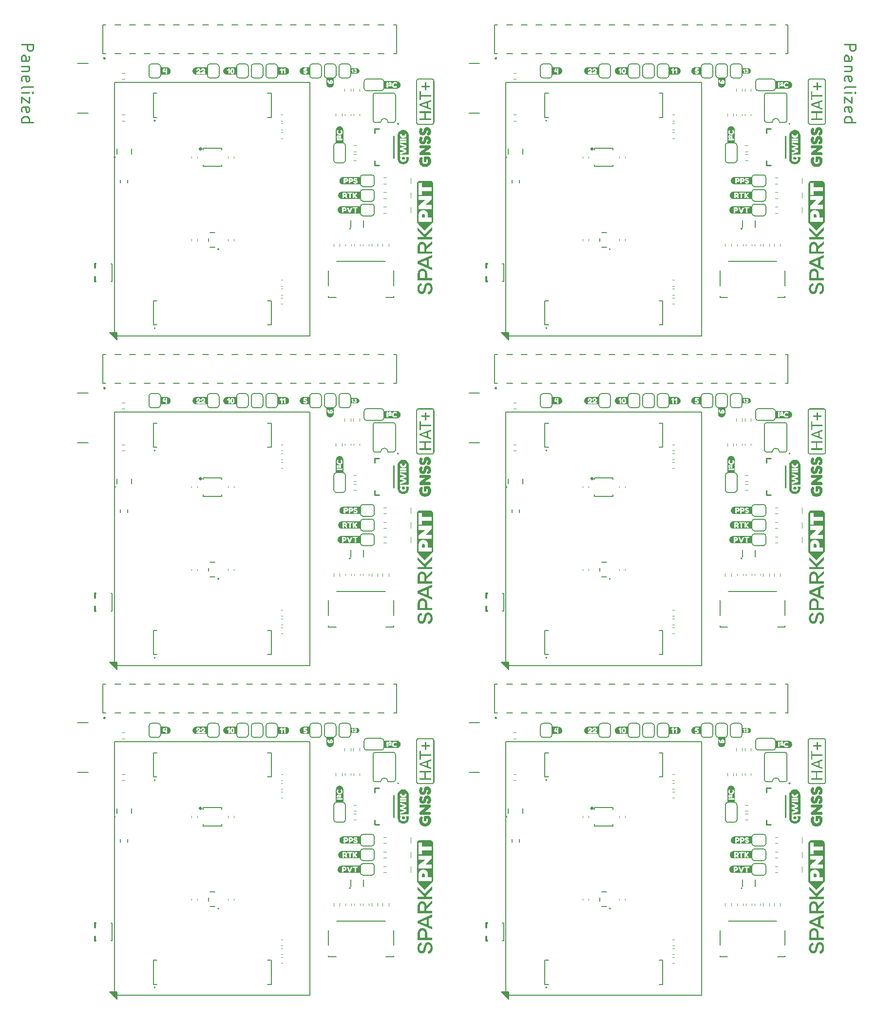
<source format=gto>
%TF.GenerationSoftware,KiCad,Pcbnew,8.0.7*%
%TF.CreationDate,2025-01-21T13:01:44+00:00*%
%TF.ProjectId,SparkFun_GNSS_HAT+_panelized,53706172-6b46-4756-9e5f-474e53535f48,v10*%
%TF.SameCoordinates,Original*%
%TF.FileFunction,Legend,Top*%
%TF.FilePolarity,Positive*%
%FSLAX46Y46*%
G04 Gerber Fmt 4.6, Leading zero omitted, Abs format (unit mm)*
G04 Created by KiCad (PCBNEW 8.0.7) date 2025-01-21 13:01:44*
%MOMM*%
%LPD*%
G01*
G04 APERTURE LIST*
%ADD10C,0.150000*%
%ADD11C,0.250000*%
%ADD12C,0.000000*%
%ADD13C,0.120000*%
%ADD14C,0.152400*%
%ADD15C,0.200000*%
%ADD16C,0.177800*%
%ADD17C,0.203200*%
%ADD18C,0.254000*%
%ADD19C,0.304800*%
%ADD20C,0.300000*%
%ADD21C,0.127000*%
G04 APERTURE END LIST*
D10*
X9000000Y159500000D02*
X43000000Y159500000D01*
X43000000Y115500000D01*
X9000000Y115500000D01*
X9000000Y159500000D01*
X9000000Y102250000D02*
X43000000Y102250000D01*
X43000000Y58250000D01*
X9000000Y58250000D01*
X9000000Y102250000D01*
X9000000Y45000000D02*
X43000000Y45000000D01*
X43000000Y1000000D01*
X9000000Y1000000D01*
X9000000Y45000000D01*
X77499000Y57570000D02*
X76249000Y58820000D01*
X77499000Y58820000D01*
X77499000Y57570000D01*
G36*
X77499000Y57570000D02*
G01*
X76249000Y58820000D01*
X77499000Y58820000D01*
X77499000Y57570000D01*
G37*
X77040000Y102250000D02*
X111040000Y102250000D01*
X111040000Y58250000D01*
X77040000Y58250000D01*
X77040000Y102250000D01*
X9459000Y320000D02*
X8209000Y1570000D01*
X9459000Y1570000D01*
X9459000Y320000D01*
G36*
X9459000Y320000D02*
G01*
X8209000Y1570000D01*
X9459000Y1570000D01*
X9459000Y320000D01*
G37*
X77040000Y45000000D02*
X111040000Y45000000D01*
X111040000Y1000000D01*
X77040000Y1000000D01*
X77040000Y45000000D01*
X77499000Y114820000D02*
X76249000Y116070000D01*
X77499000Y116070000D01*
X77499000Y114820000D01*
G36*
X77499000Y114820000D02*
G01*
X76249000Y116070000D01*
X77499000Y116070000D01*
X77499000Y114820000D01*
G37*
X77499000Y320000D02*
X76249000Y1570000D01*
X77499000Y1570000D01*
X77499000Y320000D01*
G36*
X77499000Y320000D02*
G01*
X76249000Y1570000D01*
X77499000Y1570000D01*
X77499000Y320000D01*
G37*
X9459000Y114820000D02*
X8209000Y116070000D01*
X9459000Y116070000D01*
X9459000Y114820000D01*
G36*
X9459000Y114820000D02*
G01*
X8209000Y116070000D01*
X9459000Y116070000D01*
X9459000Y114820000D01*
G37*
X77040000Y159500000D02*
X111040000Y159500000D01*
X111040000Y115500000D01*
X77040000Y115500000D01*
X77040000Y159500000D01*
X9459000Y57570000D02*
X8209000Y58820000D01*
X9459000Y58820000D01*
X9459000Y57570000D01*
G36*
X9459000Y57570000D02*
G01*
X8209000Y58820000D01*
X9459000Y58820000D01*
X9459000Y57570000D01*
G37*
D11*
X-7127239Y166109336D02*
X-5127239Y166109336D01*
X-5127239Y166109336D02*
X-5127239Y165347431D01*
X-5127239Y165347431D02*
X-5222477Y165156955D01*
X-5222477Y165156955D02*
X-5317715Y165061717D01*
X-5317715Y165061717D02*
X-5508191Y164966479D01*
X-5508191Y164966479D02*
X-5793905Y164966479D01*
X-5793905Y164966479D02*
X-5984381Y165061717D01*
X-5984381Y165061717D02*
X-6079620Y165156955D01*
X-6079620Y165156955D02*
X-6174858Y165347431D01*
X-6174858Y165347431D02*
X-6174858Y166109336D01*
X-7127239Y163252193D02*
X-6079620Y163252193D01*
X-6079620Y163252193D02*
X-5889143Y163347431D01*
X-5889143Y163347431D02*
X-5793905Y163537907D01*
X-5793905Y163537907D02*
X-5793905Y163918860D01*
X-5793905Y163918860D02*
X-5889143Y164109336D01*
X-7032000Y163252193D02*
X-7127239Y163442669D01*
X-7127239Y163442669D02*
X-7127239Y163918860D01*
X-7127239Y163918860D02*
X-7032000Y164109336D01*
X-7032000Y164109336D02*
X-6841524Y164204574D01*
X-6841524Y164204574D02*
X-6651048Y164204574D01*
X-6651048Y164204574D02*
X-6460572Y164109336D01*
X-6460572Y164109336D02*
X-6365334Y163918860D01*
X-6365334Y163918860D02*
X-6365334Y163442669D01*
X-6365334Y163442669D02*
X-6270096Y163252193D01*
X-5793905Y162299812D02*
X-7127239Y162299812D01*
X-5984381Y162299812D02*
X-5889143Y162204574D01*
X-5889143Y162204574D02*
X-5793905Y162014098D01*
X-5793905Y162014098D02*
X-5793905Y161728383D01*
X-5793905Y161728383D02*
X-5889143Y161537907D01*
X-5889143Y161537907D02*
X-6079620Y161442669D01*
X-6079620Y161442669D02*
X-7127239Y161442669D01*
X-7032000Y159728383D02*
X-7127239Y159918859D01*
X-7127239Y159918859D02*
X-7127239Y160299812D01*
X-7127239Y160299812D02*
X-7032000Y160490288D01*
X-7032000Y160490288D02*
X-6841524Y160585526D01*
X-6841524Y160585526D02*
X-6079620Y160585526D01*
X-6079620Y160585526D02*
X-5889143Y160490288D01*
X-5889143Y160490288D02*
X-5793905Y160299812D01*
X-5793905Y160299812D02*
X-5793905Y159918859D01*
X-5793905Y159918859D02*
X-5889143Y159728383D01*
X-5889143Y159728383D02*
X-6079620Y159633145D01*
X-6079620Y159633145D02*
X-6270096Y159633145D01*
X-6270096Y159633145D02*
X-6460572Y160585526D01*
X-7127239Y158490288D02*
X-7032000Y158680764D01*
X-7032000Y158680764D02*
X-6841524Y158776002D01*
X-6841524Y158776002D02*
X-5127239Y158776002D01*
X-7127239Y157728383D02*
X-5793905Y157728383D01*
X-5127239Y157728383D02*
X-5222477Y157823621D01*
X-5222477Y157823621D02*
X-5317715Y157728383D01*
X-5317715Y157728383D02*
X-5222477Y157633145D01*
X-5222477Y157633145D02*
X-5127239Y157728383D01*
X-5127239Y157728383D02*
X-5317715Y157728383D01*
X-5793905Y156966478D02*
X-5793905Y155918859D01*
X-5793905Y155918859D02*
X-7127239Y156966478D01*
X-7127239Y156966478D02*
X-7127239Y155918859D01*
X-7032000Y154395049D02*
X-7127239Y154585525D01*
X-7127239Y154585525D02*
X-7127239Y154966478D01*
X-7127239Y154966478D02*
X-7032000Y155156954D01*
X-7032000Y155156954D02*
X-6841524Y155252192D01*
X-6841524Y155252192D02*
X-6079620Y155252192D01*
X-6079620Y155252192D02*
X-5889143Y155156954D01*
X-5889143Y155156954D02*
X-5793905Y154966478D01*
X-5793905Y154966478D02*
X-5793905Y154585525D01*
X-5793905Y154585525D02*
X-5889143Y154395049D01*
X-5889143Y154395049D02*
X-6079620Y154299811D01*
X-6079620Y154299811D02*
X-6270096Y154299811D01*
X-6270096Y154299811D02*
X-6460572Y155252192D01*
X-7127239Y152585525D02*
X-5127239Y152585525D01*
X-7032000Y152585525D02*
X-7127239Y152776001D01*
X-7127239Y152776001D02*
X-7127239Y153156954D01*
X-7127239Y153156954D02*
X-7032000Y153347430D01*
X-7032000Y153347430D02*
X-6936762Y153442668D01*
X-6936762Y153442668D02*
X-6746286Y153537906D01*
X-6746286Y153537906D02*
X-6174858Y153537906D01*
X-6174858Y153537906D02*
X-5984381Y153442668D01*
X-5984381Y153442668D02*
X-5889143Y153347430D01*
X-5889143Y153347430D02*
X-5793905Y153156954D01*
X-5793905Y153156954D02*
X-5793905Y152776001D01*
X-5793905Y152776001D02*
X-5889143Y152585525D01*
X135802761Y166109336D02*
X137802761Y166109336D01*
X137802761Y166109336D02*
X137802761Y165347431D01*
X137802761Y165347431D02*
X137707523Y165156955D01*
X137707523Y165156955D02*
X137612285Y165061717D01*
X137612285Y165061717D02*
X137421809Y164966479D01*
X137421809Y164966479D02*
X137136095Y164966479D01*
X137136095Y164966479D02*
X136945619Y165061717D01*
X136945619Y165061717D02*
X136850380Y165156955D01*
X136850380Y165156955D02*
X136755142Y165347431D01*
X136755142Y165347431D02*
X136755142Y166109336D01*
X135802761Y163252193D02*
X136850380Y163252193D01*
X136850380Y163252193D02*
X137040857Y163347431D01*
X137040857Y163347431D02*
X137136095Y163537907D01*
X137136095Y163537907D02*
X137136095Y163918860D01*
X137136095Y163918860D02*
X137040857Y164109336D01*
X135898000Y163252193D02*
X135802761Y163442669D01*
X135802761Y163442669D02*
X135802761Y163918860D01*
X135802761Y163918860D02*
X135898000Y164109336D01*
X135898000Y164109336D02*
X136088476Y164204574D01*
X136088476Y164204574D02*
X136278952Y164204574D01*
X136278952Y164204574D02*
X136469428Y164109336D01*
X136469428Y164109336D02*
X136564666Y163918860D01*
X136564666Y163918860D02*
X136564666Y163442669D01*
X136564666Y163442669D02*
X136659904Y163252193D01*
X137136095Y162299812D02*
X135802761Y162299812D01*
X136945619Y162299812D02*
X137040857Y162204574D01*
X137040857Y162204574D02*
X137136095Y162014098D01*
X137136095Y162014098D02*
X137136095Y161728383D01*
X137136095Y161728383D02*
X137040857Y161537907D01*
X137040857Y161537907D02*
X136850380Y161442669D01*
X136850380Y161442669D02*
X135802761Y161442669D01*
X135898000Y159728383D02*
X135802761Y159918859D01*
X135802761Y159918859D02*
X135802761Y160299812D01*
X135802761Y160299812D02*
X135898000Y160490288D01*
X135898000Y160490288D02*
X136088476Y160585526D01*
X136088476Y160585526D02*
X136850380Y160585526D01*
X136850380Y160585526D02*
X137040857Y160490288D01*
X137040857Y160490288D02*
X137136095Y160299812D01*
X137136095Y160299812D02*
X137136095Y159918859D01*
X137136095Y159918859D02*
X137040857Y159728383D01*
X137040857Y159728383D02*
X136850380Y159633145D01*
X136850380Y159633145D02*
X136659904Y159633145D01*
X136659904Y159633145D02*
X136469428Y160585526D01*
X135802761Y158490288D02*
X135898000Y158680764D01*
X135898000Y158680764D02*
X136088476Y158776002D01*
X136088476Y158776002D02*
X137802761Y158776002D01*
X135802761Y157728383D02*
X137136095Y157728383D01*
X137802761Y157728383D02*
X137707523Y157823621D01*
X137707523Y157823621D02*
X137612285Y157728383D01*
X137612285Y157728383D02*
X137707523Y157633145D01*
X137707523Y157633145D02*
X137802761Y157728383D01*
X137802761Y157728383D02*
X137612285Y157728383D01*
X137136095Y156966478D02*
X137136095Y155918859D01*
X137136095Y155918859D02*
X135802761Y156966478D01*
X135802761Y156966478D02*
X135802761Y155918859D01*
X135898000Y154395049D02*
X135802761Y154585525D01*
X135802761Y154585525D02*
X135802761Y154966478D01*
X135802761Y154966478D02*
X135898000Y155156954D01*
X135898000Y155156954D02*
X136088476Y155252192D01*
X136088476Y155252192D02*
X136850380Y155252192D01*
X136850380Y155252192D02*
X137040857Y155156954D01*
X137040857Y155156954D02*
X137136095Y154966478D01*
X137136095Y154966478D02*
X137136095Y154585525D01*
X137136095Y154585525D02*
X137040857Y154395049D01*
X137040857Y154395049D02*
X136850380Y154299811D01*
X136850380Y154299811D02*
X136659904Y154299811D01*
X136659904Y154299811D02*
X136469428Y155252192D01*
X135802761Y152585525D02*
X137802761Y152585525D01*
X135898000Y152585525D02*
X135802761Y152776001D01*
X135802761Y152776001D02*
X135802761Y153156954D01*
X135802761Y153156954D02*
X135898000Y153347430D01*
X135898000Y153347430D02*
X135993238Y153442668D01*
X135993238Y153442668D02*
X136183714Y153537906D01*
X136183714Y153537906D02*
X136755142Y153537906D01*
X136755142Y153537906D02*
X136945619Y153442668D01*
X136945619Y153442668D02*
X137040857Y153347430D01*
X137040857Y153347430D02*
X137136095Y153156954D01*
X137136095Y153156954D02*
X137136095Y152776001D01*
X137136095Y152776001D02*
X137040857Y152585525D01*
D12*
%TO.C,kibuzzard-678F893B*%
G36*
X48772247Y149909109D02*
G01*
X48772247Y149594374D01*
X48772247Y149464188D01*
X48772247Y148987316D01*
X47493753Y148987316D01*
X47493753Y149464188D01*
X47493753Y149595804D01*
X47637292Y149595804D01*
X47647306Y149519982D01*
X47680210Y149479925D01*
X47719552Y149466334D01*
X47767478Y149464188D01*
X48507106Y149464188D01*
X48556462Y149466334D01*
X48595804Y149479925D01*
X48628708Y149519982D01*
X48638722Y149594374D01*
X48628708Y149670196D01*
X48596519Y149710254D01*
X48557893Y149723845D01*
X48508536Y149725990D01*
X47768908Y149725990D01*
X47719552Y149723845D01*
X47680210Y149710254D01*
X47647306Y149670196D01*
X47637292Y149595804D01*
X47493753Y149595804D01*
X47493753Y150062185D01*
X47612971Y150062185D01*
X47633358Y149955247D01*
X47694516Y149866191D01*
X47784645Y149806105D01*
X47891941Y149786076D01*
X47926276Y149788222D01*
X47959180Y149798952D01*
X47989223Y149830425D01*
X47999237Y149889081D01*
X47990654Y149952743D01*
X47964903Y149989224D01*
X47931283Y150004245D01*
X47891941Y150007822D01*
X47874774Y150009968D01*
X47849023Y150025704D01*
X47833286Y150063616D01*
X47844016Y150097235D01*
X47863329Y150114402D01*
X47874774Y150117979D01*
X47951312Y150081498D01*
X47986183Y150036255D01*
X48023558Y149973487D01*
X48058608Y149912328D01*
X48086505Y149871913D01*
X48154102Y149808608D01*
X48233858Y149787507D01*
X48319695Y149820411D01*
X48351169Y149909109D01*
X48351169Y150272485D01*
X48349023Y150305390D01*
X48337578Y150333287D01*
X48304674Y150357607D01*
X48242442Y150365475D01*
X48178064Y150356892D01*
X48144445Y150331856D01*
X48133000Y150303959D01*
X48130854Y150272485D01*
X48130854Y150198093D01*
X48058052Y150276777D01*
X47978891Y150323988D01*
X47893372Y150339724D01*
X47784109Y150319696D01*
X47693801Y150259610D01*
X47633179Y150170196D01*
X47612971Y150062185D01*
X47493753Y150062185D01*
X47493753Y150913401D01*
X47627278Y150913401D01*
X47631569Y150850275D01*
X47644445Y150783930D01*
X47667156Y150715261D01*
X47700954Y150645161D01*
X47744588Y150578101D01*
X47796805Y150518551D01*
X47861004Y150467764D01*
X47940582Y150426992D01*
X48032142Y150400168D01*
X48132285Y150391227D01*
X48236362Y150400347D01*
X48331140Y150427707D01*
X48413222Y150469016D01*
X48479209Y150519982D01*
X48532857Y150579531D01*
X48577921Y150646591D01*
X48612793Y150716334D01*
X48635861Y150783930D01*
X48648737Y150848487D01*
X48653029Y150909109D01*
X48644127Y151001622D01*
X48617422Y151090320D01*
X48572914Y151175204D01*
X48529280Y151233859D01*
X48477063Y151253887D01*
X48394087Y151222414D01*
X48332928Y151170912D01*
X48312542Y151122271D01*
X48341155Y151050740D01*
X48376562Y150978852D01*
X48388365Y150903387D01*
X48365475Y150794660D01*
X48333465Y150742979D01*
X48283215Y150696663D01*
X48217585Y150663938D01*
X48139438Y150653029D01*
X48078637Y150659109D01*
X48024989Y150677350D01*
X47947020Y150741012D01*
X47904817Y150821842D01*
X47890511Y150903387D01*
X47891941Y150937722D01*
X47896948Y150966334D01*
X47902671Y150989224D01*
X47909824Y151008537D01*
X47917692Y151022128D01*
X47925561Y151034288D01*
X47931999Y151043587D01*
X47964903Y151120840D01*
X47945589Y151170196D01*
X47887649Y151223845D01*
X47807535Y151255318D01*
X47764617Y151241727D01*
X47734574Y151215261D01*
X47707392Y151176634D01*
X47662884Y151086347D01*
X47636179Y150998602D01*
X47627278Y150913401D01*
X47493753Y150913401D01*
X47493753Y151255318D01*
X47493753Y151255437D01*
X47496832Y151318094D01*
X47506036Y151380148D01*
X47521279Y151441001D01*
X47542413Y151500066D01*
X47569235Y151556776D01*
X47601486Y151610584D01*
X47638856Y151660971D01*
X47680984Y151707453D01*
X47727466Y151749582D01*
X47777854Y151786951D01*
X47831661Y151819202D01*
X47888371Y151846024D01*
X47947437Y151867158D01*
X48008289Y151882401D01*
X48070343Y151891606D01*
X48133000Y151894684D01*
X48195657Y151891606D01*
X48257711Y151882401D01*
X48318563Y151867158D01*
X48377629Y151846024D01*
X48434339Y151819202D01*
X48488146Y151786951D01*
X48538534Y151749582D01*
X48585016Y151707453D01*
X48627144Y151660971D01*
X48664514Y151610584D01*
X48696765Y151556776D01*
X48723587Y151500066D01*
X48744721Y151441001D01*
X48759964Y151380148D01*
X48769168Y151318094D01*
X48772247Y151255437D01*
X48772247Y151255318D01*
X48772247Y150909109D01*
X48772247Y149909109D01*
G37*
G36*
X48772247Y92659109D02*
G01*
X48772247Y92344374D01*
X48772247Y92214188D01*
X48772247Y91737316D01*
X47493753Y91737316D01*
X47493753Y92214188D01*
X47493753Y92345804D01*
X47637292Y92345804D01*
X47647306Y92269982D01*
X47680210Y92229925D01*
X47719552Y92216334D01*
X47767478Y92214188D01*
X48507106Y92214188D01*
X48556462Y92216334D01*
X48595804Y92229925D01*
X48628708Y92269982D01*
X48638722Y92344374D01*
X48628708Y92420196D01*
X48596519Y92460254D01*
X48557893Y92473845D01*
X48508536Y92475990D01*
X47768908Y92475990D01*
X47719552Y92473845D01*
X47680210Y92460254D01*
X47647306Y92420196D01*
X47637292Y92345804D01*
X47493753Y92345804D01*
X47493753Y92812185D01*
X47612971Y92812185D01*
X47633358Y92705247D01*
X47694516Y92616191D01*
X47784645Y92556105D01*
X47891941Y92536076D01*
X47926276Y92538222D01*
X47959180Y92548952D01*
X47989223Y92580425D01*
X47999237Y92639081D01*
X47990654Y92702743D01*
X47964903Y92739224D01*
X47931283Y92754245D01*
X47891941Y92757822D01*
X47874774Y92759968D01*
X47849023Y92775704D01*
X47833286Y92813616D01*
X47844016Y92847235D01*
X47863329Y92864402D01*
X47874774Y92867979D01*
X47951312Y92831498D01*
X47986183Y92786255D01*
X48023558Y92723487D01*
X48058608Y92662328D01*
X48086505Y92621913D01*
X48154102Y92558608D01*
X48233858Y92537507D01*
X48319695Y92570411D01*
X48351169Y92659109D01*
X48351169Y93022485D01*
X48349023Y93055390D01*
X48337578Y93083287D01*
X48304674Y93107607D01*
X48242442Y93115475D01*
X48178064Y93106892D01*
X48144445Y93081856D01*
X48133000Y93053959D01*
X48130854Y93022485D01*
X48130854Y92948093D01*
X48058052Y93026777D01*
X47978891Y93073988D01*
X47893372Y93089724D01*
X47784109Y93069696D01*
X47693801Y93009610D01*
X47633179Y92920196D01*
X47612971Y92812185D01*
X47493753Y92812185D01*
X47493753Y93663401D01*
X47627278Y93663401D01*
X47631569Y93600275D01*
X47644445Y93533930D01*
X47667156Y93465261D01*
X47700954Y93395161D01*
X47744588Y93328101D01*
X47796805Y93268551D01*
X47861004Y93217764D01*
X47940582Y93176992D01*
X48032142Y93150168D01*
X48132285Y93141227D01*
X48236362Y93150347D01*
X48331140Y93177707D01*
X48413222Y93219016D01*
X48479209Y93269982D01*
X48532857Y93329531D01*
X48577921Y93396591D01*
X48612793Y93466334D01*
X48635861Y93533930D01*
X48648737Y93598487D01*
X48653029Y93659109D01*
X48644127Y93751622D01*
X48617422Y93840320D01*
X48572914Y93925204D01*
X48529280Y93983859D01*
X48477063Y94003887D01*
X48394087Y93972414D01*
X48332928Y93920912D01*
X48312542Y93872271D01*
X48341155Y93800740D01*
X48376562Y93728852D01*
X48388365Y93653387D01*
X48365475Y93544660D01*
X48333465Y93492979D01*
X48283215Y93446663D01*
X48217585Y93413938D01*
X48139438Y93403029D01*
X48078637Y93409109D01*
X48024989Y93427350D01*
X47947020Y93491012D01*
X47904817Y93571842D01*
X47890511Y93653387D01*
X47891941Y93687722D01*
X47896948Y93716334D01*
X47902671Y93739224D01*
X47909824Y93758537D01*
X47917692Y93772128D01*
X47925561Y93784288D01*
X47931999Y93793587D01*
X47964903Y93870840D01*
X47945589Y93920196D01*
X47887649Y93973845D01*
X47807535Y94005318D01*
X47764617Y93991727D01*
X47734574Y93965261D01*
X47707392Y93926634D01*
X47662884Y93836347D01*
X47636179Y93748602D01*
X47627278Y93663401D01*
X47493753Y93663401D01*
X47493753Y94005318D01*
X47493753Y94005437D01*
X47496832Y94068094D01*
X47506036Y94130148D01*
X47521279Y94191001D01*
X47542413Y94250066D01*
X47569235Y94306776D01*
X47601486Y94360584D01*
X47638856Y94410971D01*
X47680984Y94457453D01*
X47727466Y94499582D01*
X47777854Y94536951D01*
X47831661Y94569202D01*
X47888371Y94596024D01*
X47947437Y94617158D01*
X48008289Y94632401D01*
X48070343Y94641606D01*
X48133000Y94644684D01*
X48195657Y94641606D01*
X48257711Y94632401D01*
X48318563Y94617158D01*
X48377629Y94596024D01*
X48434339Y94569202D01*
X48488146Y94536951D01*
X48538534Y94499582D01*
X48585016Y94457453D01*
X48627144Y94410971D01*
X48664514Y94360584D01*
X48696765Y94306776D01*
X48723587Y94250066D01*
X48744721Y94191001D01*
X48759964Y94130148D01*
X48769168Y94068094D01*
X48772247Y94005437D01*
X48772247Y94005318D01*
X48772247Y93659109D01*
X48772247Y92659109D01*
G37*
G36*
X116812247Y92659109D02*
G01*
X116812247Y92344374D01*
X116812247Y92214188D01*
X116812247Y91737316D01*
X115533753Y91737316D01*
X115533753Y92214188D01*
X115533753Y92345804D01*
X115677292Y92345804D01*
X115687306Y92269982D01*
X115720210Y92229925D01*
X115759552Y92216334D01*
X115807478Y92214188D01*
X116547106Y92214188D01*
X116596462Y92216334D01*
X116635804Y92229925D01*
X116668708Y92269982D01*
X116678722Y92344374D01*
X116668708Y92420196D01*
X116636519Y92460254D01*
X116597893Y92473845D01*
X116548536Y92475990D01*
X115808908Y92475990D01*
X115759552Y92473845D01*
X115720210Y92460254D01*
X115687306Y92420196D01*
X115677292Y92345804D01*
X115533753Y92345804D01*
X115533753Y92812185D01*
X115652971Y92812185D01*
X115673358Y92705247D01*
X115734516Y92616191D01*
X115824645Y92556105D01*
X115931941Y92536076D01*
X115966276Y92538222D01*
X115999180Y92548952D01*
X116029223Y92580425D01*
X116039237Y92639081D01*
X116030654Y92702743D01*
X116004903Y92739224D01*
X115971283Y92754245D01*
X115931941Y92757822D01*
X115914774Y92759968D01*
X115889023Y92775704D01*
X115873286Y92813616D01*
X115884016Y92847235D01*
X115903329Y92864402D01*
X115914774Y92867979D01*
X115991312Y92831498D01*
X116026183Y92786255D01*
X116063558Y92723487D01*
X116098608Y92662328D01*
X116126505Y92621913D01*
X116194102Y92558608D01*
X116273858Y92537507D01*
X116359695Y92570411D01*
X116391169Y92659109D01*
X116391169Y93022485D01*
X116389023Y93055390D01*
X116377578Y93083287D01*
X116344674Y93107607D01*
X116282442Y93115475D01*
X116218064Y93106892D01*
X116184445Y93081856D01*
X116173000Y93053959D01*
X116170854Y93022485D01*
X116170854Y92948093D01*
X116098052Y93026777D01*
X116018891Y93073988D01*
X115933372Y93089724D01*
X115824109Y93069696D01*
X115733801Y93009610D01*
X115673179Y92920196D01*
X115652971Y92812185D01*
X115533753Y92812185D01*
X115533753Y93663401D01*
X115667278Y93663401D01*
X115671569Y93600275D01*
X115684445Y93533930D01*
X115707156Y93465261D01*
X115740954Y93395161D01*
X115784588Y93328101D01*
X115836805Y93268551D01*
X115901004Y93217764D01*
X115980582Y93176992D01*
X116072142Y93150168D01*
X116172285Y93141227D01*
X116276362Y93150347D01*
X116371140Y93177707D01*
X116453222Y93219016D01*
X116519209Y93269982D01*
X116572857Y93329531D01*
X116617921Y93396591D01*
X116652793Y93466334D01*
X116675861Y93533930D01*
X116688737Y93598487D01*
X116693029Y93659109D01*
X116684127Y93751622D01*
X116657422Y93840320D01*
X116612914Y93925204D01*
X116569280Y93983859D01*
X116517063Y94003887D01*
X116434087Y93972414D01*
X116372928Y93920912D01*
X116352542Y93872271D01*
X116381155Y93800740D01*
X116416562Y93728852D01*
X116428365Y93653387D01*
X116405475Y93544660D01*
X116373465Y93492979D01*
X116323215Y93446663D01*
X116257585Y93413938D01*
X116179438Y93403029D01*
X116118637Y93409109D01*
X116064989Y93427350D01*
X115987020Y93491012D01*
X115944817Y93571842D01*
X115930511Y93653387D01*
X115931941Y93687722D01*
X115936948Y93716334D01*
X115942671Y93739224D01*
X115949824Y93758537D01*
X115957692Y93772128D01*
X115965561Y93784288D01*
X115971999Y93793587D01*
X116004903Y93870840D01*
X115985589Y93920196D01*
X115927649Y93973845D01*
X115847535Y94005318D01*
X115804617Y93991727D01*
X115774574Y93965261D01*
X115747392Y93926634D01*
X115702884Y93836347D01*
X115676179Y93748602D01*
X115667278Y93663401D01*
X115533753Y93663401D01*
X115533753Y94005318D01*
X115533753Y94005437D01*
X115536832Y94068094D01*
X115546036Y94130148D01*
X115561279Y94191001D01*
X115582413Y94250066D01*
X115609235Y94306776D01*
X115641486Y94360584D01*
X115678856Y94410971D01*
X115720984Y94457453D01*
X115767466Y94499582D01*
X115817854Y94536951D01*
X115871661Y94569202D01*
X115928371Y94596024D01*
X115987437Y94617158D01*
X116048289Y94632401D01*
X116110343Y94641606D01*
X116173000Y94644684D01*
X116235657Y94641606D01*
X116297711Y94632401D01*
X116358563Y94617158D01*
X116417629Y94596024D01*
X116474339Y94569202D01*
X116528146Y94536951D01*
X116578534Y94499582D01*
X116625016Y94457453D01*
X116667144Y94410971D01*
X116704514Y94360584D01*
X116736765Y94306776D01*
X116763587Y94250066D01*
X116784721Y94191001D01*
X116799964Y94130148D01*
X116809168Y94068094D01*
X116812247Y94005437D01*
X116812247Y94005318D01*
X116812247Y93659109D01*
X116812247Y92659109D01*
G37*
G36*
X116812247Y149909109D02*
G01*
X116812247Y149594374D01*
X116812247Y149464188D01*
X116812247Y148987316D01*
X115533753Y148987316D01*
X115533753Y149464188D01*
X115533753Y149595804D01*
X115677292Y149595804D01*
X115687306Y149519982D01*
X115720210Y149479925D01*
X115759552Y149466334D01*
X115807478Y149464188D01*
X116547106Y149464188D01*
X116596462Y149466334D01*
X116635804Y149479925D01*
X116668708Y149519982D01*
X116678722Y149594374D01*
X116668708Y149670196D01*
X116636519Y149710254D01*
X116597893Y149723845D01*
X116548536Y149725990D01*
X115808908Y149725990D01*
X115759552Y149723845D01*
X115720210Y149710254D01*
X115687306Y149670196D01*
X115677292Y149595804D01*
X115533753Y149595804D01*
X115533753Y150062185D01*
X115652971Y150062185D01*
X115673358Y149955247D01*
X115734516Y149866191D01*
X115824645Y149806105D01*
X115931941Y149786076D01*
X115966276Y149788222D01*
X115999180Y149798952D01*
X116029223Y149830425D01*
X116039237Y149889081D01*
X116030654Y149952743D01*
X116004903Y149989224D01*
X115971283Y150004245D01*
X115931941Y150007822D01*
X115914774Y150009968D01*
X115889023Y150025704D01*
X115873286Y150063616D01*
X115884016Y150097235D01*
X115903329Y150114402D01*
X115914774Y150117979D01*
X115991312Y150081498D01*
X116026183Y150036255D01*
X116063558Y149973487D01*
X116098608Y149912328D01*
X116126505Y149871913D01*
X116194102Y149808608D01*
X116273858Y149787507D01*
X116359695Y149820411D01*
X116391169Y149909109D01*
X116391169Y150272485D01*
X116389023Y150305390D01*
X116377578Y150333287D01*
X116344674Y150357607D01*
X116282442Y150365475D01*
X116218064Y150356892D01*
X116184445Y150331856D01*
X116173000Y150303959D01*
X116170854Y150272485D01*
X116170854Y150198093D01*
X116098052Y150276777D01*
X116018891Y150323988D01*
X115933372Y150339724D01*
X115824109Y150319696D01*
X115733801Y150259610D01*
X115673179Y150170196D01*
X115652971Y150062185D01*
X115533753Y150062185D01*
X115533753Y150913401D01*
X115667278Y150913401D01*
X115671569Y150850275D01*
X115684445Y150783930D01*
X115707156Y150715261D01*
X115740954Y150645161D01*
X115784588Y150578101D01*
X115836805Y150518551D01*
X115901004Y150467764D01*
X115980582Y150426992D01*
X116072142Y150400168D01*
X116172285Y150391227D01*
X116276362Y150400347D01*
X116371140Y150427707D01*
X116453222Y150469016D01*
X116519209Y150519982D01*
X116572857Y150579531D01*
X116617921Y150646591D01*
X116652793Y150716334D01*
X116675861Y150783930D01*
X116688737Y150848487D01*
X116693029Y150909109D01*
X116684127Y151001622D01*
X116657422Y151090320D01*
X116612914Y151175204D01*
X116569280Y151233859D01*
X116517063Y151253887D01*
X116434087Y151222414D01*
X116372928Y151170912D01*
X116352542Y151122271D01*
X116381155Y151050740D01*
X116416562Y150978852D01*
X116428365Y150903387D01*
X116405475Y150794660D01*
X116373465Y150742979D01*
X116323215Y150696663D01*
X116257585Y150663938D01*
X116179438Y150653029D01*
X116118637Y150659109D01*
X116064989Y150677350D01*
X115987020Y150741012D01*
X115944817Y150821842D01*
X115930511Y150903387D01*
X115931941Y150937722D01*
X115936948Y150966334D01*
X115942671Y150989224D01*
X115949824Y151008537D01*
X115957692Y151022128D01*
X115965561Y151034288D01*
X115971999Y151043587D01*
X116004903Y151120840D01*
X115985589Y151170196D01*
X115927649Y151223845D01*
X115847535Y151255318D01*
X115804617Y151241727D01*
X115774574Y151215261D01*
X115747392Y151176634D01*
X115702884Y151086347D01*
X115676179Y150998602D01*
X115667278Y150913401D01*
X115533753Y150913401D01*
X115533753Y151255318D01*
X115533753Y151255437D01*
X115536832Y151318094D01*
X115546036Y151380148D01*
X115561279Y151441001D01*
X115582413Y151500066D01*
X115609235Y151556776D01*
X115641486Y151610584D01*
X115678856Y151660971D01*
X115720984Y151707453D01*
X115767466Y151749582D01*
X115817854Y151786951D01*
X115871661Y151819202D01*
X115928371Y151846024D01*
X115987437Y151867158D01*
X116048289Y151882401D01*
X116110343Y151891606D01*
X116173000Y151894684D01*
X116235657Y151891606D01*
X116297711Y151882401D01*
X116358563Y151867158D01*
X116417629Y151846024D01*
X116474339Y151819202D01*
X116528146Y151786951D01*
X116578534Y151749582D01*
X116625016Y151707453D01*
X116667144Y151660971D01*
X116704514Y151610584D01*
X116736765Y151556776D01*
X116763587Y151500066D01*
X116784721Y151441001D01*
X116799964Y151380148D01*
X116809168Y151318094D01*
X116812247Y151255437D01*
X116812247Y151255318D01*
X116812247Y150909109D01*
X116812247Y149909109D01*
G37*
G36*
X116812247Y35409109D02*
G01*
X116812247Y35094374D01*
X116812247Y34964188D01*
X116812247Y34487316D01*
X115533753Y34487316D01*
X115533753Y34964188D01*
X115533753Y35095804D01*
X115677292Y35095804D01*
X115687306Y35019982D01*
X115720210Y34979925D01*
X115759552Y34966334D01*
X115807478Y34964188D01*
X116547106Y34964188D01*
X116596462Y34966334D01*
X116635804Y34979925D01*
X116668708Y35019982D01*
X116678722Y35094374D01*
X116668708Y35170196D01*
X116636519Y35210254D01*
X116597893Y35223845D01*
X116548536Y35225990D01*
X115808908Y35225990D01*
X115759552Y35223845D01*
X115720210Y35210254D01*
X115687306Y35170196D01*
X115677292Y35095804D01*
X115533753Y35095804D01*
X115533753Y35562185D01*
X115652971Y35562185D01*
X115673358Y35455247D01*
X115734516Y35366191D01*
X115824645Y35306105D01*
X115931941Y35286076D01*
X115966276Y35288222D01*
X115999180Y35298952D01*
X116029223Y35330425D01*
X116039237Y35389081D01*
X116030654Y35452743D01*
X116004903Y35489224D01*
X115971283Y35504245D01*
X115931941Y35507822D01*
X115914774Y35509968D01*
X115889023Y35525704D01*
X115873286Y35563616D01*
X115884016Y35597235D01*
X115903329Y35614402D01*
X115914774Y35617979D01*
X115991312Y35581498D01*
X116026183Y35536255D01*
X116063558Y35473487D01*
X116098608Y35412328D01*
X116126505Y35371913D01*
X116194102Y35308608D01*
X116273858Y35287507D01*
X116359695Y35320411D01*
X116391169Y35409109D01*
X116391169Y35772485D01*
X116389023Y35805390D01*
X116377578Y35833287D01*
X116344674Y35857607D01*
X116282442Y35865475D01*
X116218064Y35856892D01*
X116184445Y35831856D01*
X116173000Y35803959D01*
X116170854Y35772485D01*
X116170854Y35698093D01*
X116098052Y35776777D01*
X116018891Y35823988D01*
X115933372Y35839724D01*
X115824109Y35819696D01*
X115733801Y35759610D01*
X115673179Y35670196D01*
X115652971Y35562185D01*
X115533753Y35562185D01*
X115533753Y36413401D01*
X115667278Y36413401D01*
X115671569Y36350275D01*
X115684445Y36283930D01*
X115707156Y36215261D01*
X115740954Y36145161D01*
X115784588Y36078101D01*
X115836805Y36018551D01*
X115901004Y35967764D01*
X115980582Y35926992D01*
X116072142Y35900168D01*
X116172285Y35891227D01*
X116276362Y35900347D01*
X116371140Y35927707D01*
X116453222Y35969016D01*
X116519209Y36019982D01*
X116572857Y36079531D01*
X116617921Y36146591D01*
X116652793Y36216334D01*
X116675861Y36283930D01*
X116688737Y36348487D01*
X116693029Y36409109D01*
X116684127Y36501622D01*
X116657422Y36590320D01*
X116612914Y36675204D01*
X116569280Y36733859D01*
X116517063Y36753887D01*
X116434087Y36722414D01*
X116372928Y36670912D01*
X116352542Y36622271D01*
X116381155Y36550740D01*
X116416562Y36478852D01*
X116428365Y36403387D01*
X116405475Y36294660D01*
X116373465Y36242979D01*
X116323215Y36196663D01*
X116257585Y36163938D01*
X116179438Y36153029D01*
X116118637Y36159109D01*
X116064989Y36177350D01*
X115987020Y36241012D01*
X115944817Y36321842D01*
X115930511Y36403387D01*
X115931941Y36437722D01*
X115936948Y36466334D01*
X115942671Y36489224D01*
X115949824Y36508537D01*
X115957692Y36522128D01*
X115965561Y36534288D01*
X115971999Y36543587D01*
X116004903Y36620840D01*
X115985589Y36670196D01*
X115927649Y36723845D01*
X115847535Y36755318D01*
X115804617Y36741727D01*
X115774574Y36715261D01*
X115747392Y36676634D01*
X115702884Y36586347D01*
X115676179Y36498602D01*
X115667278Y36413401D01*
X115533753Y36413401D01*
X115533753Y36755318D01*
X115533753Y36755437D01*
X115536832Y36818094D01*
X115546036Y36880148D01*
X115561279Y36941001D01*
X115582413Y37000066D01*
X115609235Y37056776D01*
X115641486Y37110584D01*
X115678856Y37160971D01*
X115720984Y37207453D01*
X115767466Y37249582D01*
X115817854Y37286951D01*
X115871661Y37319202D01*
X115928371Y37346024D01*
X115987437Y37367158D01*
X116048289Y37382401D01*
X116110343Y37391606D01*
X116173000Y37394684D01*
X116235657Y37391606D01*
X116297711Y37382401D01*
X116358563Y37367158D01*
X116417629Y37346024D01*
X116474339Y37319202D01*
X116528146Y37286951D01*
X116578534Y37249582D01*
X116625016Y37207453D01*
X116667144Y37160971D01*
X116704514Y37110584D01*
X116736765Y37056776D01*
X116763587Y37000066D01*
X116784721Y36941001D01*
X116799964Y36880148D01*
X116809168Y36818094D01*
X116812247Y36755437D01*
X116812247Y36755318D01*
X116812247Y36409109D01*
X116812247Y35409109D01*
G37*
G36*
X48772247Y35409109D02*
G01*
X48772247Y35094374D01*
X48772247Y34964188D01*
X48772247Y34487316D01*
X47493753Y34487316D01*
X47493753Y34964188D01*
X47493753Y35095804D01*
X47637292Y35095804D01*
X47647306Y35019982D01*
X47680210Y34979925D01*
X47719552Y34966334D01*
X47767478Y34964188D01*
X48507106Y34964188D01*
X48556462Y34966334D01*
X48595804Y34979925D01*
X48628708Y35019982D01*
X48638722Y35094374D01*
X48628708Y35170196D01*
X48596519Y35210254D01*
X48557893Y35223845D01*
X48508536Y35225990D01*
X47768908Y35225990D01*
X47719552Y35223845D01*
X47680210Y35210254D01*
X47647306Y35170196D01*
X47637292Y35095804D01*
X47493753Y35095804D01*
X47493753Y35562185D01*
X47612971Y35562185D01*
X47633358Y35455247D01*
X47694516Y35366191D01*
X47784645Y35306105D01*
X47891941Y35286076D01*
X47926276Y35288222D01*
X47959180Y35298952D01*
X47989223Y35330425D01*
X47999237Y35389081D01*
X47990654Y35452743D01*
X47964903Y35489224D01*
X47931283Y35504245D01*
X47891941Y35507822D01*
X47874774Y35509968D01*
X47849023Y35525704D01*
X47833286Y35563616D01*
X47844016Y35597235D01*
X47863329Y35614402D01*
X47874774Y35617979D01*
X47951312Y35581498D01*
X47986183Y35536255D01*
X48023558Y35473487D01*
X48058608Y35412328D01*
X48086505Y35371913D01*
X48154102Y35308608D01*
X48233858Y35287507D01*
X48319695Y35320411D01*
X48351169Y35409109D01*
X48351169Y35772485D01*
X48349023Y35805390D01*
X48337578Y35833287D01*
X48304674Y35857607D01*
X48242442Y35865475D01*
X48178064Y35856892D01*
X48144445Y35831856D01*
X48133000Y35803959D01*
X48130854Y35772485D01*
X48130854Y35698093D01*
X48058052Y35776777D01*
X47978891Y35823988D01*
X47893372Y35839724D01*
X47784109Y35819696D01*
X47693801Y35759610D01*
X47633179Y35670196D01*
X47612971Y35562185D01*
X47493753Y35562185D01*
X47493753Y36413401D01*
X47627278Y36413401D01*
X47631569Y36350275D01*
X47644445Y36283930D01*
X47667156Y36215261D01*
X47700954Y36145161D01*
X47744588Y36078101D01*
X47796805Y36018551D01*
X47861004Y35967764D01*
X47940582Y35926992D01*
X48032142Y35900168D01*
X48132285Y35891227D01*
X48236362Y35900347D01*
X48331140Y35927707D01*
X48413222Y35969016D01*
X48479209Y36019982D01*
X48532857Y36079531D01*
X48577921Y36146591D01*
X48612793Y36216334D01*
X48635861Y36283930D01*
X48648737Y36348487D01*
X48653029Y36409109D01*
X48644127Y36501622D01*
X48617422Y36590320D01*
X48572914Y36675204D01*
X48529280Y36733859D01*
X48477063Y36753887D01*
X48394087Y36722414D01*
X48332928Y36670912D01*
X48312542Y36622271D01*
X48341155Y36550740D01*
X48376562Y36478852D01*
X48388365Y36403387D01*
X48365475Y36294660D01*
X48333465Y36242979D01*
X48283215Y36196663D01*
X48217585Y36163938D01*
X48139438Y36153029D01*
X48078637Y36159109D01*
X48024989Y36177350D01*
X47947020Y36241012D01*
X47904817Y36321842D01*
X47890511Y36403387D01*
X47891941Y36437722D01*
X47896948Y36466334D01*
X47902671Y36489224D01*
X47909824Y36508537D01*
X47917692Y36522128D01*
X47925561Y36534288D01*
X47931999Y36543587D01*
X47964903Y36620840D01*
X47945589Y36670196D01*
X47887649Y36723845D01*
X47807535Y36755318D01*
X47764617Y36741727D01*
X47734574Y36715261D01*
X47707392Y36676634D01*
X47662884Y36586347D01*
X47636179Y36498602D01*
X47627278Y36413401D01*
X47493753Y36413401D01*
X47493753Y36755318D01*
X47493753Y36755437D01*
X47496832Y36818094D01*
X47506036Y36880148D01*
X47521279Y36941001D01*
X47542413Y37000066D01*
X47569235Y37056776D01*
X47601486Y37110584D01*
X47638856Y37160971D01*
X47680984Y37207453D01*
X47727466Y37249582D01*
X47777854Y37286951D01*
X47831661Y37319202D01*
X47888371Y37346024D01*
X47947437Y37367158D01*
X48008289Y37382401D01*
X48070343Y37391606D01*
X48133000Y37394684D01*
X48195657Y37391606D01*
X48257711Y37382401D01*
X48318563Y37367158D01*
X48377629Y37346024D01*
X48434339Y37319202D01*
X48488146Y37286951D01*
X48538534Y37249582D01*
X48585016Y37207453D01*
X48627144Y37160971D01*
X48664514Y37110584D01*
X48696765Y37056776D01*
X48723587Y37000066D01*
X48744721Y36941001D01*
X48759964Y36880148D01*
X48769168Y36818094D01*
X48772247Y36755437D01*
X48772247Y36755318D01*
X48772247Y36409109D01*
X48772247Y35409109D01*
G37*
D13*
%TO.C,R5*%
X119077258Y147026500D02*
X118602742Y147026500D01*
X119077258Y145981500D02*
X118602742Y145981500D01*
X51037258Y89776500D02*
X50562742Y89776500D01*
X51037258Y88731500D02*
X50562742Y88731500D01*
X51037258Y147026500D02*
X50562742Y147026500D01*
X51037258Y145981500D02*
X50562742Y145981500D01*
X119077258Y32526500D02*
X118602742Y32526500D01*
X119077258Y31481500D02*
X118602742Y31481500D01*
X119077258Y89776500D02*
X118602742Y89776500D01*
X119077258Y88731500D02*
X118602742Y88731500D01*
X51037258Y32526500D02*
X50562742Y32526500D01*
X51037258Y31481500D02*
X50562742Y31481500D01*
D14*
%TO.C,JP10*%
X14986000Y160728000D02*
X14986000Y162252000D01*
X15443200Y162709200D02*
X16560800Y162709200D01*
X15443200Y160270800D02*
X16560800Y160270800D01*
X17018000Y162252000D02*
X17018000Y160728000D01*
X14986000Y162252000D02*
G75*
G02*
X15443200Y162709200I457201J-1D01*
G01*
X15443200Y160270800D02*
G75*
G02*
X14986000Y160728000I-3J457197D01*
G01*
X16560800Y162709200D02*
G75*
G02*
X17018000Y162252000I-1J-457201D01*
G01*
X17018000Y160728000D02*
G75*
G02*
X16560800Y160270800I-457200J0D01*
G01*
X83026000Y160728000D02*
X83026000Y162252000D01*
X83483200Y162709200D02*
X84600800Y162709200D01*
X83483200Y160270800D02*
X84600800Y160270800D01*
X85058000Y162252000D02*
X85058000Y160728000D01*
X83026000Y162252000D02*
G75*
G02*
X83483200Y162709200I457201J-1D01*
G01*
X83483200Y160270800D02*
G75*
G02*
X83026000Y160728000I-3J457197D01*
G01*
X84600800Y162709200D02*
G75*
G02*
X85058000Y162252000I-1J-457201D01*
G01*
X85058000Y160728000D02*
G75*
G02*
X84600800Y160270800I-457200J0D01*
G01*
X83026000Y46228000D02*
X83026000Y47752000D01*
X83483200Y48209200D02*
X84600800Y48209200D01*
X83483200Y45770800D02*
X84600800Y45770800D01*
X85058000Y47752000D02*
X85058000Y46228000D01*
X83026000Y47752000D02*
G75*
G02*
X83483200Y48209200I457201J-1D01*
G01*
X83483200Y45770800D02*
G75*
G02*
X83026000Y46228000I-3J457197D01*
G01*
X84600800Y48209200D02*
G75*
G02*
X85058000Y47752000I-1J-457201D01*
G01*
X85058000Y46228000D02*
G75*
G02*
X84600800Y45770800I-457200J0D01*
G01*
X83026000Y103478000D02*
X83026000Y105002000D01*
X83483200Y105459200D02*
X84600800Y105459200D01*
X83483200Y103020800D02*
X84600800Y103020800D01*
X85058000Y105002000D02*
X85058000Y103478000D01*
X83026000Y105002000D02*
G75*
G02*
X83483200Y105459200I457201J-1D01*
G01*
X83483200Y103020800D02*
G75*
G02*
X83026000Y103478000I-3J457197D01*
G01*
X84600800Y105459200D02*
G75*
G02*
X85058000Y105002000I-1J-457201D01*
G01*
X85058000Y103478000D02*
G75*
G02*
X84600800Y103020800I-457200J0D01*
G01*
X14986000Y103478000D02*
X14986000Y105002000D01*
X15443200Y105459200D02*
X16560800Y105459200D01*
X15443200Y103020800D02*
X16560800Y103020800D01*
X17018000Y105002000D02*
X17018000Y103478000D01*
X14986000Y105002000D02*
G75*
G02*
X15443200Y105459200I457201J-1D01*
G01*
X15443200Y103020800D02*
G75*
G02*
X14986000Y103478000I-3J457197D01*
G01*
X16560800Y105459200D02*
G75*
G02*
X17018000Y105002000I-1J-457201D01*
G01*
X17018000Y103478000D02*
G75*
G02*
X16560800Y103020800I-457200J0D01*
G01*
X14986000Y46228000D02*
X14986000Y47752000D01*
X15443200Y48209200D02*
X16560800Y48209200D01*
X15443200Y45770800D02*
X16560800Y45770800D01*
X17018000Y47752000D02*
X17018000Y46228000D01*
X14986000Y47752000D02*
G75*
G02*
X15443200Y48209200I457201J-1D01*
G01*
X15443200Y45770800D02*
G75*
G02*
X14986000Y46228000I-3J457197D01*
G01*
X16560800Y48209200D02*
G75*
G02*
X17018000Y47752000I-1J-457201D01*
G01*
X17018000Y46228000D02*
G75*
G02*
X16560800Y45770800I-457200J0D01*
G01*
D13*
%TO.C,C15*%
X37959420Y150824000D02*
X38240580Y150824000D01*
X37959420Y149804000D02*
X38240580Y149804000D01*
X105999420Y36324000D02*
X106280580Y36324000D01*
X105999420Y35304000D02*
X106280580Y35304000D01*
X105999420Y93574000D02*
X106280580Y93574000D01*
X105999420Y92554000D02*
X106280580Y92554000D01*
X37959420Y93574000D02*
X38240580Y93574000D01*
X37959420Y92554000D02*
X38240580Y92554000D01*
X105999420Y150824000D02*
X106280580Y150824000D01*
X105999420Y149804000D02*
X106280580Y149804000D01*
X37959420Y36324000D02*
X38240580Y36324000D01*
X37959420Y35304000D02*
X38240580Y35304000D01*
%TO.C,C12*%
X37959420Y67920000D02*
X38240580Y67920000D01*
X37959420Y66900000D02*
X38240580Y66900000D01*
X37959420Y125170000D02*
X38240580Y125170000D01*
X37959420Y124150000D02*
X38240580Y124150000D01*
X105999420Y10670000D02*
X106280580Y10670000D01*
X105999420Y9650000D02*
X106280580Y9650000D01*
X105999420Y125170000D02*
X106280580Y125170000D01*
X105999420Y124150000D02*
X106280580Y124150000D01*
X105999420Y67920000D02*
X106280580Y67920000D01*
X105999420Y66900000D02*
X106280580Y66900000D01*
X37959420Y10670000D02*
X38240580Y10670000D01*
X37959420Y9650000D02*
X38240580Y9650000D01*
D14*
%TO.C,JP16*%
X30226000Y160728000D02*
X30226000Y162252000D01*
X30683200Y162709200D02*
X31800800Y162709200D01*
X30683200Y160270800D02*
X31800800Y160270800D01*
X32258000Y162252000D02*
X32258000Y160728000D01*
X30226000Y162252000D02*
G75*
G02*
X30683200Y162709200I457201J-1D01*
G01*
X30683200Y160270800D02*
G75*
G02*
X30226000Y160728000I-3J457197D01*
G01*
X31800800Y162709200D02*
G75*
G02*
X32258000Y162252000I-1J-457201D01*
G01*
X32258000Y160728000D02*
G75*
G02*
X31800800Y160270800I-457200J0D01*
G01*
X98266000Y46228000D02*
X98266000Y47752000D01*
X98723200Y48209200D02*
X99840800Y48209200D01*
X98723200Y45770800D02*
X99840800Y45770800D01*
X100298000Y47752000D02*
X100298000Y46228000D01*
X98266000Y47752000D02*
G75*
G02*
X98723200Y48209200I457201J-1D01*
G01*
X98723200Y45770800D02*
G75*
G02*
X98266000Y46228000I-3J457197D01*
G01*
X99840800Y48209200D02*
G75*
G02*
X100298000Y47752000I-1J-457201D01*
G01*
X100298000Y46228000D02*
G75*
G02*
X99840800Y45770800I-457200J0D01*
G01*
X98266000Y103478000D02*
X98266000Y105002000D01*
X98723200Y105459200D02*
X99840800Y105459200D01*
X98723200Y103020800D02*
X99840800Y103020800D01*
X100298000Y105002000D02*
X100298000Y103478000D01*
X98266000Y105002000D02*
G75*
G02*
X98723200Y105459200I457201J-1D01*
G01*
X98723200Y103020800D02*
G75*
G02*
X98266000Y103478000I-3J457197D01*
G01*
X99840800Y105459200D02*
G75*
G02*
X100298000Y105002000I-1J-457201D01*
G01*
X100298000Y103478000D02*
G75*
G02*
X99840800Y103020800I-457200J0D01*
G01*
X30226000Y103478000D02*
X30226000Y105002000D01*
X30683200Y105459200D02*
X31800800Y105459200D01*
X30683200Y103020800D02*
X31800800Y103020800D01*
X32258000Y105002000D02*
X32258000Y103478000D01*
X30226000Y105002000D02*
G75*
G02*
X30683200Y105459200I457201J-1D01*
G01*
X30683200Y103020800D02*
G75*
G02*
X30226000Y103478000I-3J457197D01*
G01*
X31800800Y105459200D02*
G75*
G02*
X32258000Y105002000I-1J-457201D01*
G01*
X32258000Y103478000D02*
G75*
G02*
X31800800Y103020800I-457200J0D01*
G01*
X98266000Y160728000D02*
X98266000Y162252000D01*
X98723200Y162709200D02*
X99840800Y162709200D01*
X98723200Y160270800D02*
X99840800Y160270800D01*
X100298000Y162252000D02*
X100298000Y160728000D01*
X98266000Y162252000D02*
G75*
G02*
X98723200Y162709200I457201J-1D01*
G01*
X98723200Y160270800D02*
G75*
G02*
X98266000Y160728000I-3J457197D01*
G01*
X99840800Y162709200D02*
G75*
G02*
X100298000Y162252000I-1J-457201D01*
G01*
X100298000Y160728000D02*
G75*
G02*
X99840800Y160270800I-457200J0D01*
G01*
X30226000Y46228000D02*
X30226000Y47752000D01*
X30683200Y48209200D02*
X31800800Y48209200D01*
X30683200Y45770800D02*
X31800800Y45770800D01*
X32258000Y47752000D02*
X32258000Y46228000D01*
X30226000Y47752000D02*
G75*
G02*
X30683200Y48209200I457201J-1D01*
G01*
X30683200Y45770800D02*
G75*
G02*
X30226000Y46228000I-3J457197D01*
G01*
X31800800Y48209200D02*
G75*
G02*
X32258000Y47752000I-1J-457201D01*
G01*
X32258000Y46228000D02*
G75*
G02*
X31800800Y45770800I-457200J0D01*
G01*
D12*
%TO.C,kibuzzard-678F8D86*%
G36*
X25163852Y160861483D02*
G01*
X24806198Y160861483D01*
X24156699Y160861483D01*
X23346970Y160861483D01*
X23216784Y160861483D01*
X23216665Y160861483D01*
X23155060Y160864510D01*
X23094048Y160873560D01*
X23034216Y160888547D01*
X22976142Y160909326D01*
X22920384Y160935698D01*
X22867480Y160967407D01*
X22817938Y161004150D01*
X22772237Y161045571D01*
X22730815Y161091273D01*
X22694073Y161140815D01*
X22662363Y161193719D01*
X22635991Y161249477D01*
X22615212Y161307551D01*
X22600225Y161367382D01*
X22591175Y161428395D01*
X22588148Y161490000D01*
X22591175Y161551605D01*
X22600225Y161612618D01*
X22604271Y161628770D01*
X23216784Y161628770D01*
X23218930Y161579413D01*
X23232521Y161540072D01*
X23272578Y161507167D01*
X23346970Y161497153D01*
X23422793Y161506452D01*
X23462850Y161536495D01*
X23476441Y161572976D01*
X23478587Y161618755D01*
X23506484Y161707811D01*
X23590175Y161737496D01*
X23662421Y161718183D01*
X23693895Y161680987D01*
X23698902Y161643076D01*
X23686205Y161587997D01*
X23648115Y161534349D01*
X23593573Y161485708D01*
X23531520Y161445651D01*
X23462493Y161405415D01*
X23387028Y161356237D01*
X23318000Y161303484D01*
X23268287Y161252518D01*
X23229660Y161186352D01*
X23216784Y161113748D01*
X23255411Y161020043D01*
X23346970Y160980701D01*
X23863423Y160980701D01*
X23912779Y160983562D01*
X23953551Y160997868D01*
X23986455Y161037210D01*
X23996470Y161110887D01*
X23986455Y161186710D01*
X23954267Y161226767D01*
X23915640Y161241073D01*
X23866284Y161243934D01*
X23687457Y161243934D01*
X23773294Y161294721D01*
X23860561Y161369828D01*
X23901870Y161420615D01*
X23934238Y161481416D01*
X23955161Y161549371D01*
X23962135Y161621617D01*
X23961268Y161628770D01*
X24026513Y161628770D01*
X24028659Y161579413D01*
X24042249Y161540072D01*
X24082307Y161507167D01*
X24156699Y161497153D01*
X24232521Y161506452D01*
X24272578Y161536495D01*
X24286169Y161572976D01*
X24288315Y161618755D01*
X24316212Y161707811D01*
X24399903Y161737496D01*
X24472149Y161718183D01*
X24503623Y161680987D01*
X24508630Y161643076D01*
X24495933Y161587997D01*
X24457843Y161534349D01*
X24403301Y161485708D01*
X24341248Y161445651D01*
X24272221Y161405415D01*
X24196756Y161356237D01*
X24127729Y161303484D01*
X24078015Y161252518D01*
X24039388Y161186352D01*
X24026513Y161113748D01*
X24065139Y161020043D01*
X24156699Y160980701D01*
X24673151Y160980701D01*
X24722507Y160983562D01*
X24763279Y160997868D01*
X24796184Y161037210D01*
X24806198Y161110887D01*
X24796184Y161186710D01*
X24763995Y161226767D01*
X24725368Y161241073D01*
X24676012Y161243934D01*
X24497185Y161243934D01*
X24583022Y161294721D01*
X24670289Y161369828D01*
X24711598Y161420615D01*
X24743966Y161481416D01*
X24764889Y161549371D01*
X24771863Y161621617D01*
X24759782Y161721283D01*
X24723540Y161810458D01*
X24663136Y161889142D01*
X24585406Y161950340D01*
X24497185Y161987059D01*
X24398473Y161999299D01*
X24294832Y161986582D01*
X24205181Y161948433D01*
X24129517Y161884850D01*
X24072292Y161805530D01*
X24037958Y161720170D01*
X24026513Y161628770D01*
X23961268Y161628770D01*
X23950054Y161721283D01*
X23913812Y161810458D01*
X23853408Y161889142D01*
X23775678Y161950340D01*
X23687457Y161987059D01*
X23588744Y161999299D01*
X23485104Y161986582D01*
X23395452Y161948433D01*
X23319789Y161884850D01*
X23262564Y161805530D01*
X23228229Y161720170D01*
X23216784Y161628770D01*
X22604271Y161628770D01*
X22615212Y161672449D01*
X22635991Y161730523D01*
X22662363Y161786281D01*
X22694073Y161839185D01*
X22730815Y161888727D01*
X22772237Y161934429D01*
X22817938Y161975850D01*
X22867480Y162012593D01*
X22920384Y162044302D01*
X22976142Y162070674D01*
X23034216Y162091453D01*
X23094048Y162106440D01*
X23155060Y162115490D01*
X23216665Y162118517D01*
X23216784Y162118517D01*
X24806198Y162118517D01*
X25163852Y162118517D01*
X25163852Y160861483D01*
G37*
G36*
X25163852Y103611483D02*
G01*
X24806198Y103611483D01*
X24156699Y103611483D01*
X23346970Y103611483D01*
X23216784Y103611483D01*
X23216665Y103611483D01*
X23155060Y103614510D01*
X23094048Y103623560D01*
X23034216Y103638547D01*
X22976142Y103659326D01*
X22920384Y103685698D01*
X22867480Y103717407D01*
X22817938Y103754150D01*
X22772237Y103795571D01*
X22730815Y103841273D01*
X22694073Y103890815D01*
X22662363Y103943719D01*
X22635991Y103999477D01*
X22615212Y104057551D01*
X22600225Y104117382D01*
X22591175Y104178395D01*
X22588148Y104240000D01*
X22591175Y104301605D01*
X22600225Y104362618D01*
X22604271Y104378770D01*
X23216784Y104378770D01*
X23218930Y104329413D01*
X23232521Y104290072D01*
X23272578Y104257167D01*
X23346970Y104247153D01*
X23422793Y104256452D01*
X23462850Y104286495D01*
X23476441Y104322976D01*
X23478587Y104368755D01*
X23506484Y104457811D01*
X23590175Y104487496D01*
X23662421Y104468183D01*
X23693895Y104430987D01*
X23698902Y104393076D01*
X23686205Y104337997D01*
X23648115Y104284349D01*
X23593573Y104235708D01*
X23531520Y104195651D01*
X23462493Y104155415D01*
X23387028Y104106237D01*
X23318000Y104053484D01*
X23268287Y104002518D01*
X23229660Y103936352D01*
X23216784Y103863748D01*
X23255411Y103770043D01*
X23346970Y103730701D01*
X23863423Y103730701D01*
X23912779Y103733562D01*
X23953551Y103747868D01*
X23986455Y103787210D01*
X23996470Y103860887D01*
X23986455Y103936710D01*
X23954267Y103976767D01*
X23915640Y103991073D01*
X23866284Y103993934D01*
X23687457Y103993934D01*
X23773294Y104044721D01*
X23860561Y104119828D01*
X23901870Y104170615D01*
X23934238Y104231416D01*
X23955161Y104299371D01*
X23962135Y104371617D01*
X23961268Y104378770D01*
X24026513Y104378770D01*
X24028659Y104329413D01*
X24042249Y104290072D01*
X24082307Y104257167D01*
X24156699Y104247153D01*
X24232521Y104256452D01*
X24272578Y104286495D01*
X24286169Y104322976D01*
X24288315Y104368755D01*
X24316212Y104457811D01*
X24399903Y104487496D01*
X24472149Y104468183D01*
X24503623Y104430987D01*
X24508630Y104393076D01*
X24495933Y104337997D01*
X24457843Y104284349D01*
X24403301Y104235708D01*
X24341248Y104195651D01*
X24272221Y104155415D01*
X24196756Y104106237D01*
X24127729Y104053484D01*
X24078015Y104002518D01*
X24039388Y103936352D01*
X24026513Y103863748D01*
X24065139Y103770043D01*
X24156699Y103730701D01*
X24673151Y103730701D01*
X24722507Y103733562D01*
X24763279Y103747868D01*
X24796184Y103787210D01*
X24806198Y103860887D01*
X24796184Y103936710D01*
X24763995Y103976767D01*
X24725368Y103991073D01*
X24676012Y103993934D01*
X24497185Y103993934D01*
X24583022Y104044721D01*
X24670289Y104119828D01*
X24711598Y104170615D01*
X24743966Y104231416D01*
X24764889Y104299371D01*
X24771863Y104371617D01*
X24759782Y104471283D01*
X24723540Y104560458D01*
X24663136Y104639142D01*
X24585406Y104700340D01*
X24497185Y104737059D01*
X24398473Y104749299D01*
X24294832Y104736582D01*
X24205181Y104698433D01*
X24129517Y104634850D01*
X24072292Y104555530D01*
X24037958Y104470170D01*
X24026513Y104378770D01*
X23961268Y104378770D01*
X23950054Y104471283D01*
X23913812Y104560458D01*
X23853408Y104639142D01*
X23775678Y104700340D01*
X23687457Y104737059D01*
X23588744Y104749299D01*
X23485104Y104736582D01*
X23395452Y104698433D01*
X23319789Y104634850D01*
X23262564Y104555530D01*
X23228229Y104470170D01*
X23216784Y104378770D01*
X22604271Y104378770D01*
X22615212Y104422449D01*
X22635991Y104480523D01*
X22662363Y104536281D01*
X22694073Y104589185D01*
X22730815Y104638727D01*
X22772237Y104684429D01*
X22817938Y104725850D01*
X22867480Y104762593D01*
X22920384Y104794302D01*
X22976142Y104820674D01*
X23034216Y104841453D01*
X23094048Y104856440D01*
X23155060Y104865490D01*
X23216665Y104868517D01*
X23216784Y104868517D01*
X24806198Y104868517D01*
X25163852Y104868517D01*
X25163852Y103611483D01*
G37*
G36*
X93203852Y160861483D02*
G01*
X92846198Y160861483D01*
X92196699Y160861483D01*
X91386970Y160861483D01*
X91256784Y160861483D01*
X91256665Y160861483D01*
X91195060Y160864510D01*
X91134048Y160873560D01*
X91074216Y160888547D01*
X91016142Y160909326D01*
X90960384Y160935698D01*
X90907480Y160967407D01*
X90857938Y161004150D01*
X90812237Y161045571D01*
X90770815Y161091273D01*
X90734073Y161140815D01*
X90702363Y161193719D01*
X90675991Y161249477D01*
X90655212Y161307551D01*
X90640225Y161367382D01*
X90631175Y161428395D01*
X90628148Y161490000D01*
X90631175Y161551605D01*
X90640225Y161612618D01*
X90644271Y161628770D01*
X91256784Y161628770D01*
X91258930Y161579413D01*
X91272521Y161540072D01*
X91312578Y161507167D01*
X91386970Y161497153D01*
X91462793Y161506452D01*
X91502850Y161536495D01*
X91516441Y161572976D01*
X91518587Y161618755D01*
X91546484Y161707811D01*
X91630175Y161737496D01*
X91702421Y161718183D01*
X91733895Y161680987D01*
X91738902Y161643076D01*
X91726205Y161587997D01*
X91688115Y161534349D01*
X91633573Y161485708D01*
X91571520Y161445651D01*
X91502493Y161405415D01*
X91427028Y161356237D01*
X91358000Y161303484D01*
X91308287Y161252518D01*
X91269660Y161186352D01*
X91256784Y161113748D01*
X91295411Y161020043D01*
X91386970Y160980701D01*
X91903423Y160980701D01*
X91952779Y160983562D01*
X91993551Y160997868D01*
X92026455Y161037210D01*
X92036470Y161110887D01*
X92026455Y161186710D01*
X91994267Y161226767D01*
X91955640Y161241073D01*
X91906284Y161243934D01*
X91727457Y161243934D01*
X91813294Y161294721D01*
X91900561Y161369828D01*
X91941870Y161420615D01*
X91974238Y161481416D01*
X91995161Y161549371D01*
X92002135Y161621617D01*
X92001268Y161628770D01*
X92066513Y161628770D01*
X92068659Y161579413D01*
X92082249Y161540072D01*
X92122307Y161507167D01*
X92196699Y161497153D01*
X92272521Y161506452D01*
X92312578Y161536495D01*
X92326169Y161572976D01*
X92328315Y161618755D01*
X92356212Y161707811D01*
X92439903Y161737496D01*
X92512149Y161718183D01*
X92543623Y161680987D01*
X92548630Y161643076D01*
X92535933Y161587997D01*
X92497843Y161534349D01*
X92443301Y161485708D01*
X92381248Y161445651D01*
X92312221Y161405415D01*
X92236756Y161356237D01*
X92167729Y161303484D01*
X92118015Y161252518D01*
X92079388Y161186352D01*
X92066513Y161113748D01*
X92105139Y161020043D01*
X92196699Y160980701D01*
X92713151Y160980701D01*
X92762507Y160983562D01*
X92803279Y160997868D01*
X92836184Y161037210D01*
X92846198Y161110887D01*
X92836184Y161186710D01*
X92803995Y161226767D01*
X92765368Y161241073D01*
X92716012Y161243934D01*
X92537185Y161243934D01*
X92623022Y161294721D01*
X92710289Y161369828D01*
X92751598Y161420615D01*
X92783966Y161481416D01*
X92804889Y161549371D01*
X92811863Y161621617D01*
X92799782Y161721283D01*
X92763540Y161810458D01*
X92703136Y161889142D01*
X92625406Y161950340D01*
X92537185Y161987059D01*
X92438473Y161999299D01*
X92334832Y161986582D01*
X92245181Y161948433D01*
X92169517Y161884850D01*
X92112292Y161805530D01*
X92077958Y161720170D01*
X92066513Y161628770D01*
X92001268Y161628770D01*
X91990054Y161721283D01*
X91953812Y161810458D01*
X91893408Y161889142D01*
X91815678Y161950340D01*
X91727457Y161987059D01*
X91628744Y161999299D01*
X91525104Y161986582D01*
X91435452Y161948433D01*
X91359789Y161884850D01*
X91302564Y161805530D01*
X91268229Y161720170D01*
X91256784Y161628770D01*
X90644271Y161628770D01*
X90655212Y161672449D01*
X90675991Y161730523D01*
X90702363Y161786281D01*
X90734073Y161839185D01*
X90770815Y161888727D01*
X90812237Y161934429D01*
X90857938Y161975850D01*
X90907480Y162012593D01*
X90960384Y162044302D01*
X91016142Y162070674D01*
X91074216Y162091453D01*
X91134048Y162106440D01*
X91195060Y162115490D01*
X91256665Y162118517D01*
X91256784Y162118517D01*
X92846198Y162118517D01*
X93203852Y162118517D01*
X93203852Y160861483D01*
G37*
G36*
X93203852Y103611483D02*
G01*
X92846198Y103611483D01*
X92196699Y103611483D01*
X91386970Y103611483D01*
X91256784Y103611483D01*
X91256665Y103611483D01*
X91195060Y103614510D01*
X91134048Y103623560D01*
X91074216Y103638547D01*
X91016142Y103659326D01*
X90960384Y103685698D01*
X90907480Y103717407D01*
X90857938Y103754150D01*
X90812237Y103795571D01*
X90770815Y103841273D01*
X90734073Y103890815D01*
X90702363Y103943719D01*
X90675991Y103999477D01*
X90655212Y104057551D01*
X90640225Y104117382D01*
X90631175Y104178395D01*
X90628148Y104240000D01*
X90631175Y104301605D01*
X90640225Y104362618D01*
X90644271Y104378770D01*
X91256784Y104378770D01*
X91258930Y104329413D01*
X91272521Y104290072D01*
X91312578Y104257167D01*
X91386970Y104247153D01*
X91462793Y104256452D01*
X91502850Y104286495D01*
X91516441Y104322976D01*
X91518587Y104368755D01*
X91546484Y104457811D01*
X91630175Y104487496D01*
X91702421Y104468183D01*
X91733895Y104430987D01*
X91738902Y104393076D01*
X91726205Y104337997D01*
X91688115Y104284349D01*
X91633573Y104235708D01*
X91571520Y104195651D01*
X91502493Y104155415D01*
X91427028Y104106237D01*
X91358000Y104053484D01*
X91308287Y104002518D01*
X91269660Y103936352D01*
X91256784Y103863748D01*
X91295411Y103770043D01*
X91386970Y103730701D01*
X91903423Y103730701D01*
X91952779Y103733562D01*
X91993551Y103747868D01*
X92026455Y103787210D01*
X92036470Y103860887D01*
X92026455Y103936710D01*
X91994267Y103976767D01*
X91955640Y103991073D01*
X91906284Y103993934D01*
X91727457Y103993934D01*
X91813294Y104044721D01*
X91900561Y104119828D01*
X91941870Y104170615D01*
X91974238Y104231416D01*
X91995161Y104299371D01*
X92002135Y104371617D01*
X92001268Y104378770D01*
X92066513Y104378770D01*
X92068659Y104329413D01*
X92082249Y104290072D01*
X92122307Y104257167D01*
X92196699Y104247153D01*
X92272521Y104256452D01*
X92312578Y104286495D01*
X92326169Y104322976D01*
X92328315Y104368755D01*
X92356212Y104457811D01*
X92439903Y104487496D01*
X92512149Y104468183D01*
X92543623Y104430987D01*
X92548630Y104393076D01*
X92535933Y104337997D01*
X92497843Y104284349D01*
X92443301Y104235708D01*
X92381248Y104195651D01*
X92312221Y104155415D01*
X92236756Y104106237D01*
X92167729Y104053484D01*
X92118015Y104002518D01*
X92079388Y103936352D01*
X92066513Y103863748D01*
X92105139Y103770043D01*
X92196699Y103730701D01*
X92713151Y103730701D01*
X92762507Y103733562D01*
X92803279Y103747868D01*
X92836184Y103787210D01*
X92846198Y103860887D01*
X92836184Y103936710D01*
X92803995Y103976767D01*
X92765368Y103991073D01*
X92716012Y103993934D01*
X92537185Y103993934D01*
X92623022Y104044721D01*
X92710289Y104119828D01*
X92751598Y104170615D01*
X92783966Y104231416D01*
X92804889Y104299371D01*
X92811863Y104371617D01*
X92799782Y104471283D01*
X92763540Y104560458D01*
X92703136Y104639142D01*
X92625406Y104700340D01*
X92537185Y104737059D01*
X92438473Y104749299D01*
X92334832Y104736582D01*
X92245181Y104698433D01*
X92169517Y104634850D01*
X92112292Y104555530D01*
X92077958Y104470170D01*
X92066513Y104378770D01*
X92001268Y104378770D01*
X91990054Y104471283D01*
X91953812Y104560458D01*
X91893408Y104639142D01*
X91815678Y104700340D01*
X91727457Y104737059D01*
X91628744Y104749299D01*
X91525104Y104736582D01*
X91435452Y104698433D01*
X91359789Y104634850D01*
X91302564Y104555530D01*
X91268229Y104470170D01*
X91256784Y104378770D01*
X90644271Y104378770D01*
X90655212Y104422449D01*
X90675991Y104480523D01*
X90702363Y104536281D01*
X90734073Y104589185D01*
X90770815Y104638727D01*
X90812237Y104684429D01*
X90857938Y104725850D01*
X90907480Y104762593D01*
X90960384Y104794302D01*
X91016142Y104820674D01*
X91074216Y104841453D01*
X91134048Y104856440D01*
X91195060Y104865490D01*
X91256665Y104868517D01*
X91256784Y104868517D01*
X92846198Y104868517D01*
X93203852Y104868517D01*
X93203852Y103611483D01*
G37*
G36*
X93203852Y46361483D02*
G01*
X92846198Y46361483D01*
X92196699Y46361483D01*
X91386970Y46361483D01*
X91256784Y46361483D01*
X91256665Y46361483D01*
X91195060Y46364510D01*
X91134048Y46373560D01*
X91074216Y46388547D01*
X91016142Y46409326D01*
X90960384Y46435698D01*
X90907480Y46467407D01*
X90857938Y46504150D01*
X90812237Y46545571D01*
X90770815Y46591273D01*
X90734073Y46640815D01*
X90702363Y46693719D01*
X90675991Y46749477D01*
X90655212Y46807551D01*
X90640225Y46867382D01*
X90631175Y46928395D01*
X90628148Y46990000D01*
X90631175Y47051605D01*
X90640225Y47112618D01*
X90644271Y47128770D01*
X91256784Y47128770D01*
X91258930Y47079413D01*
X91272521Y47040072D01*
X91312578Y47007167D01*
X91386970Y46997153D01*
X91462793Y47006452D01*
X91502850Y47036495D01*
X91516441Y47072976D01*
X91518587Y47118755D01*
X91546484Y47207811D01*
X91630175Y47237496D01*
X91702421Y47218183D01*
X91733895Y47180987D01*
X91738902Y47143076D01*
X91726205Y47087997D01*
X91688115Y47034349D01*
X91633573Y46985708D01*
X91571520Y46945651D01*
X91502493Y46905415D01*
X91427028Y46856237D01*
X91358000Y46803484D01*
X91308287Y46752518D01*
X91269660Y46686352D01*
X91256784Y46613748D01*
X91295411Y46520043D01*
X91386970Y46480701D01*
X91903423Y46480701D01*
X91952779Y46483562D01*
X91993551Y46497868D01*
X92026455Y46537210D01*
X92036470Y46610887D01*
X92026455Y46686710D01*
X91994267Y46726767D01*
X91955640Y46741073D01*
X91906284Y46743934D01*
X91727457Y46743934D01*
X91813294Y46794721D01*
X91900561Y46869828D01*
X91941870Y46920615D01*
X91974238Y46981416D01*
X91995161Y47049371D01*
X92002135Y47121617D01*
X92001268Y47128770D01*
X92066513Y47128770D01*
X92068659Y47079413D01*
X92082249Y47040072D01*
X92122307Y47007167D01*
X92196699Y46997153D01*
X92272521Y47006452D01*
X92312578Y47036495D01*
X92326169Y47072976D01*
X92328315Y47118755D01*
X92356212Y47207811D01*
X92439903Y47237496D01*
X92512149Y47218183D01*
X92543623Y47180987D01*
X92548630Y47143076D01*
X92535933Y47087997D01*
X92497843Y47034349D01*
X92443301Y46985708D01*
X92381248Y46945651D01*
X92312221Y46905415D01*
X92236756Y46856237D01*
X92167729Y46803484D01*
X92118015Y46752518D01*
X92079388Y46686352D01*
X92066513Y46613748D01*
X92105139Y46520043D01*
X92196699Y46480701D01*
X92713151Y46480701D01*
X92762507Y46483562D01*
X92803279Y46497868D01*
X92836184Y46537210D01*
X92846198Y46610887D01*
X92836184Y46686710D01*
X92803995Y46726767D01*
X92765368Y46741073D01*
X92716012Y46743934D01*
X92537185Y46743934D01*
X92623022Y46794721D01*
X92710289Y46869828D01*
X92751598Y46920615D01*
X92783966Y46981416D01*
X92804889Y47049371D01*
X92811863Y47121617D01*
X92799782Y47221283D01*
X92763540Y47310458D01*
X92703136Y47389142D01*
X92625406Y47450340D01*
X92537185Y47487059D01*
X92438473Y47499299D01*
X92334832Y47486582D01*
X92245181Y47448433D01*
X92169517Y47384850D01*
X92112292Y47305530D01*
X92077958Y47220170D01*
X92066513Y47128770D01*
X92001268Y47128770D01*
X91990054Y47221283D01*
X91953812Y47310458D01*
X91893408Y47389142D01*
X91815678Y47450340D01*
X91727457Y47487059D01*
X91628744Y47499299D01*
X91525104Y47486582D01*
X91435452Y47448433D01*
X91359789Y47384850D01*
X91302564Y47305530D01*
X91268229Y47220170D01*
X91256784Y47128770D01*
X90644271Y47128770D01*
X90655212Y47172449D01*
X90675991Y47230523D01*
X90702363Y47286281D01*
X90734073Y47339185D01*
X90770815Y47388727D01*
X90812237Y47434429D01*
X90857938Y47475850D01*
X90907480Y47512593D01*
X90960384Y47544302D01*
X91016142Y47570674D01*
X91074216Y47591453D01*
X91134048Y47606440D01*
X91195060Y47615490D01*
X91256665Y47618517D01*
X91256784Y47618517D01*
X92846198Y47618517D01*
X93203852Y47618517D01*
X93203852Y46361483D01*
G37*
G36*
X25163852Y46361483D02*
G01*
X24806198Y46361483D01*
X24156699Y46361483D01*
X23346970Y46361483D01*
X23216784Y46361483D01*
X23216665Y46361483D01*
X23155060Y46364510D01*
X23094048Y46373560D01*
X23034216Y46388547D01*
X22976142Y46409326D01*
X22920384Y46435698D01*
X22867480Y46467407D01*
X22817938Y46504150D01*
X22772237Y46545571D01*
X22730815Y46591273D01*
X22694073Y46640815D01*
X22662363Y46693719D01*
X22635991Y46749477D01*
X22615212Y46807551D01*
X22600225Y46867382D01*
X22591175Y46928395D01*
X22588148Y46990000D01*
X22591175Y47051605D01*
X22600225Y47112618D01*
X22604271Y47128770D01*
X23216784Y47128770D01*
X23218930Y47079413D01*
X23232521Y47040072D01*
X23272578Y47007167D01*
X23346970Y46997153D01*
X23422793Y47006452D01*
X23462850Y47036495D01*
X23476441Y47072976D01*
X23478587Y47118755D01*
X23506484Y47207811D01*
X23590175Y47237496D01*
X23662421Y47218183D01*
X23693895Y47180987D01*
X23698902Y47143076D01*
X23686205Y47087997D01*
X23648115Y47034349D01*
X23593573Y46985708D01*
X23531520Y46945651D01*
X23462493Y46905415D01*
X23387028Y46856237D01*
X23318000Y46803484D01*
X23268287Y46752518D01*
X23229660Y46686352D01*
X23216784Y46613748D01*
X23255411Y46520043D01*
X23346970Y46480701D01*
X23863423Y46480701D01*
X23912779Y46483562D01*
X23953551Y46497868D01*
X23986455Y46537210D01*
X23996470Y46610887D01*
X23986455Y46686710D01*
X23954267Y46726767D01*
X23915640Y46741073D01*
X23866284Y46743934D01*
X23687457Y46743934D01*
X23773294Y46794721D01*
X23860561Y46869828D01*
X23901870Y46920615D01*
X23934238Y46981416D01*
X23955161Y47049371D01*
X23962135Y47121617D01*
X23961268Y47128770D01*
X24026513Y47128770D01*
X24028659Y47079413D01*
X24042249Y47040072D01*
X24082307Y47007167D01*
X24156699Y46997153D01*
X24232521Y47006452D01*
X24272578Y47036495D01*
X24286169Y47072976D01*
X24288315Y47118755D01*
X24316212Y47207811D01*
X24399903Y47237496D01*
X24472149Y47218183D01*
X24503623Y47180987D01*
X24508630Y47143076D01*
X24495933Y47087997D01*
X24457843Y47034349D01*
X24403301Y46985708D01*
X24341248Y46945651D01*
X24272221Y46905415D01*
X24196756Y46856237D01*
X24127729Y46803484D01*
X24078015Y46752518D01*
X24039388Y46686352D01*
X24026513Y46613748D01*
X24065139Y46520043D01*
X24156699Y46480701D01*
X24673151Y46480701D01*
X24722507Y46483562D01*
X24763279Y46497868D01*
X24796184Y46537210D01*
X24806198Y46610887D01*
X24796184Y46686710D01*
X24763995Y46726767D01*
X24725368Y46741073D01*
X24676012Y46743934D01*
X24497185Y46743934D01*
X24583022Y46794721D01*
X24670289Y46869828D01*
X24711598Y46920615D01*
X24743966Y46981416D01*
X24764889Y47049371D01*
X24771863Y47121617D01*
X24759782Y47221283D01*
X24723540Y47310458D01*
X24663136Y47389142D01*
X24585406Y47450340D01*
X24497185Y47487059D01*
X24398473Y47499299D01*
X24294832Y47486582D01*
X24205181Y47448433D01*
X24129517Y47384850D01*
X24072292Y47305530D01*
X24037958Y47220170D01*
X24026513Y47128770D01*
X23961268Y47128770D01*
X23950054Y47221283D01*
X23913812Y47310458D01*
X23853408Y47389142D01*
X23775678Y47450340D01*
X23687457Y47487059D01*
X23588744Y47499299D01*
X23485104Y47486582D01*
X23395452Y47448433D01*
X23319789Y47384850D01*
X23262564Y47305530D01*
X23228229Y47220170D01*
X23216784Y47128770D01*
X22604271Y47128770D01*
X22615212Y47172449D01*
X22635991Y47230523D01*
X22662363Y47286281D01*
X22694073Y47339185D01*
X22730815Y47388727D01*
X22772237Y47434429D01*
X22817938Y47475850D01*
X22867480Y47512593D01*
X22920384Y47544302D01*
X22976142Y47570674D01*
X23034216Y47591453D01*
X23094048Y47606440D01*
X23155060Y47615490D01*
X23216665Y47618517D01*
X23216784Y47618517D01*
X24806198Y47618517D01*
X25163852Y47618517D01*
X25163852Y46361483D01*
G37*
D13*
%TO.C,D4*%
X128495000Y136860000D02*
X128495000Y137860000D01*
X128495000Y22360000D02*
X128495000Y23360000D01*
X60455000Y79610000D02*
X60455000Y80610000D01*
X60455000Y136860000D02*
X60455000Y137860000D01*
X128495000Y79610000D02*
X128495000Y80610000D01*
X60455000Y22360000D02*
X60455000Y23360000D01*
D12*
%TO.C,kibuzzard-678F8DB2*%
G36*
X38800992Y104858372D02*
G01*
X38861309Y104849425D01*
X38920460Y104834608D01*
X38977873Y104814065D01*
X39032996Y104787994D01*
X39085299Y104756645D01*
X39134276Y104720321D01*
X39179458Y104679371D01*
X39220408Y104634189D01*
X39256732Y104585211D01*
X39288081Y104532909D01*
X39314153Y104477786D01*
X39334695Y104420372D01*
X39349512Y104361222D01*
X39358459Y104300904D01*
X39361451Y104240000D01*
X39358459Y104179096D01*
X39349512Y104118778D01*
X39334695Y104059628D01*
X39314153Y104002214D01*
X39288081Y103947091D01*
X39256732Y103894789D01*
X39220408Y103845811D01*
X39179458Y103800629D01*
X39134276Y103759679D01*
X39085299Y103723355D01*
X39032996Y103692006D01*
X38977873Y103665935D01*
X38920460Y103645392D01*
X38861309Y103630575D01*
X38800992Y103621628D01*
X38740087Y103618636D01*
X38739968Y103618636D01*
X38609782Y103618636D01*
X38067579Y103618636D01*
X37704203Y103618636D01*
X37346549Y103618636D01*
X37346549Y104441717D01*
X37707064Y104441717D01*
X37751413Y104347296D01*
X37836535Y104297225D01*
X37924517Y104338712D01*
X37938824Y104351588D01*
X37938824Y103868040D01*
X37967436Y103766466D01*
X38067579Y103737854D01*
X38169153Y103766466D01*
X38197765Y103866609D01*
X38197765Y104441717D01*
X38249267Y104441717D01*
X38293616Y104347296D01*
X38378738Y104297225D01*
X38466721Y104338712D01*
X38481027Y104351588D01*
X38481027Y103868040D01*
X38509639Y103766466D01*
X38609782Y103737854D01*
X38711356Y103766466D01*
X38739968Y103866609D01*
X38739968Y104610529D01*
X38711356Y104712818D01*
X38611213Y104742146D01*
X38513931Y104717825D01*
X38491041Y104699227D01*
X38309353Y104536137D01*
X38265719Y104487496D01*
X38249267Y104441717D01*
X38197765Y104441717D01*
X38197765Y104610529D01*
X38169153Y104712818D01*
X38069010Y104742146D01*
X37971728Y104717825D01*
X37948838Y104699227D01*
X37767150Y104536137D01*
X37723516Y104487496D01*
X37707064Y104441717D01*
X37346549Y104441717D01*
X37346549Y104861364D01*
X37704203Y104861364D01*
X38739968Y104861364D01*
X38740087Y104861364D01*
X38800992Y104858372D01*
G37*
G36*
X106840992Y104858372D02*
G01*
X106901309Y104849425D01*
X106960460Y104834608D01*
X107017873Y104814065D01*
X107072996Y104787994D01*
X107125299Y104756645D01*
X107174276Y104720321D01*
X107219458Y104679371D01*
X107260408Y104634189D01*
X107296732Y104585211D01*
X107328081Y104532909D01*
X107354153Y104477786D01*
X107374695Y104420372D01*
X107389512Y104361222D01*
X107398459Y104300904D01*
X107401451Y104240000D01*
X107398459Y104179096D01*
X107389512Y104118778D01*
X107374695Y104059628D01*
X107354153Y104002214D01*
X107328081Y103947091D01*
X107296732Y103894789D01*
X107260408Y103845811D01*
X107219458Y103800629D01*
X107174276Y103759679D01*
X107125299Y103723355D01*
X107072996Y103692006D01*
X107017873Y103665935D01*
X106960460Y103645392D01*
X106901309Y103630575D01*
X106840992Y103621628D01*
X106780087Y103618636D01*
X106779968Y103618636D01*
X106649782Y103618636D01*
X106107579Y103618636D01*
X105744203Y103618636D01*
X105386549Y103618636D01*
X105386549Y104441717D01*
X105747064Y104441717D01*
X105791413Y104347296D01*
X105876535Y104297225D01*
X105964517Y104338712D01*
X105978824Y104351588D01*
X105978824Y103868040D01*
X106007436Y103766466D01*
X106107579Y103737854D01*
X106209153Y103766466D01*
X106237765Y103866609D01*
X106237765Y104441717D01*
X106289267Y104441717D01*
X106333616Y104347296D01*
X106418738Y104297225D01*
X106506721Y104338712D01*
X106521027Y104351588D01*
X106521027Y103868040D01*
X106549639Y103766466D01*
X106649782Y103737854D01*
X106751356Y103766466D01*
X106779968Y103866609D01*
X106779968Y104610529D01*
X106751356Y104712818D01*
X106651213Y104742146D01*
X106553931Y104717825D01*
X106531041Y104699227D01*
X106349353Y104536137D01*
X106305719Y104487496D01*
X106289267Y104441717D01*
X106237765Y104441717D01*
X106237765Y104610529D01*
X106209153Y104712818D01*
X106109010Y104742146D01*
X106011728Y104717825D01*
X105988838Y104699227D01*
X105807150Y104536137D01*
X105763516Y104487496D01*
X105747064Y104441717D01*
X105386549Y104441717D01*
X105386549Y104861364D01*
X105744203Y104861364D01*
X106779968Y104861364D01*
X106780087Y104861364D01*
X106840992Y104858372D01*
G37*
G36*
X38800992Y162108372D02*
G01*
X38861309Y162099425D01*
X38920460Y162084608D01*
X38977873Y162064065D01*
X39032996Y162037994D01*
X39085299Y162006645D01*
X39134276Y161970321D01*
X39179458Y161929371D01*
X39220408Y161884189D01*
X39256732Y161835211D01*
X39288081Y161782909D01*
X39314153Y161727786D01*
X39334695Y161670372D01*
X39349512Y161611222D01*
X39358459Y161550904D01*
X39361451Y161490000D01*
X39358459Y161429096D01*
X39349512Y161368778D01*
X39334695Y161309628D01*
X39314153Y161252214D01*
X39288081Y161197091D01*
X39256732Y161144789D01*
X39220408Y161095811D01*
X39179458Y161050629D01*
X39134276Y161009679D01*
X39085299Y160973355D01*
X39032996Y160942006D01*
X38977873Y160915935D01*
X38920460Y160895392D01*
X38861309Y160880575D01*
X38800992Y160871628D01*
X38740087Y160868636D01*
X38739968Y160868636D01*
X38609782Y160868636D01*
X38067579Y160868636D01*
X37704203Y160868636D01*
X37346549Y160868636D01*
X37346549Y161691717D01*
X37707064Y161691717D01*
X37751413Y161597296D01*
X37836535Y161547225D01*
X37924517Y161588712D01*
X37938824Y161601588D01*
X37938824Y161118040D01*
X37967436Y161016466D01*
X38067579Y160987854D01*
X38169153Y161016466D01*
X38197765Y161116609D01*
X38197765Y161691717D01*
X38249267Y161691717D01*
X38293616Y161597296D01*
X38378738Y161547225D01*
X38466721Y161588712D01*
X38481027Y161601588D01*
X38481027Y161118040D01*
X38509639Y161016466D01*
X38609782Y160987854D01*
X38711356Y161016466D01*
X38739968Y161116609D01*
X38739968Y161860529D01*
X38711356Y161962818D01*
X38611213Y161992146D01*
X38513931Y161967825D01*
X38491041Y161949227D01*
X38309353Y161786137D01*
X38265719Y161737496D01*
X38249267Y161691717D01*
X38197765Y161691717D01*
X38197765Y161860529D01*
X38169153Y161962818D01*
X38069010Y161992146D01*
X37971728Y161967825D01*
X37948838Y161949227D01*
X37767150Y161786137D01*
X37723516Y161737496D01*
X37707064Y161691717D01*
X37346549Y161691717D01*
X37346549Y162111364D01*
X37704203Y162111364D01*
X38739968Y162111364D01*
X38740087Y162111364D01*
X38800992Y162108372D01*
G37*
G36*
X106840992Y47608372D02*
G01*
X106901309Y47599425D01*
X106960460Y47584608D01*
X107017873Y47564065D01*
X107072996Y47537994D01*
X107125299Y47506645D01*
X107174276Y47470321D01*
X107219458Y47429371D01*
X107260408Y47384189D01*
X107296732Y47335211D01*
X107328081Y47282909D01*
X107354153Y47227786D01*
X107374695Y47170372D01*
X107389512Y47111222D01*
X107398459Y47050904D01*
X107401451Y46990000D01*
X107398459Y46929096D01*
X107389512Y46868778D01*
X107374695Y46809628D01*
X107354153Y46752214D01*
X107328081Y46697091D01*
X107296732Y46644789D01*
X107260408Y46595811D01*
X107219458Y46550629D01*
X107174276Y46509679D01*
X107125299Y46473355D01*
X107072996Y46442006D01*
X107017873Y46415935D01*
X106960460Y46395392D01*
X106901309Y46380575D01*
X106840992Y46371628D01*
X106780087Y46368636D01*
X106779968Y46368636D01*
X106649782Y46368636D01*
X106107579Y46368636D01*
X105744203Y46368636D01*
X105386549Y46368636D01*
X105386549Y47191717D01*
X105747064Y47191717D01*
X105791413Y47097296D01*
X105876535Y47047225D01*
X105964517Y47088712D01*
X105978824Y47101588D01*
X105978824Y46618040D01*
X106007436Y46516466D01*
X106107579Y46487854D01*
X106209153Y46516466D01*
X106237765Y46616609D01*
X106237765Y47191717D01*
X106289267Y47191717D01*
X106333616Y47097296D01*
X106418738Y47047225D01*
X106506721Y47088712D01*
X106521027Y47101588D01*
X106521027Y46618040D01*
X106549639Y46516466D01*
X106649782Y46487854D01*
X106751356Y46516466D01*
X106779968Y46616609D01*
X106779968Y47360529D01*
X106751356Y47462818D01*
X106651213Y47492146D01*
X106553931Y47467825D01*
X106531041Y47449227D01*
X106349353Y47286137D01*
X106305719Y47237496D01*
X106289267Y47191717D01*
X106237765Y47191717D01*
X106237765Y47360529D01*
X106209153Y47462818D01*
X106109010Y47492146D01*
X106011728Y47467825D01*
X105988838Y47449227D01*
X105807150Y47286137D01*
X105763516Y47237496D01*
X105747064Y47191717D01*
X105386549Y47191717D01*
X105386549Y47611364D01*
X105744203Y47611364D01*
X106779968Y47611364D01*
X106780087Y47611364D01*
X106840992Y47608372D01*
G37*
G36*
X106840992Y162108372D02*
G01*
X106901309Y162099425D01*
X106960460Y162084608D01*
X107017873Y162064065D01*
X107072996Y162037994D01*
X107125299Y162006645D01*
X107174276Y161970321D01*
X107219458Y161929371D01*
X107260408Y161884189D01*
X107296732Y161835211D01*
X107328081Y161782909D01*
X107354153Y161727786D01*
X107374695Y161670372D01*
X107389512Y161611222D01*
X107398459Y161550904D01*
X107401451Y161490000D01*
X107398459Y161429096D01*
X107389512Y161368778D01*
X107374695Y161309628D01*
X107354153Y161252214D01*
X107328081Y161197091D01*
X107296732Y161144789D01*
X107260408Y161095811D01*
X107219458Y161050629D01*
X107174276Y161009679D01*
X107125299Y160973355D01*
X107072996Y160942006D01*
X107017873Y160915935D01*
X106960460Y160895392D01*
X106901309Y160880575D01*
X106840992Y160871628D01*
X106780087Y160868636D01*
X106779968Y160868636D01*
X106649782Y160868636D01*
X106107579Y160868636D01*
X105744203Y160868636D01*
X105386549Y160868636D01*
X105386549Y161691717D01*
X105747064Y161691717D01*
X105791413Y161597296D01*
X105876535Y161547225D01*
X105964517Y161588712D01*
X105978824Y161601588D01*
X105978824Y161118040D01*
X106007436Y161016466D01*
X106107579Y160987854D01*
X106209153Y161016466D01*
X106237765Y161116609D01*
X106237765Y161691717D01*
X106289267Y161691717D01*
X106333616Y161597296D01*
X106418738Y161547225D01*
X106506721Y161588712D01*
X106521027Y161601588D01*
X106521027Y161118040D01*
X106549639Y161016466D01*
X106649782Y160987854D01*
X106751356Y161016466D01*
X106779968Y161116609D01*
X106779968Y161860529D01*
X106751356Y161962818D01*
X106651213Y161992146D01*
X106553931Y161967825D01*
X106531041Y161949227D01*
X106349353Y161786137D01*
X106305719Y161737496D01*
X106289267Y161691717D01*
X106237765Y161691717D01*
X106237765Y161860529D01*
X106209153Y161962818D01*
X106109010Y161992146D01*
X106011728Y161967825D01*
X105988838Y161949227D01*
X105807150Y161786137D01*
X105763516Y161737496D01*
X105747064Y161691717D01*
X105386549Y161691717D01*
X105386549Y162111364D01*
X105744203Y162111364D01*
X106779968Y162111364D01*
X106780087Y162111364D01*
X106840992Y162108372D01*
G37*
G36*
X38800992Y47608372D02*
G01*
X38861309Y47599425D01*
X38920460Y47584608D01*
X38977873Y47564065D01*
X39032996Y47537994D01*
X39085299Y47506645D01*
X39134276Y47470321D01*
X39179458Y47429371D01*
X39220408Y47384189D01*
X39256732Y47335211D01*
X39288081Y47282909D01*
X39314153Y47227786D01*
X39334695Y47170372D01*
X39349512Y47111222D01*
X39358459Y47050904D01*
X39361451Y46990000D01*
X39358459Y46929096D01*
X39349512Y46868778D01*
X39334695Y46809628D01*
X39314153Y46752214D01*
X39288081Y46697091D01*
X39256732Y46644789D01*
X39220408Y46595811D01*
X39179458Y46550629D01*
X39134276Y46509679D01*
X39085299Y46473355D01*
X39032996Y46442006D01*
X38977873Y46415935D01*
X38920460Y46395392D01*
X38861309Y46380575D01*
X38800992Y46371628D01*
X38740087Y46368636D01*
X38739968Y46368636D01*
X38609782Y46368636D01*
X38067579Y46368636D01*
X37704203Y46368636D01*
X37346549Y46368636D01*
X37346549Y47191717D01*
X37707064Y47191717D01*
X37751413Y47097296D01*
X37836535Y47047225D01*
X37924517Y47088712D01*
X37938824Y47101588D01*
X37938824Y46618040D01*
X37967436Y46516466D01*
X38067579Y46487854D01*
X38169153Y46516466D01*
X38197765Y46616609D01*
X38197765Y47191717D01*
X38249267Y47191717D01*
X38293616Y47097296D01*
X38378738Y47047225D01*
X38466721Y47088712D01*
X38481027Y47101588D01*
X38481027Y46618040D01*
X38509639Y46516466D01*
X38609782Y46487854D01*
X38711356Y46516466D01*
X38739968Y46616609D01*
X38739968Y47360529D01*
X38711356Y47462818D01*
X38611213Y47492146D01*
X38513931Y47467825D01*
X38491041Y47449227D01*
X38309353Y47286137D01*
X38265719Y47237496D01*
X38249267Y47191717D01*
X38197765Y47191717D01*
X38197765Y47360529D01*
X38169153Y47462818D01*
X38069010Y47492146D01*
X37971728Y47467825D01*
X37948838Y47449227D01*
X37767150Y47286137D01*
X37723516Y47237496D01*
X37707064Y47191717D01*
X37346549Y47191717D01*
X37346549Y47611364D01*
X37704203Y47611364D01*
X38739968Y47611364D01*
X38740087Y47611364D01*
X38800992Y47608372D01*
G37*
D10*
%TO.C,J4*%
X15750000Y100350000D02*
X16400000Y100350000D01*
X15750000Y96150000D02*
X15750000Y100350000D01*
X16400000Y96150000D02*
X15750000Y96150000D01*
X35600000Y100350000D02*
X36250000Y100350000D01*
X36250000Y100350000D02*
X36250000Y96150000D01*
X36250000Y96150000D02*
X35600000Y96150000D01*
D15*
X16100000Y95600000D02*
G75*
G02*
X15900000Y95600000I-100000J0D01*
G01*
X15900000Y95600000D02*
G75*
G02*
X16100000Y95600000I100000J0D01*
G01*
D10*
X83790000Y100350000D02*
X84440000Y100350000D01*
X83790000Y96150000D02*
X83790000Y100350000D01*
X84440000Y96150000D02*
X83790000Y96150000D01*
X103640000Y100350000D02*
X104290000Y100350000D01*
X104290000Y100350000D02*
X104290000Y96150000D01*
X104290000Y96150000D02*
X103640000Y96150000D01*
D15*
X84140000Y95600000D02*
G75*
G02*
X83940000Y95600000I-100000J0D01*
G01*
X83940000Y95600000D02*
G75*
G02*
X84140000Y95600000I100000J0D01*
G01*
D10*
X15750000Y157600000D02*
X16400000Y157600000D01*
X15750000Y153400000D02*
X15750000Y157600000D01*
X16400000Y153400000D02*
X15750000Y153400000D01*
X35600000Y157600000D02*
X36250000Y157600000D01*
X36250000Y157600000D02*
X36250000Y153400000D01*
X36250000Y153400000D02*
X35600000Y153400000D01*
D15*
X16100000Y152850000D02*
G75*
G02*
X15900000Y152850000I-100000J0D01*
G01*
X15900000Y152850000D02*
G75*
G02*
X16100000Y152850000I100000J0D01*
G01*
D10*
X83790000Y157600000D02*
X84440000Y157600000D01*
X83790000Y153400000D02*
X83790000Y157600000D01*
X84440000Y153400000D02*
X83790000Y153400000D01*
X103640000Y157600000D02*
X104290000Y157600000D01*
X104290000Y157600000D02*
X104290000Y153400000D01*
X104290000Y153400000D02*
X103640000Y153400000D01*
D15*
X84140000Y152850000D02*
G75*
G02*
X83940000Y152850000I-100000J0D01*
G01*
X83940000Y152850000D02*
G75*
G02*
X84140000Y152850000I100000J0D01*
G01*
D10*
X83790000Y43100000D02*
X84440000Y43100000D01*
X83790000Y38900000D02*
X83790000Y43100000D01*
X84440000Y38900000D02*
X83790000Y38900000D01*
X103640000Y43100000D02*
X104290000Y43100000D01*
X104290000Y43100000D02*
X104290000Y38900000D01*
X104290000Y38900000D02*
X103640000Y38900000D01*
D15*
X84140000Y38350000D02*
G75*
G02*
X83940000Y38350000I-100000J0D01*
G01*
X83940000Y38350000D02*
G75*
G02*
X84140000Y38350000I100000J0D01*
G01*
D10*
X15750000Y43100000D02*
X16400000Y43100000D01*
X15750000Y38900000D02*
X15750000Y43100000D01*
X16400000Y38900000D02*
X15750000Y38900000D01*
X35600000Y43100000D02*
X36250000Y43100000D01*
X36250000Y43100000D02*
X36250000Y38900000D01*
X36250000Y38900000D02*
X35600000Y38900000D01*
D15*
X16100000Y38350000D02*
G75*
G02*
X15900000Y38350000I-100000J0D01*
G01*
X15900000Y38350000D02*
G75*
G02*
X16100000Y38350000I100000J0D01*
G01*
D14*
%TO.C,JP22*%
X119779800Y27381200D02*
X119779800Y28498800D01*
X120237000Y28956000D02*
X121761000Y28956000D01*
X121761000Y26924000D02*
X120237000Y26924000D01*
X122218200Y27381200D02*
X122218200Y28498800D01*
X119779800Y28498800D02*
G75*
G02*
X120237000Y28956000I457201J-1D01*
G01*
X120237000Y26924000D02*
G75*
G02*
X119779800Y27381200I1J457201D01*
G01*
X121761000Y28956000D02*
G75*
G02*
X122218200Y28498800I0J-457200D01*
G01*
X122218200Y27381200D02*
G75*
G02*
X121761000Y26924000I-457197J-3D01*
G01*
X51739800Y84631200D02*
X51739800Y85748800D01*
X52197000Y86206000D02*
X53721000Y86206000D01*
X53721000Y84174000D02*
X52197000Y84174000D01*
X54178200Y84631200D02*
X54178200Y85748800D01*
X51739800Y85748800D02*
G75*
G02*
X52197000Y86206000I457201J-1D01*
G01*
X52197000Y84174000D02*
G75*
G02*
X51739800Y84631200I1J457201D01*
G01*
X53721000Y86206000D02*
G75*
G02*
X54178200Y85748800I0J-457200D01*
G01*
X54178200Y84631200D02*
G75*
G02*
X53721000Y84174000I-457197J-3D01*
G01*
X51739800Y141881200D02*
X51739800Y142998800D01*
X52197000Y143456000D02*
X53721000Y143456000D01*
X53721000Y141424000D02*
X52197000Y141424000D01*
X54178200Y141881200D02*
X54178200Y142998800D01*
X51739800Y142998800D02*
G75*
G02*
X52197000Y143456000I457201J-1D01*
G01*
X52197000Y141424000D02*
G75*
G02*
X51739800Y141881200I1J457201D01*
G01*
X53721000Y143456000D02*
G75*
G02*
X54178200Y142998800I0J-457200D01*
G01*
X54178200Y141881200D02*
G75*
G02*
X53721000Y141424000I-457197J-3D01*
G01*
X119779800Y84631200D02*
X119779800Y85748800D01*
X120237000Y86206000D02*
X121761000Y86206000D01*
X121761000Y84174000D02*
X120237000Y84174000D01*
X122218200Y84631200D02*
X122218200Y85748800D01*
X119779800Y85748800D02*
G75*
G02*
X120237000Y86206000I457201J-1D01*
G01*
X120237000Y84174000D02*
G75*
G02*
X119779800Y84631200I1J457201D01*
G01*
X121761000Y86206000D02*
G75*
G02*
X122218200Y85748800I0J-457200D01*
G01*
X122218200Y84631200D02*
G75*
G02*
X121761000Y84174000I-457197J-3D01*
G01*
X119779800Y141881200D02*
X119779800Y142998800D01*
X120237000Y143456000D02*
X121761000Y143456000D01*
X121761000Y141424000D02*
X120237000Y141424000D01*
X122218200Y141881200D02*
X122218200Y142998800D01*
X119779800Y142998800D02*
G75*
G02*
X120237000Y143456000I457201J-1D01*
G01*
X120237000Y141424000D02*
G75*
G02*
X119779800Y141881200I1J457201D01*
G01*
X121761000Y143456000D02*
G75*
G02*
X122218200Y142998800I0J-457200D01*
G01*
X122218200Y141881200D02*
G75*
G02*
X121761000Y141424000I-457197J-3D01*
G01*
X51739800Y27381200D02*
X51739800Y28498800D01*
X52197000Y28956000D02*
X53721000Y28956000D01*
X53721000Y26924000D02*
X52197000Y26924000D01*
X54178200Y27381200D02*
X54178200Y28498800D01*
X51739800Y28498800D02*
G75*
G02*
X52197000Y28956000I457201J-1D01*
G01*
X52197000Y26924000D02*
G75*
G02*
X51739800Y27381200I1J457201D01*
G01*
X53721000Y28956000D02*
G75*
G02*
X54178200Y28498800I0J-457200D01*
G01*
X54178200Y27381200D02*
G75*
G02*
X53721000Y26924000I-457197J-3D01*
G01*
D13*
%TO.C,C1*%
X117060000Y39229420D02*
X117060000Y39510580D01*
X118080000Y39229420D02*
X118080000Y39510580D01*
X49020000Y153729420D02*
X49020000Y154010580D01*
X50040000Y153729420D02*
X50040000Y154010580D01*
X117060000Y96479420D02*
X117060000Y96760580D01*
X118080000Y96479420D02*
X118080000Y96760580D01*
X49020000Y96479420D02*
X49020000Y96760580D01*
X50040000Y96479420D02*
X50040000Y96760580D01*
X117060000Y153729420D02*
X117060000Y154010580D01*
X118080000Y153729420D02*
X118080000Y154010580D01*
X49020000Y39229420D02*
X49020000Y39510580D01*
X50040000Y39229420D02*
X50040000Y39510580D01*
%TO.C,R8*%
X115142500Y16526742D02*
X115142500Y17001258D01*
X116187500Y16526742D02*
X116187500Y17001258D01*
X47102500Y73776742D02*
X47102500Y74251258D01*
X48147500Y73776742D02*
X48147500Y74251258D01*
X47102500Y131026742D02*
X47102500Y131501258D01*
X48147500Y131026742D02*
X48147500Y131501258D01*
X115142500Y73776742D02*
X115142500Y74251258D01*
X116187500Y73776742D02*
X116187500Y74251258D01*
X115142500Y131026742D02*
X115142500Y131501258D01*
X116187500Y131026742D02*
X116187500Y131501258D01*
X47102500Y16526742D02*
X47102500Y17001258D01*
X48147500Y16526742D02*
X48147500Y17001258D01*
%TO.C,C10*%
X105999420Y64853000D02*
X106280580Y64853000D01*
X105999420Y63833000D02*
X106280580Y63833000D01*
X105999420Y122103000D02*
X106280580Y122103000D01*
X105999420Y121083000D02*
X106280580Y121083000D01*
X37959420Y64853000D02*
X38240580Y64853000D01*
X37959420Y63833000D02*
X38240580Y63833000D01*
X37959420Y122103000D02*
X38240580Y122103000D01*
X37959420Y121083000D02*
X38240580Y121083000D01*
X105999420Y7603000D02*
X106280580Y7603000D01*
X105999420Y6583000D02*
X106280580Y6583000D01*
X37959420Y7603000D02*
X38240580Y7603000D01*
X37959420Y6583000D02*
X38240580Y6583000D01*
%TO.C,C3*%
X22350000Y146363420D02*
X22350000Y146644580D01*
X23370000Y146363420D02*
X23370000Y146644580D01*
X90390000Y31863420D02*
X90390000Y32144580D01*
X91410000Y31863420D02*
X91410000Y32144580D01*
X90390000Y89113420D02*
X90390000Y89394580D01*
X91410000Y89113420D02*
X91410000Y89394580D01*
X90390000Y146363420D02*
X90390000Y146644580D01*
X91410000Y146363420D02*
X91410000Y146644580D01*
X22350000Y89113420D02*
X22350000Y89394580D01*
X23370000Y89113420D02*
X23370000Y89394580D01*
X22350000Y31863420D02*
X22350000Y32144580D01*
X23370000Y31863420D02*
X23370000Y32144580D01*
D12*
%TO.C,kibuzzard-678F893B*%
G36*
X58154094Y102463168D02*
G01*
X58216148Y102453964D01*
X58277001Y102438721D01*
X58336066Y102417587D01*
X58392776Y102390765D01*
X58446584Y102358514D01*
X58496971Y102321144D01*
X58543453Y102279016D01*
X58585582Y102232534D01*
X58622951Y102182146D01*
X58655202Y102128339D01*
X58682024Y102071629D01*
X58703158Y102012563D01*
X58718401Y101951711D01*
X58727606Y101889657D01*
X58730684Y101827000D01*
X58727606Y101764343D01*
X58718401Y101702289D01*
X58703158Y101641437D01*
X58682024Y101582371D01*
X58655202Y101525661D01*
X58622951Y101471854D01*
X58585582Y101421466D01*
X58543453Y101374984D01*
X58496971Y101332856D01*
X58446584Y101295486D01*
X58392776Y101263235D01*
X58336066Y101236413D01*
X58277001Y101215279D01*
X58216148Y101200036D01*
X58154094Y101190832D01*
X58091437Y101187753D01*
X58091318Y101187753D01*
X57745109Y101187753D01*
X56745109Y101187753D01*
X56430374Y101187753D01*
X56300188Y101187753D01*
X55823316Y101187753D01*
X55823316Y102192522D01*
X56300188Y102192522D01*
X56300188Y101452894D01*
X56302334Y101403538D01*
X56315925Y101364196D01*
X56355982Y101331292D01*
X56430374Y101321278D01*
X56506196Y101331292D01*
X56546254Y101363481D01*
X56559845Y101402107D01*
X56561990Y101451464D01*
X56561990Y102068059D01*
X56622076Y102068059D01*
X56624222Y102033724D01*
X56634952Y102000820D01*
X56666425Y101970777D01*
X56725081Y101960763D01*
X56788743Y101969346D01*
X56825224Y101995097D01*
X56840245Y102028717D01*
X56843822Y102068059D01*
X56845968Y102085226D01*
X56861704Y102110977D01*
X56899616Y102126714D01*
X56933235Y102115984D01*
X56950402Y102096671D01*
X56953979Y102085226D01*
X56917498Y102008688D01*
X56872255Y101973817D01*
X56809487Y101936442D01*
X56748328Y101901392D01*
X56707913Y101873495D01*
X56644608Y101805898D01*
X56623507Y101726142D01*
X56656411Y101640305D01*
X56745109Y101608831D01*
X57108485Y101608831D01*
X57141390Y101610977D01*
X57169287Y101622422D01*
X57193607Y101655326D01*
X57201475Y101717558D01*
X57192892Y101781936D01*
X57167856Y101815555D01*
X57139959Y101827000D01*
X57129473Y101827715D01*
X57227227Y101827715D01*
X57236347Y101723638D01*
X57263707Y101628860D01*
X57305016Y101546778D01*
X57355982Y101480791D01*
X57415531Y101427143D01*
X57482591Y101382079D01*
X57552334Y101347207D01*
X57619930Y101324139D01*
X57684487Y101311263D01*
X57745109Y101306971D01*
X57837622Y101315873D01*
X57926320Y101342578D01*
X58011204Y101387086D01*
X58069859Y101430720D01*
X58089887Y101482937D01*
X58058414Y101565913D01*
X58006912Y101627072D01*
X57958271Y101647458D01*
X57886740Y101618845D01*
X57814852Y101583438D01*
X57739387Y101571635D01*
X57630660Y101594525D01*
X57578979Y101626535D01*
X57532663Y101676785D01*
X57499938Y101742415D01*
X57489029Y101820562D01*
X57495109Y101881363D01*
X57513350Y101935011D01*
X57577012Y102012980D01*
X57657842Y102055183D01*
X57739387Y102069489D01*
X57773722Y102068059D01*
X57802334Y102063052D01*
X57825224Y102057329D01*
X57844537Y102050176D01*
X57858128Y102042308D01*
X57870288Y102034439D01*
X57879587Y102028001D01*
X57956840Y101995097D01*
X58006196Y102014411D01*
X58059845Y102072351D01*
X58091318Y102152465D01*
X58077727Y102195383D01*
X58051261Y102225426D01*
X58012634Y102252608D01*
X57922347Y102297116D01*
X57834602Y102323821D01*
X57749401Y102332722D01*
X57686275Y102328431D01*
X57619930Y102315555D01*
X57551261Y102292844D01*
X57481161Y102259046D01*
X57414101Y102215412D01*
X57354551Y102163195D01*
X57303764Y102098996D01*
X57262992Y102019418D01*
X57236168Y101927858D01*
X57227227Y101827715D01*
X57129473Y101827715D01*
X57108485Y101829146D01*
X57034093Y101829146D01*
X57112777Y101901948D01*
X57159988Y101981109D01*
X57175724Y102066628D01*
X57155696Y102175891D01*
X57095610Y102266199D01*
X57006196Y102326821D01*
X56898185Y102347029D01*
X56791247Y102326642D01*
X56702191Y102265484D01*
X56642105Y102175355D01*
X56622076Y102068059D01*
X56561990Y102068059D01*
X56561990Y102191092D01*
X56559845Y102240448D01*
X56546254Y102279790D01*
X56506196Y102312694D01*
X56431804Y102322708D01*
X56355982Y102312694D01*
X56315925Y102279790D01*
X56302334Y102240448D01*
X56300188Y102192522D01*
X55823316Y102192522D01*
X55823316Y102466247D01*
X56300188Y102466247D01*
X58091318Y102466247D01*
X58091437Y102466247D01*
X58154094Y102463168D01*
G37*
G36*
X126194094Y45213168D02*
G01*
X126256148Y45203964D01*
X126317001Y45188721D01*
X126376066Y45167587D01*
X126432776Y45140765D01*
X126486584Y45108514D01*
X126536971Y45071144D01*
X126583453Y45029016D01*
X126625582Y44982534D01*
X126662951Y44932146D01*
X126695202Y44878339D01*
X126722024Y44821629D01*
X126743158Y44762563D01*
X126758401Y44701711D01*
X126767606Y44639657D01*
X126770684Y44577000D01*
X126767606Y44514343D01*
X126758401Y44452289D01*
X126743158Y44391437D01*
X126722024Y44332371D01*
X126695202Y44275661D01*
X126662951Y44221854D01*
X126625582Y44171466D01*
X126583453Y44124984D01*
X126536971Y44082856D01*
X126486584Y44045486D01*
X126432776Y44013235D01*
X126376066Y43986413D01*
X126317001Y43965279D01*
X126256148Y43950036D01*
X126194094Y43940832D01*
X126131437Y43937753D01*
X126131318Y43937753D01*
X125785109Y43937753D01*
X124785109Y43937753D01*
X124470374Y43937753D01*
X124340188Y43937753D01*
X123863316Y43937753D01*
X123863316Y44942522D01*
X124340188Y44942522D01*
X124340188Y44202894D01*
X124342334Y44153538D01*
X124355925Y44114196D01*
X124395982Y44081292D01*
X124470374Y44071278D01*
X124546196Y44081292D01*
X124586254Y44113481D01*
X124599845Y44152107D01*
X124601990Y44201464D01*
X124601990Y44818059D01*
X124662076Y44818059D01*
X124664222Y44783724D01*
X124674952Y44750820D01*
X124706425Y44720777D01*
X124765081Y44710763D01*
X124828743Y44719346D01*
X124865224Y44745097D01*
X124880245Y44778717D01*
X124883822Y44818059D01*
X124885968Y44835226D01*
X124901704Y44860977D01*
X124939616Y44876714D01*
X124973235Y44865984D01*
X124990402Y44846671D01*
X124993979Y44835226D01*
X124957498Y44758688D01*
X124912255Y44723817D01*
X124849487Y44686442D01*
X124788328Y44651392D01*
X124747913Y44623495D01*
X124684608Y44555898D01*
X124663507Y44476142D01*
X124696411Y44390305D01*
X124785109Y44358831D01*
X125148485Y44358831D01*
X125181390Y44360977D01*
X125209287Y44372422D01*
X125233607Y44405326D01*
X125241475Y44467558D01*
X125232892Y44531936D01*
X125207856Y44565555D01*
X125179959Y44577000D01*
X125169473Y44577715D01*
X125267227Y44577715D01*
X125276347Y44473638D01*
X125303707Y44378860D01*
X125345016Y44296778D01*
X125395982Y44230791D01*
X125455531Y44177143D01*
X125522591Y44132079D01*
X125592334Y44097207D01*
X125659930Y44074139D01*
X125724487Y44061263D01*
X125785109Y44056971D01*
X125877622Y44065873D01*
X125966320Y44092578D01*
X126051204Y44137086D01*
X126109859Y44180720D01*
X126129887Y44232937D01*
X126098414Y44315913D01*
X126046912Y44377072D01*
X125998271Y44397458D01*
X125926740Y44368845D01*
X125854852Y44333438D01*
X125779387Y44321635D01*
X125670660Y44344525D01*
X125618979Y44376535D01*
X125572663Y44426785D01*
X125539938Y44492415D01*
X125529029Y44570562D01*
X125535109Y44631363D01*
X125553350Y44685011D01*
X125617012Y44762980D01*
X125697842Y44805183D01*
X125779387Y44819489D01*
X125813722Y44818059D01*
X125842334Y44813052D01*
X125865224Y44807329D01*
X125884537Y44800176D01*
X125898128Y44792308D01*
X125910288Y44784439D01*
X125919587Y44778001D01*
X125996840Y44745097D01*
X126046196Y44764411D01*
X126099845Y44822351D01*
X126131318Y44902465D01*
X126117727Y44945383D01*
X126091261Y44975426D01*
X126052634Y45002608D01*
X125962347Y45047116D01*
X125874602Y45073821D01*
X125789401Y45082722D01*
X125726275Y45078431D01*
X125659930Y45065555D01*
X125591261Y45042844D01*
X125521161Y45009046D01*
X125454101Y44965412D01*
X125394551Y44913195D01*
X125343764Y44848996D01*
X125302992Y44769418D01*
X125276168Y44677858D01*
X125267227Y44577715D01*
X125169473Y44577715D01*
X125148485Y44579146D01*
X125074093Y44579146D01*
X125152777Y44651948D01*
X125199988Y44731109D01*
X125215724Y44816628D01*
X125195696Y44925891D01*
X125135610Y45016199D01*
X125046196Y45076821D01*
X124938185Y45097029D01*
X124831247Y45076642D01*
X124742191Y45015484D01*
X124682105Y44925355D01*
X124662076Y44818059D01*
X124601990Y44818059D01*
X124601990Y44941092D01*
X124599845Y44990448D01*
X124586254Y45029790D01*
X124546196Y45062694D01*
X124471804Y45072708D01*
X124395982Y45062694D01*
X124355925Y45029790D01*
X124342334Y44990448D01*
X124340188Y44942522D01*
X123863316Y44942522D01*
X123863316Y45216247D01*
X124340188Y45216247D01*
X126131318Y45216247D01*
X126131437Y45216247D01*
X126194094Y45213168D01*
G37*
G36*
X126194094Y102463168D02*
G01*
X126256148Y102453964D01*
X126317001Y102438721D01*
X126376066Y102417587D01*
X126432776Y102390765D01*
X126486584Y102358514D01*
X126536971Y102321144D01*
X126583453Y102279016D01*
X126625582Y102232534D01*
X126662951Y102182146D01*
X126695202Y102128339D01*
X126722024Y102071629D01*
X126743158Y102012563D01*
X126758401Y101951711D01*
X126767606Y101889657D01*
X126770684Y101827000D01*
X126767606Y101764343D01*
X126758401Y101702289D01*
X126743158Y101641437D01*
X126722024Y101582371D01*
X126695202Y101525661D01*
X126662951Y101471854D01*
X126625582Y101421466D01*
X126583453Y101374984D01*
X126536971Y101332856D01*
X126486584Y101295486D01*
X126432776Y101263235D01*
X126376066Y101236413D01*
X126317001Y101215279D01*
X126256148Y101200036D01*
X126194094Y101190832D01*
X126131437Y101187753D01*
X126131318Y101187753D01*
X125785109Y101187753D01*
X124785109Y101187753D01*
X124470374Y101187753D01*
X124340188Y101187753D01*
X123863316Y101187753D01*
X123863316Y102192522D01*
X124340188Y102192522D01*
X124340188Y101452894D01*
X124342334Y101403538D01*
X124355925Y101364196D01*
X124395982Y101331292D01*
X124470374Y101321278D01*
X124546196Y101331292D01*
X124586254Y101363481D01*
X124599845Y101402107D01*
X124601990Y101451464D01*
X124601990Y102068059D01*
X124662076Y102068059D01*
X124664222Y102033724D01*
X124674952Y102000820D01*
X124706425Y101970777D01*
X124765081Y101960763D01*
X124828743Y101969346D01*
X124865224Y101995097D01*
X124880245Y102028717D01*
X124883822Y102068059D01*
X124885968Y102085226D01*
X124901704Y102110977D01*
X124939616Y102126714D01*
X124973235Y102115984D01*
X124990402Y102096671D01*
X124993979Y102085226D01*
X124957498Y102008688D01*
X124912255Y101973817D01*
X124849487Y101936442D01*
X124788328Y101901392D01*
X124747913Y101873495D01*
X124684608Y101805898D01*
X124663507Y101726142D01*
X124696411Y101640305D01*
X124785109Y101608831D01*
X125148485Y101608831D01*
X125181390Y101610977D01*
X125209287Y101622422D01*
X125233607Y101655326D01*
X125241475Y101717558D01*
X125232892Y101781936D01*
X125207856Y101815555D01*
X125179959Y101827000D01*
X125169473Y101827715D01*
X125267227Y101827715D01*
X125276347Y101723638D01*
X125303707Y101628860D01*
X125345016Y101546778D01*
X125395982Y101480791D01*
X125455531Y101427143D01*
X125522591Y101382079D01*
X125592334Y101347207D01*
X125659930Y101324139D01*
X125724487Y101311263D01*
X125785109Y101306971D01*
X125877622Y101315873D01*
X125966320Y101342578D01*
X126051204Y101387086D01*
X126109859Y101430720D01*
X126129887Y101482937D01*
X126098414Y101565913D01*
X126046912Y101627072D01*
X125998271Y101647458D01*
X125926740Y101618845D01*
X125854852Y101583438D01*
X125779387Y101571635D01*
X125670660Y101594525D01*
X125618979Y101626535D01*
X125572663Y101676785D01*
X125539938Y101742415D01*
X125529029Y101820562D01*
X125535109Y101881363D01*
X125553350Y101935011D01*
X125617012Y102012980D01*
X125697842Y102055183D01*
X125779387Y102069489D01*
X125813722Y102068059D01*
X125842334Y102063052D01*
X125865224Y102057329D01*
X125884537Y102050176D01*
X125898128Y102042308D01*
X125910288Y102034439D01*
X125919587Y102028001D01*
X125996840Y101995097D01*
X126046196Y102014411D01*
X126099845Y102072351D01*
X126131318Y102152465D01*
X126117727Y102195383D01*
X126091261Y102225426D01*
X126052634Y102252608D01*
X125962347Y102297116D01*
X125874602Y102323821D01*
X125789401Y102332722D01*
X125726275Y102328431D01*
X125659930Y102315555D01*
X125591261Y102292844D01*
X125521161Y102259046D01*
X125454101Y102215412D01*
X125394551Y102163195D01*
X125343764Y102098996D01*
X125302992Y102019418D01*
X125276168Y101927858D01*
X125267227Y101827715D01*
X125169473Y101827715D01*
X125148485Y101829146D01*
X125074093Y101829146D01*
X125152777Y101901948D01*
X125199988Y101981109D01*
X125215724Y102066628D01*
X125195696Y102175891D01*
X125135610Y102266199D01*
X125046196Y102326821D01*
X124938185Y102347029D01*
X124831247Y102326642D01*
X124742191Y102265484D01*
X124682105Y102175355D01*
X124662076Y102068059D01*
X124601990Y102068059D01*
X124601990Y102191092D01*
X124599845Y102240448D01*
X124586254Y102279790D01*
X124546196Y102312694D01*
X124471804Y102322708D01*
X124395982Y102312694D01*
X124355925Y102279790D01*
X124342334Y102240448D01*
X124340188Y102192522D01*
X123863316Y102192522D01*
X123863316Y102466247D01*
X124340188Y102466247D01*
X126131318Y102466247D01*
X126131437Y102466247D01*
X126194094Y102463168D01*
G37*
G36*
X126194094Y159713168D02*
G01*
X126256148Y159703964D01*
X126317001Y159688721D01*
X126376066Y159667587D01*
X126432776Y159640765D01*
X126486584Y159608514D01*
X126536971Y159571144D01*
X126583453Y159529016D01*
X126625582Y159482534D01*
X126662951Y159432146D01*
X126695202Y159378339D01*
X126722024Y159321629D01*
X126743158Y159262563D01*
X126758401Y159201711D01*
X126767606Y159139657D01*
X126770684Y159077000D01*
X126767606Y159014343D01*
X126758401Y158952289D01*
X126743158Y158891437D01*
X126722024Y158832371D01*
X126695202Y158775661D01*
X126662951Y158721854D01*
X126625582Y158671466D01*
X126583453Y158624984D01*
X126536971Y158582856D01*
X126486584Y158545486D01*
X126432776Y158513235D01*
X126376066Y158486413D01*
X126317001Y158465279D01*
X126256148Y158450036D01*
X126194094Y158440832D01*
X126131437Y158437753D01*
X126131318Y158437753D01*
X125785109Y158437753D01*
X124785109Y158437753D01*
X124470374Y158437753D01*
X124340188Y158437753D01*
X123863316Y158437753D01*
X123863316Y159442522D01*
X124340188Y159442522D01*
X124340188Y158702894D01*
X124342334Y158653538D01*
X124355925Y158614196D01*
X124395982Y158581292D01*
X124470374Y158571278D01*
X124546196Y158581292D01*
X124586254Y158613481D01*
X124599845Y158652107D01*
X124601990Y158701464D01*
X124601990Y159318059D01*
X124662076Y159318059D01*
X124664222Y159283724D01*
X124674952Y159250820D01*
X124706425Y159220777D01*
X124765081Y159210763D01*
X124828743Y159219346D01*
X124865224Y159245097D01*
X124880245Y159278717D01*
X124883822Y159318059D01*
X124885968Y159335226D01*
X124901704Y159360977D01*
X124939616Y159376714D01*
X124973235Y159365984D01*
X124990402Y159346671D01*
X124993979Y159335226D01*
X124957498Y159258688D01*
X124912255Y159223817D01*
X124849487Y159186442D01*
X124788328Y159151392D01*
X124747913Y159123495D01*
X124684608Y159055898D01*
X124663507Y158976142D01*
X124696411Y158890305D01*
X124785109Y158858831D01*
X125148485Y158858831D01*
X125181390Y158860977D01*
X125209287Y158872422D01*
X125233607Y158905326D01*
X125241475Y158967558D01*
X125232892Y159031936D01*
X125207856Y159065555D01*
X125179959Y159077000D01*
X125169473Y159077715D01*
X125267227Y159077715D01*
X125276347Y158973638D01*
X125303707Y158878860D01*
X125345016Y158796778D01*
X125395982Y158730791D01*
X125455531Y158677143D01*
X125522591Y158632079D01*
X125592334Y158597207D01*
X125659930Y158574139D01*
X125724487Y158561263D01*
X125785109Y158556971D01*
X125877622Y158565873D01*
X125966320Y158592578D01*
X126051204Y158637086D01*
X126109859Y158680720D01*
X126129887Y158732937D01*
X126098414Y158815913D01*
X126046912Y158877072D01*
X125998271Y158897458D01*
X125926740Y158868845D01*
X125854852Y158833438D01*
X125779387Y158821635D01*
X125670660Y158844525D01*
X125618979Y158876535D01*
X125572663Y158926785D01*
X125539938Y158992415D01*
X125529029Y159070562D01*
X125535109Y159131363D01*
X125553350Y159185011D01*
X125617012Y159262980D01*
X125697842Y159305183D01*
X125779387Y159319489D01*
X125813722Y159318059D01*
X125842334Y159313052D01*
X125865224Y159307329D01*
X125884537Y159300176D01*
X125898128Y159292308D01*
X125910288Y159284439D01*
X125919587Y159278001D01*
X125996840Y159245097D01*
X126046196Y159264411D01*
X126099845Y159322351D01*
X126131318Y159402465D01*
X126117727Y159445383D01*
X126091261Y159475426D01*
X126052634Y159502608D01*
X125962347Y159547116D01*
X125874602Y159573821D01*
X125789401Y159582722D01*
X125726275Y159578431D01*
X125659930Y159565555D01*
X125591261Y159542844D01*
X125521161Y159509046D01*
X125454101Y159465412D01*
X125394551Y159413195D01*
X125343764Y159348996D01*
X125302992Y159269418D01*
X125276168Y159177858D01*
X125267227Y159077715D01*
X125169473Y159077715D01*
X125148485Y159079146D01*
X125074093Y159079146D01*
X125152777Y159151948D01*
X125199988Y159231109D01*
X125215724Y159316628D01*
X125195696Y159425891D01*
X125135610Y159516199D01*
X125046196Y159576821D01*
X124938185Y159597029D01*
X124831247Y159576642D01*
X124742191Y159515484D01*
X124682105Y159425355D01*
X124662076Y159318059D01*
X124601990Y159318059D01*
X124601990Y159441092D01*
X124599845Y159490448D01*
X124586254Y159529790D01*
X124546196Y159562694D01*
X124471804Y159572708D01*
X124395982Y159562694D01*
X124355925Y159529790D01*
X124342334Y159490448D01*
X124340188Y159442522D01*
X123863316Y159442522D01*
X123863316Y159716247D01*
X124340188Y159716247D01*
X126131318Y159716247D01*
X126131437Y159716247D01*
X126194094Y159713168D01*
G37*
G36*
X58154094Y159713168D02*
G01*
X58216148Y159703964D01*
X58277001Y159688721D01*
X58336066Y159667587D01*
X58392776Y159640765D01*
X58446584Y159608514D01*
X58496971Y159571144D01*
X58543453Y159529016D01*
X58585582Y159482534D01*
X58622951Y159432146D01*
X58655202Y159378339D01*
X58682024Y159321629D01*
X58703158Y159262563D01*
X58718401Y159201711D01*
X58727606Y159139657D01*
X58730684Y159077000D01*
X58727606Y159014343D01*
X58718401Y158952289D01*
X58703158Y158891437D01*
X58682024Y158832371D01*
X58655202Y158775661D01*
X58622951Y158721854D01*
X58585582Y158671466D01*
X58543453Y158624984D01*
X58496971Y158582856D01*
X58446584Y158545486D01*
X58392776Y158513235D01*
X58336066Y158486413D01*
X58277001Y158465279D01*
X58216148Y158450036D01*
X58154094Y158440832D01*
X58091437Y158437753D01*
X58091318Y158437753D01*
X57745109Y158437753D01*
X56745109Y158437753D01*
X56430374Y158437753D01*
X56300188Y158437753D01*
X55823316Y158437753D01*
X55823316Y159442522D01*
X56300188Y159442522D01*
X56300188Y158702894D01*
X56302334Y158653538D01*
X56315925Y158614196D01*
X56355982Y158581292D01*
X56430374Y158571278D01*
X56506196Y158581292D01*
X56546254Y158613481D01*
X56559845Y158652107D01*
X56561990Y158701464D01*
X56561990Y159318059D01*
X56622076Y159318059D01*
X56624222Y159283724D01*
X56634952Y159250820D01*
X56666425Y159220777D01*
X56725081Y159210763D01*
X56788743Y159219346D01*
X56825224Y159245097D01*
X56840245Y159278717D01*
X56843822Y159318059D01*
X56845968Y159335226D01*
X56861704Y159360977D01*
X56899616Y159376714D01*
X56933235Y159365984D01*
X56950402Y159346671D01*
X56953979Y159335226D01*
X56917498Y159258688D01*
X56872255Y159223817D01*
X56809487Y159186442D01*
X56748328Y159151392D01*
X56707913Y159123495D01*
X56644608Y159055898D01*
X56623507Y158976142D01*
X56656411Y158890305D01*
X56745109Y158858831D01*
X57108485Y158858831D01*
X57141390Y158860977D01*
X57169287Y158872422D01*
X57193607Y158905326D01*
X57201475Y158967558D01*
X57192892Y159031936D01*
X57167856Y159065555D01*
X57139959Y159077000D01*
X57129473Y159077715D01*
X57227227Y159077715D01*
X57236347Y158973638D01*
X57263707Y158878860D01*
X57305016Y158796778D01*
X57355982Y158730791D01*
X57415531Y158677143D01*
X57482591Y158632079D01*
X57552334Y158597207D01*
X57619930Y158574139D01*
X57684487Y158561263D01*
X57745109Y158556971D01*
X57837622Y158565873D01*
X57926320Y158592578D01*
X58011204Y158637086D01*
X58069859Y158680720D01*
X58089887Y158732937D01*
X58058414Y158815913D01*
X58006912Y158877072D01*
X57958271Y158897458D01*
X57886740Y158868845D01*
X57814852Y158833438D01*
X57739387Y158821635D01*
X57630660Y158844525D01*
X57578979Y158876535D01*
X57532663Y158926785D01*
X57499938Y158992415D01*
X57489029Y159070562D01*
X57495109Y159131363D01*
X57513350Y159185011D01*
X57577012Y159262980D01*
X57657842Y159305183D01*
X57739387Y159319489D01*
X57773722Y159318059D01*
X57802334Y159313052D01*
X57825224Y159307329D01*
X57844537Y159300176D01*
X57858128Y159292308D01*
X57870288Y159284439D01*
X57879587Y159278001D01*
X57956840Y159245097D01*
X58006196Y159264411D01*
X58059845Y159322351D01*
X58091318Y159402465D01*
X58077727Y159445383D01*
X58051261Y159475426D01*
X58012634Y159502608D01*
X57922347Y159547116D01*
X57834602Y159573821D01*
X57749401Y159582722D01*
X57686275Y159578431D01*
X57619930Y159565555D01*
X57551261Y159542844D01*
X57481161Y159509046D01*
X57414101Y159465412D01*
X57354551Y159413195D01*
X57303764Y159348996D01*
X57262992Y159269418D01*
X57236168Y159177858D01*
X57227227Y159077715D01*
X57129473Y159077715D01*
X57108485Y159079146D01*
X57034093Y159079146D01*
X57112777Y159151948D01*
X57159988Y159231109D01*
X57175724Y159316628D01*
X57155696Y159425891D01*
X57095610Y159516199D01*
X57006196Y159576821D01*
X56898185Y159597029D01*
X56791247Y159576642D01*
X56702191Y159515484D01*
X56642105Y159425355D01*
X56622076Y159318059D01*
X56561990Y159318059D01*
X56561990Y159441092D01*
X56559845Y159490448D01*
X56546254Y159529790D01*
X56506196Y159562694D01*
X56431804Y159572708D01*
X56355982Y159562694D01*
X56315925Y159529790D01*
X56302334Y159490448D01*
X56300188Y159442522D01*
X55823316Y159442522D01*
X55823316Y159716247D01*
X56300188Y159716247D01*
X58091318Y159716247D01*
X58091437Y159716247D01*
X58154094Y159713168D01*
G37*
G36*
X58154094Y45213168D02*
G01*
X58216148Y45203964D01*
X58277001Y45188721D01*
X58336066Y45167587D01*
X58392776Y45140765D01*
X58446584Y45108514D01*
X58496971Y45071144D01*
X58543453Y45029016D01*
X58585582Y44982534D01*
X58622951Y44932146D01*
X58655202Y44878339D01*
X58682024Y44821629D01*
X58703158Y44762563D01*
X58718401Y44701711D01*
X58727606Y44639657D01*
X58730684Y44577000D01*
X58727606Y44514343D01*
X58718401Y44452289D01*
X58703158Y44391437D01*
X58682024Y44332371D01*
X58655202Y44275661D01*
X58622951Y44221854D01*
X58585582Y44171466D01*
X58543453Y44124984D01*
X58496971Y44082856D01*
X58446584Y44045486D01*
X58392776Y44013235D01*
X58336066Y43986413D01*
X58277001Y43965279D01*
X58216148Y43950036D01*
X58154094Y43940832D01*
X58091437Y43937753D01*
X58091318Y43937753D01*
X57745109Y43937753D01*
X56745109Y43937753D01*
X56430374Y43937753D01*
X56300188Y43937753D01*
X55823316Y43937753D01*
X55823316Y44942522D01*
X56300188Y44942522D01*
X56300188Y44202894D01*
X56302334Y44153538D01*
X56315925Y44114196D01*
X56355982Y44081292D01*
X56430374Y44071278D01*
X56506196Y44081292D01*
X56546254Y44113481D01*
X56559845Y44152107D01*
X56561990Y44201464D01*
X56561990Y44818059D01*
X56622076Y44818059D01*
X56624222Y44783724D01*
X56634952Y44750820D01*
X56666425Y44720777D01*
X56725081Y44710763D01*
X56788743Y44719346D01*
X56825224Y44745097D01*
X56840245Y44778717D01*
X56843822Y44818059D01*
X56845968Y44835226D01*
X56861704Y44860977D01*
X56899616Y44876714D01*
X56933235Y44865984D01*
X56950402Y44846671D01*
X56953979Y44835226D01*
X56917498Y44758688D01*
X56872255Y44723817D01*
X56809487Y44686442D01*
X56748328Y44651392D01*
X56707913Y44623495D01*
X56644608Y44555898D01*
X56623507Y44476142D01*
X56656411Y44390305D01*
X56745109Y44358831D01*
X57108485Y44358831D01*
X57141390Y44360977D01*
X57169287Y44372422D01*
X57193607Y44405326D01*
X57201475Y44467558D01*
X57192892Y44531936D01*
X57167856Y44565555D01*
X57139959Y44577000D01*
X57129473Y44577715D01*
X57227227Y44577715D01*
X57236347Y44473638D01*
X57263707Y44378860D01*
X57305016Y44296778D01*
X57355982Y44230791D01*
X57415531Y44177143D01*
X57482591Y44132079D01*
X57552334Y44097207D01*
X57619930Y44074139D01*
X57684487Y44061263D01*
X57745109Y44056971D01*
X57837622Y44065873D01*
X57926320Y44092578D01*
X58011204Y44137086D01*
X58069859Y44180720D01*
X58089887Y44232937D01*
X58058414Y44315913D01*
X58006912Y44377072D01*
X57958271Y44397458D01*
X57886740Y44368845D01*
X57814852Y44333438D01*
X57739387Y44321635D01*
X57630660Y44344525D01*
X57578979Y44376535D01*
X57532663Y44426785D01*
X57499938Y44492415D01*
X57489029Y44570562D01*
X57495109Y44631363D01*
X57513350Y44685011D01*
X57577012Y44762980D01*
X57657842Y44805183D01*
X57739387Y44819489D01*
X57773722Y44818059D01*
X57802334Y44813052D01*
X57825224Y44807329D01*
X57844537Y44800176D01*
X57858128Y44792308D01*
X57870288Y44784439D01*
X57879587Y44778001D01*
X57956840Y44745097D01*
X58006196Y44764411D01*
X58059845Y44822351D01*
X58091318Y44902465D01*
X58077727Y44945383D01*
X58051261Y44975426D01*
X58012634Y45002608D01*
X57922347Y45047116D01*
X57834602Y45073821D01*
X57749401Y45082722D01*
X57686275Y45078431D01*
X57619930Y45065555D01*
X57551261Y45042844D01*
X57481161Y45009046D01*
X57414101Y44965412D01*
X57354551Y44913195D01*
X57303764Y44848996D01*
X57262992Y44769418D01*
X57236168Y44677858D01*
X57227227Y44577715D01*
X57129473Y44577715D01*
X57108485Y44579146D01*
X57034093Y44579146D01*
X57112777Y44651948D01*
X57159988Y44731109D01*
X57175724Y44816628D01*
X57155696Y44925891D01*
X57095610Y45016199D01*
X57006196Y45076821D01*
X56898185Y45097029D01*
X56791247Y45076642D01*
X56702191Y45015484D01*
X56642105Y44925355D01*
X56622076Y44818059D01*
X56561990Y44818059D01*
X56561990Y44941092D01*
X56559845Y44990448D01*
X56546254Y45029790D01*
X56506196Y45062694D01*
X56431804Y45072708D01*
X56355982Y45062694D01*
X56315925Y45029790D01*
X56302334Y44990448D01*
X56300188Y44942522D01*
X55823316Y44942522D01*
X55823316Y45216247D01*
X56300188Y45216247D01*
X58091318Y45216247D01*
X58091437Y45216247D01*
X58154094Y45213168D01*
G37*
D13*
%TO.C,R10*%
X78818258Y39384500D02*
X78343742Y39384500D01*
X78818258Y38339500D02*
X78343742Y38339500D01*
X10778258Y96634500D02*
X10303742Y96634500D01*
X10778258Y95589500D02*
X10303742Y95589500D01*
X10778258Y153884500D02*
X10303742Y153884500D01*
X10778258Y152839500D02*
X10303742Y152839500D01*
X78818258Y96634500D02*
X78343742Y96634500D01*
X78818258Y95589500D02*
X78343742Y95589500D01*
X78818258Y153884500D02*
X78343742Y153884500D01*
X78818258Y152839500D02*
X78343742Y152839500D01*
X10778258Y39384500D02*
X10303742Y39384500D01*
X10778258Y38339500D02*
X10303742Y38339500D01*
%TO.C,R9*%
X10778258Y103873500D02*
X10303742Y103873500D01*
X10778258Y102828500D02*
X10303742Y102828500D01*
X10778258Y161123500D02*
X10303742Y161123500D01*
X10778258Y160078500D02*
X10303742Y160078500D01*
X78818258Y46623500D02*
X78343742Y46623500D01*
X78818258Y45578500D02*
X78343742Y45578500D01*
X78818258Y103873500D02*
X78343742Y103873500D01*
X78818258Y102828500D02*
X78343742Y102828500D01*
X78818258Y161123500D02*
X78343742Y161123500D01*
X78818258Y160078500D02*
X78343742Y160078500D01*
X10778258Y46623500D02*
X10303742Y46623500D01*
X10778258Y45578500D02*
X10303742Y45578500D01*
D12*
%TO.C,kibuzzard-678F8E41*%
G36*
X97593881Y104479449D02*
G01*
X97631882Y104431702D01*
X97654682Y104352124D01*
X97662282Y104240715D01*
X97662282Y104233562D01*
X97661567Y104176338D01*
X97653699Y104113391D01*
X97635101Y104049013D01*
X97598620Y104005379D01*
X97539249Y103986066D01*
X97486048Y104001892D01*
X97448048Y104049371D01*
X97425247Y104128501D01*
X97417647Y104239285D01*
X97425337Y104351320D01*
X97448405Y104431345D01*
X97486853Y104479360D01*
X97540680Y104495365D01*
X97593881Y104479449D01*
G37*
G36*
X98281739Y103603615D02*
G01*
X97924085Y103603615D01*
X97544972Y103603615D01*
X96964142Y103603615D01*
X96600766Y103603615D01*
X96600647Y103603615D01*
X96538270Y103606679D01*
X96476494Y103615843D01*
X96415914Y103631017D01*
X96357113Y103652057D01*
X96300657Y103678758D01*
X96247090Y103710865D01*
X96196928Y103748068D01*
X96150654Y103790008D01*
X96108714Y103836281D01*
X96071512Y103886443D01*
X96039405Y103940010D01*
X96012703Y103996466D01*
X95991664Y104055267D01*
X95976489Y104115847D01*
X95967326Y104177623D01*
X95964261Y104240000D01*
X95967326Y104302377D01*
X95976489Y104364153D01*
X95991664Y104424733D01*
X95997997Y104442432D01*
X96603627Y104442432D01*
X96647976Y104348011D01*
X96733098Y104297940D01*
X96821081Y104339428D01*
X96835387Y104352303D01*
X96835387Y103868755D01*
X96863999Y103767182D01*
X96964142Y103738569D01*
X97065716Y103767182D01*
X97094328Y103867325D01*
X97094328Y104240715D01*
X97155845Y104240715D01*
X97161567Y104136280D01*
X97181596Y104022546D01*
X97199657Y103963176D01*
X97225229Y103909528D01*
X97295330Y103815107D01*
X97342003Y103776302D01*
X97400480Y103747153D01*
X97468792Y103728913D01*
X97544972Y103722833D01*
X97631166Y103731774D01*
X97706631Y103758598D01*
X97769221Y103799013D01*
X97816789Y103848727D01*
X97853091Y103907561D01*
X97881882Y103975336D01*
X97902804Y104045436D01*
X97915501Y104111245D01*
X97921939Y104175086D01*
X97924085Y104239285D01*
X97922118Y104301874D01*
X97916216Y104363748D01*
X97904056Y104428305D01*
X97883312Y104498941D01*
X97854521Y104567969D01*
X97818219Y104627697D01*
X97770294Y104678305D01*
X97706631Y104719971D01*
X97629736Y104747868D01*
X97542111Y104757167D01*
X97451982Y104747690D01*
X97373298Y104719256D01*
X97308563Y104676874D01*
X97260279Y104625551D01*
X97223978Y104565107D01*
X97195186Y104495365D01*
X97174621Y104424549D01*
X97162998Y104360887D01*
X97157633Y104300801D01*
X97155845Y104240715D01*
X97094328Y104240715D01*
X97094328Y104611245D01*
X97065716Y104713534D01*
X96965573Y104742861D01*
X96868291Y104718541D01*
X96845401Y104699943D01*
X96663713Y104536853D01*
X96620079Y104488212D01*
X96603627Y104442432D01*
X95997997Y104442432D01*
X96012703Y104483534D01*
X96039405Y104539990D01*
X96071512Y104593557D01*
X96108714Y104643719D01*
X96150654Y104689992D01*
X96196928Y104731932D01*
X96247090Y104769135D01*
X96300657Y104801242D01*
X96357113Y104827943D01*
X96415914Y104848983D01*
X96476494Y104864157D01*
X96538270Y104873321D01*
X96600647Y104876385D01*
X96600766Y104876385D01*
X97924085Y104876385D01*
X98281739Y104876385D01*
X98281739Y103603615D01*
G37*
G36*
X29553881Y104479449D02*
G01*
X29591882Y104431702D01*
X29614682Y104352124D01*
X29622282Y104240715D01*
X29622282Y104233562D01*
X29621567Y104176338D01*
X29613699Y104113391D01*
X29595101Y104049013D01*
X29558620Y104005379D01*
X29499249Y103986066D01*
X29446048Y104001892D01*
X29408048Y104049371D01*
X29385247Y104128501D01*
X29377647Y104239285D01*
X29385337Y104351320D01*
X29408405Y104431345D01*
X29446853Y104479360D01*
X29500680Y104495365D01*
X29553881Y104479449D01*
G37*
G36*
X30241739Y103603615D02*
G01*
X29884085Y103603615D01*
X29504972Y103603615D01*
X28924142Y103603615D01*
X28560766Y103603615D01*
X28560647Y103603615D01*
X28498270Y103606679D01*
X28436494Y103615843D01*
X28375914Y103631017D01*
X28317113Y103652057D01*
X28260657Y103678758D01*
X28207090Y103710865D01*
X28156928Y103748068D01*
X28110654Y103790008D01*
X28068714Y103836281D01*
X28031512Y103886443D01*
X27999405Y103940010D01*
X27972703Y103996466D01*
X27951664Y104055267D01*
X27936489Y104115847D01*
X27927326Y104177623D01*
X27924261Y104240000D01*
X27927326Y104302377D01*
X27936489Y104364153D01*
X27951664Y104424733D01*
X27957997Y104442432D01*
X28563627Y104442432D01*
X28607976Y104348011D01*
X28693098Y104297940D01*
X28781081Y104339428D01*
X28795387Y104352303D01*
X28795387Y103868755D01*
X28823999Y103767182D01*
X28924142Y103738569D01*
X29025716Y103767182D01*
X29054328Y103867325D01*
X29054328Y104240715D01*
X29115845Y104240715D01*
X29121567Y104136280D01*
X29141596Y104022546D01*
X29159657Y103963176D01*
X29185229Y103909528D01*
X29255330Y103815107D01*
X29302003Y103776302D01*
X29360480Y103747153D01*
X29428792Y103728913D01*
X29504972Y103722833D01*
X29591166Y103731774D01*
X29666631Y103758598D01*
X29729221Y103799013D01*
X29776789Y103848727D01*
X29813091Y103907561D01*
X29841882Y103975336D01*
X29862804Y104045436D01*
X29875501Y104111245D01*
X29881939Y104175086D01*
X29884085Y104239285D01*
X29882118Y104301874D01*
X29876216Y104363748D01*
X29864056Y104428305D01*
X29843312Y104498941D01*
X29814521Y104567969D01*
X29778219Y104627697D01*
X29730294Y104678305D01*
X29666631Y104719971D01*
X29589736Y104747868D01*
X29502111Y104757167D01*
X29411982Y104747690D01*
X29333298Y104719256D01*
X29268563Y104676874D01*
X29220279Y104625551D01*
X29183978Y104565107D01*
X29155186Y104495365D01*
X29134621Y104424549D01*
X29122998Y104360887D01*
X29117633Y104300801D01*
X29115845Y104240715D01*
X29054328Y104240715D01*
X29054328Y104611245D01*
X29025716Y104713534D01*
X28925573Y104742861D01*
X28828291Y104718541D01*
X28805401Y104699943D01*
X28623713Y104536853D01*
X28580079Y104488212D01*
X28563627Y104442432D01*
X27957997Y104442432D01*
X27972703Y104483534D01*
X27999405Y104539990D01*
X28031512Y104593557D01*
X28068714Y104643719D01*
X28110654Y104689992D01*
X28156928Y104731932D01*
X28207090Y104769135D01*
X28260657Y104801242D01*
X28317113Y104827943D01*
X28375914Y104848983D01*
X28436494Y104864157D01*
X28498270Y104873321D01*
X28560647Y104876385D01*
X28560766Y104876385D01*
X29884085Y104876385D01*
X30241739Y104876385D01*
X30241739Y103603615D01*
G37*
G36*
X29553881Y161729449D02*
G01*
X29591882Y161681702D01*
X29614682Y161602124D01*
X29622282Y161490715D01*
X29622282Y161483562D01*
X29621567Y161426338D01*
X29613699Y161363391D01*
X29595101Y161299013D01*
X29558620Y161255379D01*
X29499249Y161236066D01*
X29446048Y161251892D01*
X29408048Y161299371D01*
X29385247Y161378501D01*
X29377647Y161489285D01*
X29385337Y161601320D01*
X29408405Y161681345D01*
X29446853Y161729360D01*
X29500680Y161745365D01*
X29553881Y161729449D01*
G37*
G36*
X30241739Y160853615D02*
G01*
X29884085Y160853615D01*
X29504972Y160853615D01*
X28924142Y160853615D01*
X28560766Y160853615D01*
X28560647Y160853615D01*
X28498270Y160856679D01*
X28436494Y160865843D01*
X28375914Y160881017D01*
X28317113Y160902057D01*
X28260657Y160928758D01*
X28207090Y160960865D01*
X28156928Y160998068D01*
X28110654Y161040008D01*
X28068714Y161086281D01*
X28031512Y161136443D01*
X27999405Y161190010D01*
X27972703Y161246466D01*
X27951664Y161305267D01*
X27936489Y161365847D01*
X27927326Y161427623D01*
X27924261Y161490000D01*
X27927326Y161552377D01*
X27936489Y161614153D01*
X27951664Y161674733D01*
X27957997Y161692432D01*
X28563627Y161692432D01*
X28607976Y161598011D01*
X28693098Y161547940D01*
X28781081Y161589428D01*
X28795387Y161602303D01*
X28795387Y161118755D01*
X28823999Y161017182D01*
X28924142Y160988569D01*
X29025716Y161017182D01*
X29054328Y161117325D01*
X29054328Y161490715D01*
X29115845Y161490715D01*
X29121567Y161386280D01*
X29141596Y161272546D01*
X29159657Y161213176D01*
X29185229Y161159528D01*
X29255330Y161065107D01*
X29302003Y161026302D01*
X29360480Y160997153D01*
X29428792Y160978913D01*
X29504972Y160972833D01*
X29591166Y160981774D01*
X29666631Y161008598D01*
X29729221Y161049013D01*
X29776789Y161098727D01*
X29813091Y161157561D01*
X29841882Y161225336D01*
X29862804Y161295436D01*
X29875501Y161361245D01*
X29881939Y161425086D01*
X29884085Y161489285D01*
X29882118Y161551874D01*
X29876216Y161613748D01*
X29864056Y161678305D01*
X29843312Y161748941D01*
X29814521Y161817969D01*
X29778219Y161877697D01*
X29730294Y161928305D01*
X29666631Y161969971D01*
X29589736Y161997868D01*
X29502111Y162007167D01*
X29411982Y161997690D01*
X29333298Y161969256D01*
X29268563Y161926874D01*
X29220279Y161875551D01*
X29183978Y161815107D01*
X29155186Y161745365D01*
X29134621Y161674549D01*
X29122998Y161610887D01*
X29117633Y161550801D01*
X29115845Y161490715D01*
X29054328Y161490715D01*
X29054328Y161861245D01*
X29025716Y161963534D01*
X28925573Y161992861D01*
X28828291Y161968541D01*
X28805401Y161949943D01*
X28623713Y161786853D01*
X28580079Y161738212D01*
X28563627Y161692432D01*
X27957997Y161692432D01*
X27972703Y161733534D01*
X27999405Y161789990D01*
X28031512Y161843557D01*
X28068714Y161893719D01*
X28110654Y161939992D01*
X28156928Y161981932D01*
X28207090Y162019135D01*
X28260657Y162051242D01*
X28317113Y162077943D01*
X28375914Y162098983D01*
X28436494Y162114157D01*
X28498270Y162123321D01*
X28560647Y162126385D01*
X28560766Y162126385D01*
X29884085Y162126385D01*
X30241739Y162126385D01*
X30241739Y160853615D01*
G37*
G36*
X97593881Y47229449D02*
G01*
X97631882Y47181702D01*
X97654682Y47102124D01*
X97662282Y46990715D01*
X97662282Y46983562D01*
X97661567Y46926338D01*
X97653699Y46863391D01*
X97635101Y46799013D01*
X97598620Y46755379D01*
X97539249Y46736066D01*
X97486048Y46751892D01*
X97448048Y46799371D01*
X97425247Y46878501D01*
X97417647Y46989285D01*
X97425337Y47101320D01*
X97448405Y47181345D01*
X97486853Y47229360D01*
X97540680Y47245365D01*
X97593881Y47229449D01*
G37*
G36*
X98281739Y46353615D02*
G01*
X97924085Y46353615D01*
X97544972Y46353615D01*
X96964142Y46353615D01*
X96600766Y46353615D01*
X96600647Y46353615D01*
X96538270Y46356679D01*
X96476494Y46365843D01*
X96415914Y46381017D01*
X96357113Y46402057D01*
X96300657Y46428758D01*
X96247090Y46460865D01*
X96196928Y46498068D01*
X96150654Y46540008D01*
X96108714Y46586281D01*
X96071512Y46636443D01*
X96039405Y46690010D01*
X96012703Y46746466D01*
X95991664Y46805267D01*
X95976489Y46865847D01*
X95967326Y46927623D01*
X95964261Y46990000D01*
X95967326Y47052377D01*
X95976489Y47114153D01*
X95991664Y47174733D01*
X95997997Y47192432D01*
X96603627Y47192432D01*
X96647976Y47098011D01*
X96733098Y47047940D01*
X96821081Y47089428D01*
X96835387Y47102303D01*
X96835387Y46618755D01*
X96863999Y46517182D01*
X96964142Y46488569D01*
X97065716Y46517182D01*
X97094328Y46617325D01*
X97094328Y46990715D01*
X97155845Y46990715D01*
X97161567Y46886280D01*
X97181596Y46772546D01*
X97199657Y46713176D01*
X97225229Y46659528D01*
X97295330Y46565107D01*
X97342003Y46526302D01*
X97400480Y46497153D01*
X97468792Y46478913D01*
X97544972Y46472833D01*
X97631166Y46481774D01*
X97706631Y46508598D01*
X97769221Y46549013D01*
X97816789Y46598727D01*
X97853091Y46657561D01*
X97881882Y46725336D01*
X97902804Y46795436D01*
X97915501Y46861245D01*
X97921939Y46925086D01*
X97924085Y46989285D01*
X97922118Y47051874D01*
X97916216Y47113748D01*
X97904056Y47178305D01*
X97883312Y47248941D01*
X97854521Y47317969D01*
X97818219Y47377697D01*
X97770294Y47428305D01*
X97706631Y47469971D01*
X97629736Y47497868D01*
X97542111Y47507167D01*
X97451982Y47497690D01*
X97373298Y47469256D01*
X97308563Y47426874D01*
X97260279Y47375551D01*
X97223978Y47315107D01*
X97195186Y47245365D01*
X97174621Y47174549D01*
X97162998Y47110887D01*
X97157633Y47050801D01*
X97155845Y46990715D01*
X97094328Y46990715D01*
X97094328Y47361245D01*
X97065716Y47463534D01*
X96965573Y47492861D01*
X96868291Y47468541D01*
X96845401Y47449943D01*
X96663713Y47286853D01*
X96620079Y47238212D01*
X96603627Y47192432D01*
X95997997Y47192432D01*
X96012703Y47233534D01*
X96039405Y47289990D01*
X96071512Y47343557D01*
X96108714Y47393719D01*
X96150654Y47439992D01*
X96196928Y47481932D01*
X96247090Y47519135D01*
X96300657Y47551242D01*
X96357113Y47577943D01*
X96415914Y47598983D01*
X96476494Y47614157D01*
X96538270Y47623321D01*
X96600647Y47626385D01*
X96600766Y47626385D01*
X97924085Y47626385D01*
X98281739Y47626385D01*
X98281739Y46353615D01*
G37*
G36*
X97593881Y161729449D02*
G01*
X97631882Y161681702D01*
X97654682Y161602124D01*
X97662282Y161490715D01*
X97662282Y161483562D01*
X97661567Y161426338D01*
X97653699Y161363391D01*
X97635101Y161299013D01*
X97598620Y161255379D01*
X97539249Y161236066D01*
X97486048Y161251892D01*
X97448048Y161299371D01*
X97425247Y161378501D01*
X97417647Y161489285D01*
X97425337Y161601320D01*
X97448405Y161681345D01*
X97486853Y161729360D01*
X97540680Y161745365D01*
X97593881Y161729449D01*
G37*
G36*
X98281739Y160853615D02*
G01*
X97924085Y160853615D01*
X97544972Y160853615D01*
X96964142Y160853615D01*
X96600766Y160853615D01*
X96600647Y160853615D01*
X96538270Y160856679D01*
X96476494Y160865843D01*
X96415914Y160881017D01*
X96357113Y160902057D01*
X96300657Y160928758D01*
X96247090Y160960865D01*
X96196928Y160998068D01*
X96150654Y161040008D01*
X96108714Y161086281D01*
X96071512Y161136443D01*
X96039405Y161190010D01*
X96012703Y161246466D01*
X95991664Y161305267D01*
X95976489Y161365847D01*
X95967326Y161427623D01*
X95964261Y161490000D01*
X95967326Y161552377D01*
X95976489Y161614153D01*
X95991664Y161674733D01*
X95997997Y161692432D01*
X96603627Y161692432D01*
X96647976Y161598011D01*
X96733098Y161547940D01*
X96821081Y161589428D01*
X96835387Y161602303D01*
X96835387Y161118755D01*
X96863999Y161017182D01*
X96964142Y160988569D01*
X97065716Y161017182D01*
X97094328Y161117325D01*
X97094328Y161490715D01*
X97155845Y161490715D01*
X97161567Y161386280D01*
X97181596Y161272546D01*
X97199657Y161213176D01*
X97225229Y161159528D01*
X97295330Y161065107D01*
X97342003Y161026302D01*
X97400480Y160997153D01*
X97468792Y160978913D01*
X97544972Y160972833D01*
X97631166Y160981774D01*
X97706631Y161008598D01*
X97769221Y161049013D01*
X97816789Y161098727D01*
X97853091Y161157561D01*
X97881882Y161225336D01*
X97902804Y161295436D01*
X97915501Y161361245D01*
X97921939Y161425086D01*
X97924085Y161489285D01*
X97922118Y161551874D01*
X97916216Y161613748D01*
X97904056Y161678305D01*
X97883312Y161748941D01*
X97854521Y161817969D01*
X97818219Y161877697D01*
X97770294Y161928305D01*
X97706631Y161969971D01*
X97629736Y161997868D01*
X97542111Y162007167D01*
X97451982Y161997690D01*
X97373298Y161969256D01*
X97308563Y161926874D01*
X97260279Y161875551D01*
X97223978Y161815107D01*
X97195186Y161745365D01*
X97174621Y161674549D01*
X97162998Y161610887D01*
X97157633Y161550801D01*
X97155845Y161490715D01*
X97094328Y161490715D01*
X97094328Y161861245D01*
X97065716Y161963534D01*
X96965573Y161992861D01*
X96868291Y161968541D01*
X96845401Y161949943D01*
X96663713Y161786853D01*
X96620079Y161738212D01*
X96603627Y161692432D01*
X95997997Y161692432D01*
X96012703Y161733534D01*
X96039405Y161789990D01*
X96071512Y161843557D01*
X96108714Y161893719D01*
X96150654Y161939992D01*
X96196928Y161981932D01*
X96247090Y162019135D01*
X96300657Y162051242D01*
X96357113Y162077943D01*
X96415914Y162098983D01*
X96476494Y162114157D01*
X96538270Y162123321D01*
X96600647Y162126385D01*
X96600766Y162126385D01*
X97924085Y162126385D01*
X98281739Y162126385D01*
X98281739Y160853615D01*
G37*
G36*
X29553881Y47229449D02*
G01*
X29591882Y47181702D01*
X29614682Y47102124D01*
X29622282Y46990715D01*
X29622282Y46983562D01*
X29621567Y46926338D01*
X29613699Y46863391D01*
X29595101Y46799013D01*
X29558620Y46755379D01*
X29499249Y46736066D01*
X29446048Y46751892D01*
X29408048Y46799371D01*
X29385247Y46878501D01*
X29377647Y46989285D01*
X29385337Y47101320D01*
X29408405Y47181345D01*
X29446853Y47229360D01*
X29500680Y47245365D01*
X29553881Y47229449D01*
G37*
G36*
X30241739Y46353615D02*
G01*
X29884085Y46353615D01*
X29504972Y46353615D01*
X28924142Y46353615D01*
X28560766Y46353615D01*
X28560647Y46353615D01*
X28498270Y46356679D01*
X28436494Y46365843D01*
X28375914Y46381017D01*
X28317113Y46402057D01*
X28260657Y46428758D01*
X28207090Y46460865D01*
X28156928Y46498068D01*
X28110654Y46540008D01*
X28068714Y46586281D01*
X28031512Y46636443D01*
X27999405Y46690010D01*
X27972703Y46746466D01*
X27951664Y46805267D01*
X27936489Y46865847D01*
X27927326Y46927623D01*
X27924261Y46990000D01*
X27927326Y47052377D01*
X27936489Y47114153D01*
X27951664Y47174733D01*
X27957997Y47192432D01*
X28563627Y47192432D01*
X28607976Y47098011D01*
X28693098Y47047940D01*
X28781081Y47089428D01*
X28795387Y47102303D01*
X28795387Y46618755D01*
X28823999Y46517182D01*
X28924142Y46488569D01*
X29025716Y46517182D01*
X29054328Y46617325D01*
X29054328Y46990715D01*
X29115845Y46990715D01*
X29121567Y46886280D01*
X29141596Y46772546D01*
X29159657Y46713176D01*
X29185229Y46659528D01*
X29255330Y46565107D01*
X29302003Y46526302D01*
X29360480Y46497153D01*
X29428792Y46478913D01*
X29504972Y46472833D01*
X29591166Y46481774D01*
X29666631Y46508598D01*
X29729221Y46549013D01*
X29776789Y46598727D01*
X29813091Y46657561D01*
X29841882Y46725336D01*
X29862804Y46795436D01*
X29875501Y46861245D01*
X29881939Y46925086D01*
X29884085Y46989285D01*
X29882118Y47051874D01*
X29876216Y47113748D01*
X29864056Y47178305D01*
X29843312Y47248941D01*
X29814521Y47317969D01*
X29778219Y47377697D01*
X29730294Y47428305D01*
X29666631Y47469971D01*
X29589736Y47497868D01*
X29502111Y47507167D01*
X29411982Y47497690D01*
X29333298Y47469256D01*
X29268563Y47426874D01*
X29220279Y47375551D01*
X29183978Y47315107D01*
X29155186Y47245365D01*
X29134621Y47174549D01*
X29122998Y47110887D01*
X29117633Y47050801D01*
X29115845Y46990715D01*
X29054328Y46990715D01*
X29054328Y47361245D01*
X29025716Y47463534D01*
X28925573Y47492861D01*
X28828291Y47468541D01*
X28805401Y47449943D01*
X28623713Y47286853D01*
X28580079Y47238212D01*
X28563627Y47192432D01*
X27957997Y47192432D01*
X27972703Y47233534D01*
X27999405Y47289990D01*
X28031512Y47343557D01*
X28068714Y47393719D01*
X28110654Y47439992D01*
X28156928Y47481932D01*
X28207090Y47519135D01*
X28260657Y47551242D01*
X28317113Y47577943D01*
X28375914Y47598983D01*
X28436494Y47614157D01*
X28498270Y47623321D01*
X28560647Y47626385D01*
X28560766Y47626385D01*
X29884085Y47626385D01*
X30241739Y47626385D01*
X30241739Y46353615D01*
G37*
D13*
%TO.C,C13*%
X37959420Y153872000D02*
X38240580Y153872000D01*
X37959420Y152852000D02*
X38240580Y152852000D01*
X105999420Y96622000D02*
X106280580Y96622000D01*
X105999420Y95602000D02*
X106280580Y95602000D01*
X105999420Y153872000D02*
X106280580Y153872000D01*
X105999420Y152852000D02*
X106280580Y152852000D01*
X105999420Y39372000D02*
X106280580Y39372000D01*
X105999420Y38352000D02*
X106280580Y38352000D01*
X37959420Y96622000D02*
X38240580Y96622000D01*
X37959420Y95602000D02*
X38240580Y95602000D01*
X37959420Y39372000D02*
X38240580Y39372000D01*
X37959420Y38352000D02*
X38240580Y38352000D01*
D12*
%TO.C,kibuzzard-678F8E25*%
G36*
X114768781Y102415737D02*
G01*
X114786664Y102347068D01*
X114768066Y102279829D01*
X114707980Y102259800D01*
X114659339Y102285551D01*
X114640741Y102355651D01*
X114660054Y102414307D01*
X114710841Y102437196D01*
X114768781Y102415737D01*
G37*
G36*
X115150517Y101990845D02*
G01*
X115150517Y101990725D01*
X115147490Y101929120D01*
X115138440Y101868108D01*
X115123453Y101808276D01*
X115102674Y101750202D01*
X115076302Y101694444D01*
X115044593Y101641540D01*
X115007850Y101591998D01*
X114966429Y101546297D01*
X114920727Y101504875D01*
X114871185Y101468133D01*
X114818281Y101436423D01*
X114762523Y101410051D01*
X114704449Y101389272D01*
X114644618Y101374285D01*
X114583605Y101365235D01*
X114522000Y101362208D01*
X114460395Y101365235D01*
X114399382Y101374285D01*
X114339551Y101389272D01*
X114281477Y101410051D01*
X114225719Y101436423D01*
X114172815Y101468133D01*
X114123273Y101504875D01*
X114077571Y101546297D01*
X114036150Y101591998D01*
X113999407Y101641540D01*
X113967698Y101694444D01*
X113941326Y101750202D01*
X113920547Y101808276D01*
X113905560Y101868108D01*
X113896510Y101929120D01*
X113893483Y101990725D01*
X113893483Y101990845D01*
X113893483Y102543062D01*
X114012701Y102543062D01*
X114023252Y102425841D01*
X114054904Y102320244D01*
X114107658Y102226270D01*
X114181514Y102143920D01*
X114253102Y102088813D01*
X114332815Y102045952D01*
X114420655Y102015337D01*
X114516621Y101996968D01*
X114620712Y101990845D01*
X114739374Y102001574D01*
X114839756Y102033763D01*
X114921857Y102087411D01*
X114982658Y102159816D01*
X115019139Y102248276D01*
X115031299Y102352790D01*
X115020728Y102444111D01*
X114989016Y102525418D01*
X114936163Y102596710D01*
X114868050Y102651948D01*
X114790558Y102685090D01*
X114703688Y102696138D01*
X114627786Y102685090D01*
X114558401Y102651948D01*
X114495534Y102596710D01*
X114445859Y102526530D01*
X114416055Y102448562D01*
X114406120Y102362804D01*
X114420426Y102286982D01*
X114368209Y102321138D01*
X114320283Y102372103D01*
X114285948Y102443098D01*
X114274504Y102537340D01*
X114272358Y102586696D01*
X114258767Y102626038D01*
X114218710Y102658942D01*
X114144318Y102668956D01*
X114069210Y102659657D01*
X114029868Y102628899D01*
X114015562Y102590988D01*
X114012701Y102543062D01*
X113893483Y102543062D01*
X113893483Y102696138D01*
X113893483Y103053792D01*
X115150517Y103053792D01*
X115150517Y102696138D01*
X115150517Y102352790D01*
X115150517Y101990845D01*
G37*
G36*
X46728781Y159665737D02*
G01*
X46746664Y159597068D01*
X46728066Y159529829D01*
X46667980Y159509800D01*
X46619339Y159535551D01*
X46600741Y159605651D01*
X46620054Y159664307D01*
X46670841Y159687196D01*
X46728781Y159665737D01*
G37*
G36*
X47110517Y159240845D02*
G01*
X47110517Y159240725D01*
X47107490Y159179120D01*
X47098440Y159118108D01*
X47083453Y159058276D01*
X47062674Y159000202D01*
X47036302Y158944444D01*
X47004593Y158891540D01*
X46967850Y158841998D01*
X46926429Y158796297D01*
X46880727Y158754875D01*
X46831185Y158718133D01*
X46778281Y158686423D01*
X46722523Y158660051D01*
X46664449Y158639272D01*
X46604618Y158624285D01*
X46543605Y158615235D01*
X46482000Y158612208D01*
X46420395Y158615235D01*
X46359382Y158624285D01*
X46299551Y158639272D01*
X46241477Y158660051D01*
X46185719Y158686423D01*
X46132815Y158718133D01*
X46083273Y158754875D01*
X46037571Y158796297D01*
X45996150Y158841998D01*
X45959407Y158891540D01*
X45927698Y158944444D01*
X45901326Y159000202D01*
X45880547Y159058276D01*
X45865560Y159118108D01*
X45856510Y159179120D01*
X45853483Y159240725D01*
X45853483Y159240845D01*
X45853483Y159793062D01*
X45972701Y159793062D01*
X45983252Y159675841D01*
X46014904Y159570244D01*
X46067658Y159476270D01*
X46141514Y159393920D01*
X46213102Y159338813D01*
X46292815Y159295952D01*
X46380655Y159265337D01*
X46476621Y159246968D01*
X46580712Y159240845D01*
X46699374Y159251574D01*
X46799756Y159283763D01*
X46881857Y159337411D01*
X46942658Y159409816D01*
X46979139Y159498276D01*
X46991299Y159602790D01*
X46980728Y159694111D01*
X46949016Y159775418D01*
X46896163Y159846710D01*
X46828050Y159901948D01*
X46750558Y159935090D01*
X46663688Y159946138D01*
X46587786Y159935090D01*
X46518401Y159901948D01*
X46455534Y159846710D01*
X46405859Y159776530D01*
X46376055Y159698562D01*
X46366120Y159612804D01*
X46380426Y159536982D01*
X46328209Y159571138D01*
X46280283Y159622103D01*
X46245948Y159693098D01*
X46234504Y159787340D01*
X46232358Y159836696D01*
X46218767Y159876038D01*
X46178710Y159908942D01*
X46104318Y159918956D01*
X46029210Y159909657D01*
X45989868Y159878899D01*
X45975562Y159840988D01*
X45972701Y159793062D01*
X45853483Y159793062D01*
X45853483Y159946138D01*
X45853483Y160303792D01*
X47110517Y160303792D01*
X47110517Y159946138D01*
X47110517Y159602790D01*
X47110517Y159240845D01*
G37*
G36*
X46728781Y102415737D02*
G01*
X46746664Y102347068D01*
X46728066Y102279829D01*
X46667980Y102259800D01*
X46619339Y102285551D01*
X46600741Y102355651D01*
X46620054Y102414307D01*
X46670841Y102437196D01*
X46728781Y102415737D01*
G37*
G36*
X47110517Y101990845D02*
G01*
X47110517Y101990725D01*
X47107490Y101929120D01*
X47098440Y101868108D01*
X47083453Y101808276D01*
X47062674Y101750202D01*
X47036302Y101694444D01*
X47004593Y101641540D01*
X46967850Y101591998D01*
X46926429Y101546297D01*
X46880727Y101504875D01*
X46831185Y101468133D01*
X46778281Y101436423D01*
X46722523Y101410051D01*
X46664449Y101389272D01*
X46604618Y101374285D01*
X46543605Y101365235D01*
X46482000Y101362208D01*
X46420395Y101365235D01*
X46359382Y101374285D01*
X46299551Y101389272D01*
X46241477Y101410051D01*
X46185719Y101436423D01*
X46132815Y101468133D01*
X46083273Y101504875D01*
X46037571Y101546297D01*
X45996150Y101591998D01*
X45959407Y101641540D01*
X45927698Y101694444D01*
X45901326Y101750202D01*
X45880547Y101808276D01*
X45865560Y101868108D01*
X45856510Y101929120D01*
X45853483Y101990725D01*
X45853483Y101990845D01*
X45853483Y102543062D01*
X45972701Y102543062D01*
X45983252Y102425841D01*
X46014904Y102320244D01*
X46067658Y102226270D01*
X46141514Y102143920D01*
X46213102Y102088813D01*
X46292815Y102045952D01*
X46380655Y102015337D01*
X46476621Y101996968D01*
X46580712Y101990845D01*
X46699374Y102001574D01*
X46799756Y102033763D01*
X46881857Y102087411D01*
X46942658Y102159816D01*
X46979139Y102248276D01*
X46991299Y102352790D01*
X46980728Y102444111D01*
X46949016Y102525418D01*
X46896163Y102596710D01*
X46828050Y102651948D01*
X46750558Y102685090D01*
X46663688Y102696138D01*
X46587786Y102685090D01*
X46518401Y102651948D01*
X46455534Y102596710D01*
X46405859Y102526530D01*
X46376055Y102448562D01*
X46366120Y102362804D01*
X46380426Y102286982D01*
X46328209Y102321138D01*
X46280283Y102372103D01*
X46245948Y102443098D01*
X46234504Y102537340D01*
X46232358Y102586696D01*
X46218767Y102626038D01*
X46178710Y102658942D01*
X46104318Y102668956D01*
X46029210Y102659657D01*
X45989868Y102628899D01*
X45975562Y102590988D01*
X45972701Y102543062D01*
X45853483Y102543062D01*
X45853483Y102696138D01*
X45853483Y103053792D01*
X47110517Y103053792D01*
X47110517Y102696138D01*
X47110517Y102352790D01*
X47110517Y101990845D01*
G37*
G36*
X114768781Y45165737D02*
G01*
X114786664Y45097068D01*
X114768066Y45029829D01*
X114707980Y45009800D01*
X114659339Y45035551D01*
X114640741Y45105651D01*
X114660054Y45164307D01*
X114710841Y45187196D01*
X114768781Y45165737D01*
G37*
G36*
X115150517Y44740845D02*
G01*
X115150517Y44740725D01*
X115147490Y44679120D01*
X115138440Y44618108D01*
X115123453Y44558276D01*
X115102674Y44500202D01*
X115076302Y44444444D01*
X115044593Y44391540D01*
X115007850Y44341998D01*
X114966429Y44296297D01*
X114920727Y44254875D01*
X114871185Y44218133D01*
X114818281Y44186423D01*
X114762523Y44160051D01*
X114704449Y44139272D01*
X114644618Y44124285D01*
X114583605Y44115235D01*
X114522000Y44112208D01*
X114460395Y44115235D01*
X114399382Y44124285D01*
X114339551Y44139272D01*
X114281477Y44160051D01*
X114225719Y44186423D01*
X114172815Y44218133D01*
X114123273Y44254875D01*
X114077571Y44296297D01*
X114036150Y44341998D01*
X113999407Y44391540D01*
X113967698Y44444444D01*
X113941326Y44500202D01*
X113920547Y44558276D01*
X113905560Y44618108D01*
X113896510Y44679120D01*
X113893483Y44740725D01*
X113893483Y44740845D01*
X113893483Y45293062D01*
X114012701Y45293062D01*
X114023252Y45175841D01*
X114054904Y45070244D01*
X114107658Y44976270D01*
X114181514Y44893920D01*
X114253102Y44838813D01*
X114332815Y44795952D01*
X114420655Y44765337D01*
X114516621Y44746968D01*
X114620712Y44740845D01*
X114739374Y44751574D01*
X114839756Y44783763D01*
X114921857Y44837411D01*
X114982658Y44909816D01*
X115019139Y44998276D01*
X115031299Y45102790D01*
X115020728Y45194111D01*
X114989016Y45275418D01*
X114936163Y45346710D01*
X114868050Y45401948D01*
X114790558Y45435090D01*
X114703688Y45446138D01*
X114627786Y45435090D01*
X114558401Y45401948D01*
X114495534Y45346710D01*
X114445859Y45276530D01*
X114416055Y45198562D01*
X114406120Y45112804D01*
X114420426Y45036982D01*
X114368209Y45071138D01*
X114320283Y45122103D01*
X114285948Y45193098D01*
X114274504Y45287340D01*
X114272358Y45336696D01*
X114258767Y45376038D01*
X114218710Y45408942D01*
X114144318Y45418956D01*
X114069210Y45409657D01*
X114029868Y45378899D01*
X114015562Y45340988D01*
X114012701Y45293062D01*
X113893483Y45293062D01*
X113893483Y45446138D01*
X113893483Y45803792D01*
X115150517Y45803792D01*
X115150517Y45446138D01*
X115150517Y45102790D01*
X115150517Y44740845D01*
G37*
G36*
X114768781Y159665737D02*
G01*
X114786664Y159597068D01*
X114768066Y159529829D01*
X114707980Y159509800D01*
X114659339Y159535551D01*
X114640741Y159605651D01*
X114660054Y159664307D01*
X114710841Y159687196D01*
X114768781Y159665737D01*
G37*
G36*
X115150517Y159240845D02*
G01*
X115150517Y159240725D01*
X115147490Y159179120D01*
X115138440Y159118108D01*
X115123453Y159058276D01*
X115102674Y159000202D01*
X115076302Y158944444D01*
X115044593Y158891540D01*
X115007850Y158841998D01*
X114966429Y158796297D01*
X114920727Y158754875D01*
X114871185Y158718133D01*
X114818281Y158686423D01*
X114762523Y158660051D01*
X114704449Y158639272D01*
X114644618Y158624285D01*
X114583605Y158615235D01*
X114522000Y158612208D01*
X114460395Y158615235D01*
X114399382Y158624285D01*
X114339551Y158639272D01*
X114281477Y158660051D01*
X114225719Y158686423D01*
X114172815Y158718133D01*
X114123273Y158754875D01*
X114077571Y158796297D01*
X114036150Y158841998D01*
X113999407Y158891540D01*
X113967698Y158944444D01*
X113941326Y159000202D01*
X113920547Y159058276D01*
X113905560Y159118108D01*
X113896510Y159179120D01*
X113893483Y159240725D01*
X113893483Y159240845D01*
X113893483Y159793062D01*
X114012701Y159793062D01*
X114023252Y159675841D01*
X114054904Y159570244D01*
X114107658Y159476270D01*
X114181514Y159393920D01*
X114253102Y159338813D01*
X114332815Y159295952D01*
X114420655Y159265337D01*
X114516621Y159246968D01*
X114620712Y159240845D01*
X114739374Y159251574D01*
X114839756Y159283763D01*
X114921857Y159337411D01*
X114982658Y159409816D01*
X115019139Y159498276D01*
X115031299Y159602790D01*
X115020728Y159694111D01*
X114989016Y159775418D01*
X114936163Y159846710D01*
X114868050Y159901948D01*
X114790558Y159935090D01*
X114703688Y159946138D01*
X114627786Y159935090D01*
X114558401Y159901948D01*
X114495534Y159846710D01*
X114445859Y159776530D01*
X114416055Y159698562D01*
X114406120Y159612804D01*
X114420426Y159536982D01*
X114368209Y159571138D01*
X114320283Y159622103D01*
X114285948Y159693098D01*
X114274504Y159787340D01*
X114272358Y159836696D01*
X114258767Y159876038D01*
X114218710Y159908942D01*
X114144318Y159918956D01*
X114069210Y159909657D01*
X114029868Y159878899D01*
X114015562Y159840988D01*
X114012701Y159793062D01*
X113893483Y159793062D01*
X113893483Y159946138D01*
X113893483Y160303792D01*
X115150517Y160303792D01*
X115150517Y159946138D01*
X115150517Y159602790D01*
X115150517Y159240845D01*
G37*
G36*
X46728781Y45165737D02*
G01*
X46746664Y45097068D01*
X46728066Y45029829D01*
X46667980Y45009800D01*
X46619339Y45035551D01*
X46600741Y45105651D01*
X46620054Y45164307D01*
X46670841Y45187196D01*
X46728781Y45165737D01*
G37*
G36*
X47110517Y44740845D02*
G01*
X47110517Y44740725D01*
X47107490Y44679120D01*
X47098440Y44618108D01*
X47083453Y44558276D01*
X47062674Y44500202D01*
X47036302Y44444444D01*
X47004593Y44391540D01*
X46967850Y44341998D01*
X46926429Y44296297D01*
X46880727Y44254875D01*
X46831185Y44218133D01*
X46778281Y44186423D01*
X46722523Y44160051D01*
X46664449Y44139272D01*
X46604618Y44124285D01*
X46543605Y44115235D01*
X46482000Y44112208D01*
X46420395Y44115235D01*
X46359382Y44124285D01*
X46299551Y44139272D01*
X46241477Y44160051D01*
X46185719Y44186423D01*
X46132815Y44218133D01*
X46083273Y44254875D01*
X46037571Y44296297D01*
X45996150Y44341998D01*
X45959407Y44391540D01*
X45927698Y44444444D01*
X45901326Y44500202D01*
X45880547Y44558276D01*
X45865560Y44618108D01*
X45856510Y44679120D01*
X45853483Y44740725D01*
X45853483Y44740845D01*
X45853483Y45293062D01*
X45972701Y45293062D01*
X45983252Y45175841D01*
X46014904Y45070244D01*
X46067658Y44976270D01*
X46141514Y44893920D01*
X46213102Y44838813D01*
X46292815Y44795952D01*
X46380655Y44765337D01*
X46476621Y44746968D01*
X46580712Y44740845D01*
X46699374Y44751574D01*
X46799756Y44783763D01*
X46881857Y44837411D01*
X46942658Y44909816D01*
X46979139Y44998276D01*
X46991299Y45102790D01*
X46980728Y45194111D01*
X46949016Y45275418D01*
X46896163Y45346710D01*
X46828050Y45401948D01*
X46750558Y45435090D01*
X46663688Y45446138D01*
X46587786Y45435090D01*
X46518401Y45401948D01*
X46455534Y45346710D01*
X46405859Y45276530D01*
X46376055Y45198562D01*
X46366120Y45112804D01*
X46380426Y45036982D01*
X46328209Y45071138D01*
X46280283Y45122103D01*
X46245948Y45193098D01*
X46234504Y45287340D01*
X46232358Y45336696D01*
X46218767Y45376038D01*
X46178710Y45408942D01*
X46104318Y45418956D01*
X46029210Y45409657D01*
X45989868Y45378899D01*
X45975562Y45340988D01*
X45972701Y45293062D01*
X45853483Y45293062D01*
X45853483Y45446138D01*
X45853483Y45803792D01*
X47110517Y45803792D01*
X47110517Y45446138D01*
X47110517Y45102790D01*
X47110517Y44740845D01*
G37*
D13*
%TO.C,D5*%
X60455000Y84690000D02*
X60455000Y85690000D01*
X128495000Y84690000D02*
X128495000Y85690000D01*
X128495000Y27440000D02*
X128495000Y28440000D01*
X128495000Y141940000D02*
X128495000Y142940000D01*
X60455000Y141940000D02*
X60455000Y142940000D01*
X60455000Y27440000D02*
X60455000Y28440000D01*
D12*
%TO.C,G\u002A\u002A\u002A*%
G36*
X127270743Y89312799D02*
G01*
X127305431Y89310422D01*
X127331249Y89306621D01*
X127353823Y89299954D01*
X127378775Y89288980D01*
X127394625Y89281060D01*
X127443980Y89249984D01*
X127480683Y89212876D01*
X127505718Y89168255D01*
X127520064Y89114639D01*
X127523320Y89086863D01*
X127523103Y89056924D01*
X127519071Y89026076D01*
X127516878Y89016880D01*
X127494512Y88961483D01*
X127461656Y88915974D01*
X127418623Y88880579D01*
X127365725Y88855523D01*
X127303275Y88841033D01*
X127268830Y88837834D01*
X127199117Y88838942D01*
X127138756Y88850381D01*
X127086506Y88872591D01*
X127041127Y88906009D01*
X127022667Y88924765D01*
X126993128Y88965791D01*
X126975449Y89011166D01*
X126968546Y89063906D01*
X126968362Y89075366D01*
X126973125Y89129194D01*
X126988269Y89175238D01*
X127015081Y89216997D01*
X127024412Y89227908D01*
X127065594Y89265229D01*
X127112861Y89291610D01*
X127167661Y89307550D01*
X127231444Y89313549D01*
X127270743Y89312799D01*
G37*
G36*
X127349360Y94003927D02*
G01*
X127463641Y93984332D01*
X127572081Y93951515D01*
X127675004Y93905348D01*
X127772729Y93845702D01*
X127865579Y93772448D01*
X127899510Y93741151D01*
X127976579Y93659244D01*
X128041425Y93572770D01*
X128095018Y93479980D01*
X128138333Y93379125D01*
X128172342Y93268455D01*
X128180100Y93236466D01*
X128196264Y93166179D01*
X128198435Y91425138D01*
X128200605Y89684097D01*
X127443171Y89684097D01*
X126689361Y89684097D01*
X126685737Y89684097D01*
X126685737Y89499304D01*
X126685737Y89314510D01*
X126756146Y89314510D01*
X126826555Y89314510D01*
X126789466Y89276465D01*
X126742669Y89219910D01*
X126707497Y89157227D01*
X126692279Y89118847D01*
X126683115Y89081511D01*
X126677255Y89034477D01*
X126674762Y88982172D01*
X126675697Y88929024D01*
X126680120Y88879462D01*
X126688094Y88837912D01*
X126688384Y88836850D01*
X126717450Y88757933D01*
X126758572Y88686819D01*
X126811181Y88624196D01*
X126874704Y88570750D01*
X126942999Y88529925D01*
X127010155Y88502675D01*
X127086185Y88482893D01*
X127167192Y88471190D01*
X127249281Y88468178D01*
X127310839Y88472174D01*
X127369097Y88480033D01*
X127417841Y88489799D01*
X127462038Y88502864D01*
X127506657Y88520618D01*
X127540859Y88536609D01*
X127609623Y88577569D01*
X127670075Y88628549D01*
X127720380Y88687740D01*
X127756777Y88749261D01*
X127787209Y88828273D01*
X127804436Y88911368D01*
X127808990Y88986577D01*
X127802650Y89065992D01*
X127783747Y89138753D01*
X127752458Y89204395D01*
X127708959Y89262456D01*
X127700311Y89271592D01*
X127658316Y89314510D01*
X127929316Y89314510D01*
X128200317Y89314510D01*
X128199098Y89138776D01*
X128198647Y89087978D01*
X128198037Y89040470D01*
X128197316Y88998678D01*
X128196529Y88965030D01*
X128195722Y88941953D01*
X128195235Y88934054D01*
X128177854Y88820055D01*
X128147344Y88709864D01*
X128104521Y88604580D01*
X128050204Y88505301D01*
X127985209Y88413125D01*
X127910354Y88329152D01*
X127826455Y88254479D01*
X127734331Y88190206D01*
X127634797Y88137430D01*
X127587963Y88117784D01*
X127478486Y88082246D01*
X127367530Y88059329D01*
X127257269Y88049358D01*
X127150238Y88052620D01*
X127029924Y88070690D01*
X126916561Y88101458D01*
X126809901Y88145044D01*
X126709696Y88201565D01*
X126615699Y88271141D01*
X126532354Y88348994D01*
X126456482Y88437188D01*
X126393189Y88531620D01*
X126341874Y88633383D01*
X126301932Y88743573D01*
X126288878Y88790756D01*
X126269047Y88868833D01*
X126269047Y90554667D01*
X126685482Y90554667D01*
X126745396Y90536603D01*
X126765144Y90530746D01*
X126797033Y90521410D01*
X126839274Y90509112D01*
X126890075Y90494372D01*
X126947647Y90477710D01*
X127010199Y90459643D01*
X127075942Y90440691D01*
X127113298Y90429939D01*
X127177546Y90411388D01*
X127237495Y90393946D01*
X127291708Y90378041D01*
X127338749Y90364100D01*
X127377181Y90352550D01*
X127405569Y90343821D01*
X127422474Y90338338D01*
X127426719Y90336652D01*
X127421033Y90333778D01*
X127402689Y90327254D01*
X127372948Y90317471D01*
X127333071Y90304823D01*
X127284317Y90289703D01*
X127227947Y90272504D01*
X127165221Y90253620D01*
X127097400Y90233442D01*
X127066752Y90224397D01*
X126996612Y90203702D01*
X126930596Y90184131D01*
X126870027Y90166083D01*
X126816227Y90149958D01*
X126770517Y90136152D01*
X126734219Y90125064D01*
X126708657Y90117093D01*
X126695151Y90112636D01*
X126693418Y90111925D01*
X126690705Y90104192D01*
X126688747Y90084438D01*
X126687524Y90052096D01*
X126687019Y90006598D01*
X126687213Y89947373D01*
X126687422Y89925249D01*
X126689361Y89743476D01*
X127241804Y89943872D01*
X127794247Y90144268D01*
X127794372Y90325921D01*
X127794496Y90507575D01*
X127459332Y90611454D01*
X127392443Y90632248D01*
X127329775Y90651849D01*
X127272692Y90669823D01*
X127222556Y90685734D01*
X127180729Y90699149D01*
X127148575Y90709633D01*
X127127455Y90716751D01*
X127118732Y90720068D01*
X127118624Y90720145D01*
X127124222Y90723147D01*
X127142395Y90729927D01*
X127171848Y90740061D01*
X127211283Y90753125D01*
X127259405Y90768697D01*
X127314917Y90786353D01*
X127376523Y90805671D01*
X127442927Y90826226D01*
X127453779Y90829562D01*
X127794479Y90934168D01*
X127794488Y91115382D01*
X127794496Y91296596D01*
X127244800Y91497650D01*
X127159495Y91528830D01*
X127078129Y91558530D01*
X127001727Y91586378D01*
X126931314Y91612003D01*
X126867915Y91635033D01*
X126812554Y91655096D01*
X126766258Y91671819D01*
X126730051Y91684833D01*
X126704959Y91693764D01*
X126692006Y91698241D01*
X126690421Y91698704D01*
X126689123Y91691786D01*
X126687964Y91672341D01*
X126686995Y91642339D01*
X126686268Y91603746D01*
X126685836Y91558531D01*
X126685737Y91522530D01*
X126685737Y91346356D01*
X127039019Y91242543D01*
X127108507Y91222081D01*
X127174296Y91202630D01*
X127234970Y91184611D01*
X127289118Y91168449D01*
X127335326Y91154567D01*
X127372181Y91143388D01*
X127398269Y91135335D01*
X127412179Y91130833D01*
X127413487Y91130351D01*
X127417110Y91128745D01*
X127419192Y91127014D01*
X127418919Y91124900D01*
X127415474Y91122145D01*
X127408044Y91118491D01*
X127395813Y91113682D01*
X127377966Y91107458D01*
X127353689Y91099562D01*
X127322165Y91089736D01*
X127282580Y91077723D01*
X127234120Y91063264D01*
X127175968Y91046102D01*
X127107311Y91025978D01*
X127027333Y91002636D01*
X126935219Y90975816D01*
X126830154Y90945262D01*
X126808933Y90939093D01*
X126689361Y90904331D01*
X126687421Y90729499D01*
X126685482Y90554667D01*
X126269047Y90554667D01*
X126269047Y91028376D01*
X126269049Y91238135D01*
X126269058Y91433898D01*
X126269076Y91616163D01*
X126269106Y91785426D01*
X126269150Y91930602D01*
X126685737Y91930602D01*
X126685737Y91749432D01*
X127240117Y91749432D01*
X127794496Y91749432D01*
X127794496Y91930602D01*
X127794496Y92111771D01*
X127240117Y92111771D01*
X126685737Y92111771D01*
X126685737Y91930602D01*
X126269150Y91930602D01*
X126269153Y91942186D01*
X126269217Y92086939D01*
X126269304Y92220184D01*
X126269415Y92342418D01*
X126269553Y92454138D01*
X126269708Y92546579D01*
X126685737Y92546579D01*
X126685737Y92365409D01*
X126685737Y92184239D01*
X127240117Y92184239D01*
X127794496Y92184239D01*
X127794496Y92365409D01*
X127794496Y92546579D01*
X127243740Y92546579D01*
X127240117Y92546579D01*
X126685737Y92546579D01*
X126269708Y92546579D01*
X126269723Y92555842D01*
X126269926Y92648028D01*
X126270167Y92731192D01*
X126270447Y92805833D01*
X126270770Y92872448D01*
X126271139Y92931534D01*
X126271557Y92983589D01*
X126272027Y93029110D01*
X126272552Y93068595D01*
X126273136Y93102542D01*
X126273781Y93131447D01*
X126274490Y93155809D01*
X126275266Y93176124D01*
X126276113Y93192891D01*
X126277033Y93206607D01*
X126278030Y93217769D01*
X126279106Y93226875D01*
X126280264Y93234422D01*
X126281508Y93240908D01*
X126282620Y93245894D01*
X126286870Y93260388D01*
X126674867Y93260388D01*
X126676032Y93169803D01*
X126679706Y93097673D01*
X126689465Y93034321D01*
X126706429Y92974908D01*
X126731716Y92914595D01*
X126738034Y92901672D01*
X126773612Y92843431D01*
X126819833Y92787579D01*
X126873161Y92737703D01*
X126930057Y92697392D01*
X126950655Y92685952D01*
X126998118Y92663152D01*
X127041386Y92646334D01*
X127084211Y92634689D01*
X127130345Y92627407D01*
X127183537Y92623678D01*
X127243740Y92622690D01*
X127301784Y92623393D01*
X127349015Y92625983D01*
X127389066Y92631217D01*
X127425574Y92639853D01*
X127462174Y92652646D01*
X127502502Y92670355D01*
X127525180Y92681278D01*
X127595782Y92723844D01*
X127657117Y92777409D01*
X127708480Y92841278D01*
X127737793Y92891096D01*
X127768390Y92957752D01*
X127789294Y93021246D01*
X127801597Y93086356D01*
X127806389Y93157861D01*
X127806416Y93191543D01*
X127805367Y93260388D01*
X127659513Y93262347D01*
X127513659Y93264306D01*
X127510596Y93200243D01*
X127504435Y93148448D01*
X127490642Y93106766D01*
X127467960Y93072293D01*
X127445760Y93050593D01*
X127399273Y93019826D01*
X127345934Y92998467D01*
X127288362Y92986438D01*
X127229178Y92983658D01*
X127171001Y92990047D01*
X127116452Y93005525D01*
X127068150Y93030014D01*
X127028846Y93063288D01*
X127001797Y93098495D01*
X126985133Y93134597D01*
X126977134Y93176280D01*
X126975768Y93207995D01*
X126975609Y93264305D01*
X126825238Y93262346D01*
X126674867Y93260388D01*
X126286870Y93260388D01*
X126317147Y93363650D01*
X126363594Y93473749D01*
X126421532Y93575627D01*
X126490529Y93668722D01*
X126570154Y93752471D01*
X126659976Y93826312D01*
X126759565Y93889681D01*
X126786480Y93904101D01*
X126886327Y93949389D01*
X126986389Y93981676D01*
X127089596Y94001665D01*
X127198875Y94010060D01*
X127228919Y94010430D01*
X127349360Y94003927D01*
G37*
G36*
X59230743Y146562799D02*
G01*
X59265431Y146560422D01*
X59291249Y146556621D01*
X59313823Y146549954D01*
X59338775Y146538980D01*
X59354625Y146531060D01*
X59403980Y146499984D01*
X59440683Y146462876D01*
X59465718Y146418255D01*
X59480064Y146364639D01*
X59483320Y146336863D01*
X59483103Y146306924D01*
X59479071Y146276076D01*
X59476878Y146266880D01*
X59454512Y146211483D01*
X59421656Y146165974D01*
X59378623Y146130579D01*
X59325725Y146105523D01*
X59263275Y146091033D01*
X59228830Y146087834D01*
X59159117Y146088942D01*
X59098756Y146100381D01*
X59046506Y146122591D01*
X59001127Y146156009D01*
X58982667Y146174765D01*
X58953128Y146215791D01*
X58935449Y146261166D01*
X58928546Y146313906D01*
X58928362Y146325366D01*
X58933125Y146379194D01*
X58948269Y146425238D01*
X58975081Y146466997D01*
X58984412Y146477908D01*
X59025594Y146515229D01*
X59072861Y146541610D01*
X59127661Y146557550D01*
X59191444Y146563549D01*
X59230743Y146562799D01*
G37*
G36*
X59309360Y151253927D02*
G01*
X59423641Y151234332D01*
X59532081Y151201515D01*
X59635004Y151155348D01*
X59732729Y151095702D01*
X59825579Y151022448D01*
X59859510Y150991151D01*
X59936579Y150909244D01*
X60001425Y150822770D01*
X60055018Y150729980D01*
X60098333Y150629125D01*
X60132342Y150518455D01*
X60140100Y150486466D01*
X60156264Y150416179D01*
X60158435Y148675138D01*
X60160605Y146934097D01*
X59403171Y146934097D01*
X58649361Y146934097D01*
X58645737Y146934097D01*
X58645737Y146749304D01*
X58645737Y146564510D01*
X58716146Y146564510D01*
X58786555Y146564510D01*
X58749466Y146526465D01*
X58702669Y146469910D01*
X58667497Y146407227D01*
X58652279Y146368847D01*
X58643115Y146331511D01*
X58637255Y146284477D01*
X58634762Y146232172D01*
X58635697Y146179024D01*
X58640120Y146129462D01*
X58648094Y146087912D01*
X58648384Y146086850D01*
X58677450Y146007933D01*
X58718572Y145936819D01*
X58771181Y145874196D01*
X58834704Y145820750D01*
X58902999Y145779925D01*
X58970155Y145752675D01*
X59046185Y145732893D01*
X59127192Y145721190D01*
X59209281Y145718178D01*
X59270839Y145722174D01*
X59329097Y145730033D01*
X59377841Y145739799D01*
X59422038Y145752864D01*
X59466657Y145770618D01*
X59500859Y145786609D01*
X59569623Y145827569D01*
X59630075Y145878549D01*
X59680380Y145937740D01*
X59716777Y145999261D01*
X59747209Y146078273D01*
X59764436Y146161368D01*
X59768990Y146236577D01*
X59762650Y146315992D01*
X59743747Y146388753D01*
X59712458Y146454395D01*
X59668959Y146512456D01*
X59660311Y146521592D01*
X59618316Y146564510D01*
X59889316Y146564510D01*
X60160317Y146564510D01*
X60159098Y146388776D01*
X60158647Y146337978D01*
X60158037Y146290470D01*
X60157316Y146248678D01*
X60156529Y146215030D01*
X60155722Y146191953D01*
X60155235Y146184054D01*
X60137854Y146070055D01*
X60107344Y145959864D01*
X60064521Y145854580D01*
X60010204Y145755301D01*
X59945209Y145663125D01*
X59870354Y145579152D01*
X59786455Y145504479D01*
X59694331Y145440206D01*
X59594797Y145387430D01*
X59547963Y145367784D01*
X59438486Y145332246D01*
X59327530Y145309329D01*
X59217269Y145299358D01*
X59110238Y145302620D01*
X58989924Y145320690D01*
X58876561Y145351458D01*
X58769901Y145395044D01*
X58669696Y145451565D01*
X58575699Y145521141D01*
X58492354Y145598994D01*
X58416482Y145687188D01*
X58353189Y145781620D01*
X58301874Y145883383D01*
X58261932Y145993573D01*
X58248878Y146040756D01*
X58229047Y146118833D01*
X58229047Y147804667D01*
X58645482Y147804667D01*
X58705396Y147786603D01*
X58725144Y147780746D01*
X58757033Y147771410D01*
X58799274Y147759112D01*
X58850075Y147744372D01*
X58907647Y147727710D01*
X58970199Y147709643D01*
X59035942Y147690691D01*
X59073298Y147679939D01*
X59137546Y147661388D01*
X59197495Y147643946D01*
X59251708Y147628041D01*
X59298749Y147614100D01*
X59337181Y147602550D01*
X59365569Y147593821D01*
X59382474Y147588338D01*
X59386719Y147586652D01*
X59381033Y147583778D01*
X59362689Y147577254D01*
X59332948Y147567471D01*
X59293071Y147554823D01*
X59244317Y147539703D01*
X59187947Y147522504D01*
X59125221Y147503620D01*
X59057400Y147483442D01*
X59026752Y147474397D01*
X58956612Y147453702D01*
X58890596Y147434131D01*
X58830027Y147416083D01*
X58776227Y147399958D01*
X58730517Y147386152D01*
X58694219Y147375064D01*
X58668657Y147367093D01*
X58655151Y147362636D01*
X58653418Y147361925D01*
X58650705Y147354192D01*
X58648747Y147334438D01*
X58647524Y147302096D01*
X58647019Y147256598D01*
X58647213Y147197373D01*
X58647422Y147175249D01*
X58649361Y146993476D01*
X59201804Y147193872D01*
X59754247Y147394268D01*
X59754372Y147575921D01*
X59754496Y147757575D01*
X59419332Y147861454D01*
X59352443Y147882248D01*
X59289775Y147901849D01*
X59232692Y147919823D01*
X59182556Y147935734D01*
X59140729Y147949149D01*
X59108575Y147959633D01*
X59087455Y147966751D01*
X59078732Y147970068D01*
X59078624Y147970145D01*
X59084222Y147973147D01*
X59102395Y147979927D01*
X59131848Y147990061D01*
X59171283Y148003125D01*
X59219405Y148018697D01*
X59274917Y148036353D01*
X59336523Y148055671D01*
X59402927Y148076226D01*
X59413779Y148079562D01*
X59754479Y148184168D01*
X59754488Y148365382D01*
X59754496Y148546596D01*
X59204800Y148747650D01*
X59119495Y148778830D01*
X59038129Y148808530D01*
X58961727Y148836378D01*
X58891314Y148862003D01*
X58827915Y148885033D01*
X58772554Y148905096D01*
X58726258Y148921819D01*
X58690051Y148934833D01*
X58664959Y148943764D01*
X58652006Y148948241D01*
X58650421Y148948704D01*
X58649123Y148941786D01*
X58647964Y148922341D01*
X58646995Y148892339D01*
X58646268Y148853746D01*
X58645836Y148808531D01*
X58645737Y148772530D01*
X58645737Y148596356D01*
X58999019Y148492543D01*
X59068507Y148472081D01*
X59134296Y148452630D01*
X59194970Y148434611D01*
X59249118Y148418449D01*
X59295326Y148404567D01*
X59332181Y148393388D01*
X59358269Y148385335D01*
X59372179Y148380833D01*
X59373487Y148380351D01*
X59377110Y148378745D01*
X59379192Y148377014D01*
X59378919Y148374900D01*
X59375474Y148372145D01*
X59368044Y148368491D01*
X59355813Y148363682D01*
X59337966Y148357458D01*
X59313689Y148349562D01*
X59282165Y148339736D01*
X59242580Y148327723D01*
X59194120Y148313264D01*
X59135968Y148296102D01*
X59067311Y148275978D01*
X58987333Y148252636D01*
X58895219Y148225816D01*
X58790154Y148195262D01*
X58768933Y148189093D01*
X58649361Y148154331D01*
X58647421Y147979499D01*
X58645482Y147804667D01*
X58229047Y147804667D01*
X58229047Y148278376D01*
X58229049Y148488135D01*
X58229058Y148683898D01*
X58229076Y148866163D01*
X58229106Y149035426D01*
X58229150Y149180602D01*
X58645737Y149180602D01*
X58645737Y148999432D01*
X59200117Y148999432D01*
X59754496Y148999432D01*
X59754496Y149180602D01*
X59754496Y149361771D01*
X59200117Y149361771D01*
X58645737Y149361771D01*
X58645737Y149180602D01*
X58229150Y149180602D01*
X58229153Y149192186D01*
X58229217Y149336939D01*
X58229304Y149470184D01*
X58229415Y149592418D01*
X58229553Y149704138D01*
X58229708Y149796579D01*
X58645737Y149796579D01*
X58645737Y149615409D01*
X58645737Y149434239D01*
X59200117Y149434239D01*
X59754496Y149434239D01*
X59754496Y149615409D01*
X59754496Y149796579D01*
X59203740Y149796579D01*
X59200117Y149796579D01*
X58645737Y149796579D01*
X58229708Y149796579D01*
X58229723Y149805842D01*
X58229926Y149898028D01*
X58230167Y149981192D01*
X58230447Y150055833D01*
X58230770Y150122448D01*
X58231139Y150181534D01*
X58231557Y150233589D01*
X58232027Y150279110D01*
X58232552Y150318595D01*
X58233136Y150352542D01*
X58233781Y150381447D01*
X58234490Y150405809D01*
X58235266Y150426124D01*
X58236113Y150442891D01*
X58237033Y150456607D01*
X58238030Y150467769D01*
X58239106Y150476875D01*
X58240264Y150484422D01*
X58241508Y150490908D01*
X58242620Y150495894D01*
X58246870Y150510388D01*
X58634867Y150510388D01*
X58636032Y150419803D01*
X58639706Y150347673D01*
X58649465Y150284321D01*
X58666429Y150224908D01*
X58691716Y150164595D01*
X58698034Y150151672D01*
X58733612Y150093431D01*
X58779833Y150037579D01*
X58833161Y149987703D01*
X58890057Y149947392D01*
X58910655Y149935952D01*
X58958118Y149913152D01*
X59001386Y149896334D01*
X59044211Y149884689D01*
X59090345Y149877407D01*
X59143537Y149873678D01*
X59203740Y149872690D01*
X59261784Y149873393D01*
X59309015Y149875983D01*
X59349066Y149881217D01*
X59385574Y149889853D01*
X59422174Y149902646D01*
X59462502Y149920355D01*
X59485180Y149931278D01*
X59555782Y149973844D01*
X59617117Y150027409D01*
X59668480Y150091278D01*
X59697793Y150141096D01*
X59728390Y150207752D01*
X59749294Y150271246D01*
X59761597Y150336356D01*
X59766389Y150407861D01*
X59766416Y150441543D01*
X59765367Y150510388D01*
X59619513Y150512347D01*
X59473659Y150514306D01*
X59470596Y150450243D01*
X59464435Y150398448D01*
X59450642Y150356766D01*
X59427960Y150322293D01*
X59405760Y150300593D01*
X59359273Y150269826D01*
X59305934Y150248467D01*
X59248362Y150236438D01*
X59189178Y150233658D01*
X59131001Y150240047D01*
X59076452Y150255525D01*
X59028150Y150280014D01*
X58988846Y150313288D01*
X58961797Y150348495D01*
X58945133Y150384597D01*
X58937134Y150426280D01*
X58935768Y150457995D01*
X58935609Y150514305D01*
X58785238Y150512346D01*
X58634867Y150510388D01*
X58246870Y150510388D01*
X58277147Y150613650D01*
X58323594Y150723749D01*
X58381532Y150825627D01*
X58450529Y150918722D01*
X58530154Y151002471D01*
X58619976Y151076312D01*
X58719565Y151139681D01*
X58746480Y151154101D01*
X58846327Y151199389D01*
X58946389Y151231676D01*
X59049596Y151251665D01*
X59158875Y151260060D01*
X59188919Y151260430D01*
X59309360Y151253927D01*
G37*
G36*
X59230743Y89312799D02*
G01*
X59265431Y89310422D01*
X59291249Y89306621D01*
X59313823Y89299954D01*
X59338775Y89288980D01*
X59354625Y89281060D01*
X59403980Y89249984D01*
X59440683Y89212876D01*
X59465718Y89168255D01*
X59480064Y89114639D01*
X59483320Y89086863D01*
X59483103Y89056924D01*
X59479071Y89026076D01*
X59476878Y89016880D01*
X59454512Y88961483D01*
X59421656Y88915974D01*
X59378623Y88880579D01*
X59325725Y88855523D01*
X59263275Y88841033D01*
X59228830Y88837834D01*
X59159117Y88838942D01*
X59098756Y88850381D01*
X59046506Y88872591D01*
X59001127Y88906009D01*
X58982667Y88924765D01*
X58953128Y88965791D01*
X58935449Y89011166D01*
X58928546Y89063906D01*
X58928362Y89075366D01*
X58933125Y89129194D01*
X58948269Y89175238D01*
X58975081Y89216997D01*
X58984412Y89227908D01*
X59025594Y89265229D01*
X59072861Y89291610D01*
X59127661Y89307550D01*
X59191444Y89313549D01*
X59230743Y89312799D01*
G37*
G36*
X59309360Y94003927D02*
G01*
X59423641Y93984332D01*
X59532081Y93951515D01*
X59635004Y93905348D01*
X59732729Y93845702D01*
X59825579Y93772448D01*
X59859510Y93741151D01*
X59936579Y93659244D01*
X60001425Y93572770D01*
X60055018Y93479980D01*
X60098333Y93379125D01*
X60132342Y93268455D01*
X60140100Y93236466D01*
X60156264Y93166179D01*
X60158435Y91425138D01*
X60160605Y89684097D01*
X59403171Y89684097D01*
X58649361Y89684097D01*
X58645737Y89684097D01*
X58645737Y89499304D01*
X58645737Y89314510D01*
X58716146Y89314510D01*
X58786555Y89314510D01*
X58749466Y89276465D01*
X58702669Y89219910D01*
X58667497Y89157227D01*
X58652279Y89118847D01*
X58643115Y89081511D01*
X58637255Y89034477D01*
X58634762Y88982172D01*
X58635697Y88929024D01*
X58640120Y88879462D01*
X58648094Y88837912D01*
X58648384Y88836850D01*
X58677450Y88757933D01*
X58718572Y88686819D01*
X58771181Y88624196D01*
X58834704Y88570750D01*
X58902999Y88529925D01*
X58970155Y88502675D01*
X59046185Y88482893D01*
X59127192Y88471190D01*
X59209281Y88468178D01*
X59270839Y88472174D01*
X59329097Y88480033D01*
X59377841Y88489799D01*
X59422038Y88502864D01*
X59466657Y88520618D01*
X59500859Y88536609D01*
X59569623Y88577569D01*
X59630075Y88628549D01*
X59680380Y88687740D01*
X59716777Y88749261D01*
X59747209Y88828273D01*
X59764436Y88911368D01*
X59768990Y88986577D01*
X59762650Y89065992D01*
X59743747Y89138753D01*
X59712458Y89204395D01*
X59668959Y89262456D01*
X59660311Y89271592D01*
X59618316Y89314510D01*
X59889316Y89314510D01*
X60160317Y89314510D01*
X60159098Y89138776D01*
X60158647Y89087978D01*
X60158037Y89040470D01*
X60157316Y88998678D01*
X60156529Y88965030D01*
X60155722Y88941953D01*
X60155235Y88934054D01*
X60137854Y88820055D01*
X60107344Y88709864D01*
X60064521Y88604580D01*
X60010204Y88505301D01*
X59945209Y88413125D01*
X59870354Y88329152D01*
X59786455Y88254479D01*
X59694331Y88190206D01*
X59594797Y88137430D01*
X59547963Y88117784D01*
X59438486Y88082246D01*
X59327530Y88059329D01*
X59217269Y88049358D01*
X59110238Y88052620D01*
X58989924Y88070690D01*
X58876561Y88101458D01*
X58769901Y88145044D01*
X58669696Y88201565D01*
X58575699Y88271141D01*
X58492354Y88348994D01*
X58416482Y88437188D01*
X58353189Y88531620D01*
X58301874Y88633383D01*
X58261932Y88743573D01*
X58248878Y88790756D01*
X58229047Y88868833D01*
X58229047Y90554667D01*
X58645482Y90554667D01*
X58705396Y90536603D01*
X58725144Y90530746D01*
X58757033Y90521410D01*
X58799274Y90509112D01*
X58850075Y90494372D01*
X58907647Y90477710D01*
X58970199Y90459643D01*
X59035942Y90440691D01*
X59073298Y90429939D01*
X59137546Y90411388D01*
X59197495Y90393946D01*
X59251708Y90378041D01*
X59298749Y90364100D01*
X59337181Y90352550D01*
X59365569Y90343821D01*
X59382474Y90338338D01*
X59386719Y90336652D01*
X59381033Y90333778D01*
X59362689Y90327254D01*
X59332948Y90317471D01*
X59293071Y90304823D01*
X59244317Y90289703D01*
X59187947Y90272504D01*
X59125221Y90253620D01*
X59057400Y90233442D01*
X59026752Y90224397D01*
X58956612Y90203702D01*
X58890596Y90184131D01*
X58830027Y90166083D01*
X58776227Y90149958D01*
X58730517Y90136152D01*
X58694219Y90125064D01*
X58668657Y90117093D01*
X58655151Y90112636D01*
X58653418Y90111925D01*
X58650705Y90104192D01*
X58648747Y90084438D01*
X58647524Y90052096D01*
X58647019Y90006598D01*
X58647213Y89947373D01*
X58647422Y89925249D01*
X58649361Y89743476D01*
X59201804Y89943872D01*
X59754247Y90144268D01*
X59754372Y90325921D01*
X59754496Y90507575D01*
X59419332Y90611454D01*
X59352443Y90632248D01*
X59289775Y90651849D01*
X59232692Y90669823D01*
X59182556Y90685734D01*
X59140729Y90699149D01*
X59108575Y90709633D01*
X59087455Y90716751D01*
X59078732Y90720068D01*
X59078624Y90720145D01*
X59084222Y90723147D01*
X59102395Y90729927D01*
X59131848Y90740061D01*
X59171283Y90753125D01*
X59219405Y90768697D01*
X59274917Y90786353D01*
X59336523Y90805671D01*
X59402927Y90826226D01*
X59413779Y90829562D01*
X59754479Y90934168D01*
X59754488Y91115382D01*
X59754496Y91296596D01*
X59204800Y91497650D01*
X59119495Y91528830D01*
X59038129Y91558530D01*
X58961727Y91586378D01*
X58891314Y91612003D01*
X58827915Y91635033D01*
X58772554Y91655096D01*
X58726258Y91671819D01*
X58690051Y91684833D01*
X58664959Y91693764D01*
X58652006Y91698241D01*
X58650421Y91698704D01*
X58649123Y91691786D01*
X58647964Y91672341D01*
X58646995Y91642339D01*
X58646268Y91603746D01*
X58645836Y91558531D01*
X58645737Y91522530D01*
X58645737Y91346356D01*
X58999019Y91242543D01*
X59068507Y91222081D01*
X59134296Y91202630D01*
X59194970Y91184611D01*
X59249118Y91168449D01*
X59295326Y91154567D01*
X59332181Y91143388D01*
X59358269Y91135335D01*
X59372179Y91130833D01*
X59373487Y91130351D01*
X59377110Y91128745D01*
X59379192Y91127014D01*
X59378919Y91124900D01*
X59375474Y91122145D01*
X59368044Y91118491D01*
X59355813Y91113682D01*
X59337966Y91107458D01*
X59313689Y91099562D01*
X59282165Y91089736D01*
X59242580Y91077723D01*
X59194120Y91063264D01*
X59135968Y91046102D01*
X59067311Y91025978D01*
X58987333Y91002636D01*
X58895219Y90975816D01*
X58790154Y90945262D01*
X58768933Y90939093D01*
X58649361Y90904331D01*
X58647421Y90729499D01*
X58645482Y90554667D01*
X58229047Y90554667D01*
X58229047Y91028376D01*
X58229049Y91238135D01*
X58229058Y91433898D01*
X58229076Y91616163D01*
X58229106Y91785426D01*
X58229150Y91930602D01*
X58645737Y91930602D01*
X58645737Y91749432D01*
X59200117Y91749432D01*
X59754496Y91749432D01*
X59754496Y91930602D01*
X59754496Y92111771D01*
X59200117Y92111771D01*
X58645737Y92111771D01*
X58645737Y91930602D01*
X58229150Y91930602D01*
X58229153Y91942186D01*
X58229217Y92086939D01*
X58229304Y92220184D01*
X58229415Y92342418D01*
X58229553Y92454138D01*
X58229708Y92546579D01*
X58645737Y92546579D01*
X58645737Y92365409D01*
X58645737Y92184239D01*
X59200117Y92184239D01*
X59754496Y92184239D01*
X59754496Y92365409D01*
X59754496Y92546579D01*
X59203740Y92546579D01*
X59200117Y92546579D01*
X58645737Y92546579D01*
X58229708Y92546579D01*
X58229723Y92555842D01*
X58229926Y92648028D01*
X58230167Y92731192D01*
X58230447Y92805833D01*
X58230770Y92872448D01*
X58231139Y92931534D01*
X58231557Y92983589D01*
X58232027Y93029110D01*
X58232552Y93068595D01*
X58233136Y93102542D01*
X58233781Y93131447D01*
X58234490Y93155809D01*
X58235266Y93176124D01*
X58236113Y93192891D01*
X58237033Y93206607D01*
X58238030Y93217769D01*
X58239106Y93226875D01*
X58240264Y93234422D01*
X58241508Y93240908D01*
X58242620Y93245894D01*
X58246870Y93260388D01*
X58634867Y93260388D01*
X58636032Y93169803D01*
X58639706Y93097673D01*
X58649465Y93034321D01*
X58666429Y92974908D01*
X58691716Y92914595D01*
X58698034Y92901672D01*
X58733612Y92843431D01*
X58779833Y92787579D01*
X58833161Y92737703D01*
X58890057Y92697392D01*
X58910655Y92685952D01*
X58958118Y92663152D01*
X59001386Y92646334D01*
X59044211Y92634689D01*
X59090345Y92627407D01*
X59143537Y92623678D01*
X59203740Y92622690D01*
X59261784Y92623393D01*
X59309015Y92625983D01*
X59349066Y92631217D01*
X59385574Y92639853D01*
X59422174Y92652646D01*
X59462502Y92670355D01*
X59485180Y92681278D01*
X59555782Y92723844D01*
X59617117Y92777409D01*
X59668480Y92841278D01*
X59697793Y92891096D01*
X59728390Y92957752D01*
X59749294Y93021246D01*
X59761597Y93086356D01*
X59766389Y93157861D01*
X59766416Y93191543D01*
X59765367Y93260388D01*
X59619513Y93262347D01*
X59473659Y93264306D01*
X59470596Y93200243D01*
X59464435Y93148448D01*
X59450642Y93106766D01*
X59427960Y93072293D01*
X59405760Y93050593D01*
X59359273Y93019826D01*
X59305934Y92998467D01*
X59248362Y92986438D01*
X59189178Y92983658D01*
X59131001Y92990047D01*
X59076452Y93005525D01*
X59028150Y93030014D01*
X58988846Y93063288D01*
X58961797Y93098495D01*
X58945133Y93134597D01*
X58937134Y93176280D01*
X58935768Y93207995D01*
X58935609Y93264305D01*
X58785238Y93262346D01*
X58634867Y93260388D01*
X58246870Y93260388D01*
X58277147Y93363650D01*
X58323594Y93473749D01*
X58381532Y93575627D01*
X58450529Y93668722D01*
X58530154Y93752471D01*
X58619976Y93826312D01*
X58719565Y93889681D01*
X58746480Y93904101D01*
X58846327Y93949389D01*
X58946389Y93981676D01*
X59049596Y94001665D01*
X59158875Y94010060D01*
X59188919Y94010430D01*
X59309360Y94003927D01*
G37*
G36*
X127270743Y32062799D02*
G01*
X127305431Y32060422D01*
X127331249Y32056621D01*
X127353823Y32049954D01*
X127378775Y32038980D01*
X127394625Y32031060D01*
X127443980Y31999984D01*
X127480683Y31962876D01*
X127505718Y31918255D01*
X127520064Y31864639D01*
X127523320Y31836863D01*
X127523103Y31806924D01*
X127519071Y31776076D01*
X127516878Y31766880D01*
X127494512Y31711483D01*
X127461656Y31665974D01*
X127418623Y31630579D01*
X127365725Y31605523D01*
X127303275Y31591033D01*
X127268830Y31587834D01*
X127199117Y31588942D01*
X127138756Y31600381D01*
X127086506Y31622591D01*
X127041127Y31656009D01*
X127022667Y31674765D01*
X126993128Y31715791D01*
X126975449Y31761166D01*
X126968546Y31813906D01*
X126968362Y31825366D01*
X126973125Y31879194D01*
X126988269Y31925238D01*
X127015081Y31966997D01*
X127024412Y31977908D01*
X127065594Y32015229D01*
X127112861Y32041610D01*
X127167661Y32057550D01*
X127231444Y32063549D01*
X127270743Y32062799D01*
G37*
G36*
X127349360Y36753927D02*
G01*
X127463641Y36734332D01*
X127572081Y36701515D01*
X127675004Y36655348D01*
X127772729Y36595702D01*
X127865579Y36522448D01*
X127899510Y36491151D01*
X127976579Y36409244D01*
X128041425Y36322770D01*
X128095018Y36229980D01*
X128138333Y36129125D01*
X128172342Y36018455D01*
X128180100Y35986466D01*
X128196264Y35916179D01*
X128198435Y34175138D01*
X128200605Y32434097D01*
X127443171Y32434097D01*
X126689361Y32434097D01*
X126685737Y32434097D01*
X126685737Y32249304D01*
X126685737Y32064510D01*
X126756146Y32064510D01*
X126826555Y32064510D01*
X126789466Y32026465D01*
X126742669Y31969910D01*
X126707497Y31907227D01*
X126692279Y31868847D01*
X126683115Y31831511D01*
X126677255Y31784477D01*
X126674762Y31732172D01*
X126675697Y31679024D01*
X126680120Y31629462D01*
X126688094Y31587912D01*
X126688384Y31586850D01*
X126717450Y31507933D01*
X126758572Y31436819D01*
X126811181Y31374196D01*
X126874704Y31320750D01*
X126942999Y31279925D01*
X127010155Y31252675D01*
X127086185Y31232893D01*
X127167192Y31221190D01*
X127249281Y31218178D01*
X127310839Y31222174D01*
X127369097Y31230033D01*
X127417841Y31239799D01*
X127462038Y31252864D01*
X127506657Y31270618D01*
X127540859Y31286609D01*
X127609623Y31327569D01*
X127670075Y31378549D01*
X127720380Y31437740D01*
X127756777Y31499261D01*
X127787209Y31578273D01*
X127804436Y31661368D01*
X127808990Y31736577D01*
X127802650Y31815992D01*
X127783747Y31888753D01*
X127752458Y31954395D01*
X127708959Y32012456D01*
X127700311Y32021592D01*
X127658316Y32064510D01*
X127929316Y32064510D01*
X128200317Y32064510D01*
X128199098Y31888776D01*
X128198647Y31837978D01*
X128198037Y31790470D01*
X128197316Y31748678D01*
X128196529Y31715030D01*
X128195722Y31691953D01*
X128195235Y31684054D01*
X128177854Y31570055D01*
X128147344Y31459864D01*
X128104521Y31354580D01*
X128050204Y31255301D01*
X127985209Y31163125D01*
X127910354Y31079152D01*
X127826455Y31004479D01*
X127734331Y30940206D01*
X127634797Y30887430D01*
X127587963Y30867784D01*
X127478486Y30832246D01*
X127367530Y30809329D01*
X127257269Y30799358D01*
X127150238Y30802620D01*
X127029924Y30820690D01*
X126916561Y30851458D01*
X126809901Y30895044D01*
X126709696Y30951565D01*
X126615699Y31021141D01*
X126532354Y31098994D01*
X126456482Y31187188D01*
X126393189Y31281620D01*
X126341874Y31383383D01*
X126301932Y31493573D01*
X126288878Y31540756D01*
X126269047Y31618833D01*
X126269047Y33304667D01*
X126685482Y33304667D01*
X126745396Y33286603D01*
X126765144Y33280746D01*
X126797033Y33271410D01*
X126839274Y33259112D01*
X126890075Y33244372D01*
X126947647Y33227710D01*
X127010199Y33209643D01*
X127075942Y33190691D01*
X127113298Y33179939D01*
X127177546Y33161388D01*
X127237495Y33143946D01*
X127291708Y33128041D01*
X127338749Y33114100D01*
X127377181Y33102550D01*
X127405569Y33093821D01*
X127422474Y33088338D01*
X127426719Y33086652D01*
X127421033Y33083778D01*
X127402689Y33077254D01*
X127372948Y33067471D01*
X127333071Y33054823D01*
X127284317Y33039703D01*
X127227947Y33022504D01*
X127165221Y33003620D01*
X127097400Y32983442D01*
X127066752Y32974397D01*
X126996612Y32953702D01*
X126930596Y32934131D01*
X126870027Y32916083D01*
X126816227Y32899958D01*
X126770517Y32886152D01*
X126734219Y32875064D01*
X126708657Y32867093D01*
X126695151Y32862636D01*
X126693418Y32861925D01*
X126690705Y32854192D01*
X126688747Y32834438D01*
X126687524Y32802096D01*
X126687019Y32756598D01*
X126687213Y32697373D01*
X126687422Y32675249D01*
X126689361Y32493476D01*
X127241804Y32693872D01*
X127794247Y32894268D01*
X127794372Y33075921D01*
X127794496Y33257575D01*
X127459332Y33361454D01*
X127392443Y33382248D01*
X127329775Y33401849D01*
X127272692Y33419823D01*
X127222556Y33435734D01*
X127180729Y33449149D01*
X127148575Y33459633D01*
X127127455Y33466751D01*
X127118732Y33470068D01*
X127118624Y33470145D01*
X127124222Y33473147D01*
X127142395Y33479927D01*
X127171848Y33490061D01*
X127211283Y33503125D01*
X127259405Y33518697D01*
X127314917Y33536353D01*
X127376523Y33555671D01*
X127442927Y33576226D01*
X127453779Y33579562D01*
X127794479Y33684168D01*
X127794488Y33865382D01*
X127794496Y34046596D01*
X127244800Y34247650D01*
X127159495Y34278830D01*
X127078129Y34308530D01*
X127001727Y34336378D01*
X126931314Y34362003D01*
X126867915Y34385033D01*
X126812554Y34405096D01*
X126766258Y34421819D01*
X126730051Y34434833D01*
X126704959Y34443764D01*
X126692006Y34448241D01*
X126690421Y34448704D01*
X126689123Y34441786D01*
X126687964Y34422341D01*
X126686995Y34392339D01*
X126686268Y34353746D01*
X126685836Y34308531D01*
X126685737Y34272530D01*
X126685737Y34096356D01*
X127039019Y33992543D01*
X127108507Y33972081D01*
X127174296Y33952630D01*
X127234970Y33934611D01*
X127289118Y33918449D01*
X127335326Y33904567D01*
X127372181Y33893388D01*
X127398269Y33885335D01*
X127412179Y33880833D01*
X127413487Y33880351D01*
X127417110Y33878745D01*
X127419192Y33877014D01*
X127418919Y33874900D01*
X127415474Y33872145D01*
X127408044Y33868491D01*
X127395813Y33863682D01*
X127377966Y33857458D01*
X127353689Y33849562D01*
X127322165Y33839736D01*
X127282580Y33827723D01*
X127234120Y33813264D01*
X127175968Y33796102D01*
X127107311Y33775978D01*
X127027333Y33752636D01*
X126935219Y33725816D01*
X126830154Y33695262D01*
X126808933Y33689093D01*
X126689361Y33654331D01*
X126687421Y33479499D01*
X126685482Y33304667D01*
X126269047Y33304667D01*
X126269047Y33778376D01*
X126269049Y33988135D01*
X126269058Y34183898D01*
X126269076Y34366163D01*
X126269106Y34535426D01*
X126269150Y34680602D01*
X126685737Y34680602D01*
X126685737Y34499432D01*
X127240117Y34499432D01*
X127794496Y34499432D01*
X127794496Y34680602D01*
X127794496Y34861771D01*
X127240117Y34861771D01*
X126685737Y34861771D01*
X126685737Y34680602D01*
X126269150Y34680602D01*
X126269153Y34692186D01*
X126269217Y34836939D01*
X126269304Y34970184D01*
X126269415Y35092418D01*
X126269553Y35204138D01*
X126269708Y35296579D01*
X126685737Y35296579D01*
X126685737Y35115409D01*
X126685737Y34934239D01*
X127240117Y34934239D01*
X127794496Y34934239D01*
X127794496Y35115409D01*
X127794496Y35296579D01*
X127243740Y35296579D01*
X127240117Y35296579D01*
X126685737Y35296579D01*
X126269708Y35296579D01*
X126269723Y35305842D01*
X126269926Y35398028D01*
X126270167Y35481192D01*
X126270447Y35555833D01*
X126270770Y35622448D01*
X126271139Y35681534D01*
X126271557Y35733589D01*
X126272027Y35779110D01*
X126272552Y35818595D01*
X126273136Y35852542D01*
X126273781Y35881447D01*
X126274490Y35905809D01*
X126275266Y35926124D01*
X126276113Y35942891D01*
X126277033Y35956607D01*
X126278030Y35967769D01*
X126279106Y35976875D01*
X126280264Y35984422D01*
X126281508Y35990908D01*
X126282620Y35995894D01*
X126286870Y36010388D01*
X126674867Y36010388D01*
X126676032Y35919803D01*
X126679706Y35847673D01*
X126689465Y35784321D01*
X126706429Y35724908D01*
X126731716Y35664595D01*
X126738034Y35651672D01*
X126773612Y35593431D01*
X126819833Y35537579D01*
X126873161Y35487703D01*
X126930057Y35447392D01*
X126950655Y35435952D01*
X126998118Y35413152D01*
X127041386Y35396334D01*
X127084211Y35384689D01*
X127130345Y35377407D01*
X127183537Y35373678D01*
X127243740Y35372690D01*
X127301784Y35373393D01*
X127349015Y35375983D01*
X127389066Y35381217D01*
X127425574Y35389853D01*
X127462174Y35402646D01*
X127502502Y35420355D01*
X127525180Y35431278D01*
X127595782Y35473844D01*
X127657117Y35527409D01*
X127708480Y35591278D01*
X127737793Y35641096D01*
X127768390Y35707752D01*
X127789294Y35771246D01*
X127801597Y35836356D01*
X127806389Y35907861D01*
X127806416Y35941543D01*
X127805367Y36010388D01*
X127659513Y36012347D01*
X127513659Y36014306D01*
X127510596Y35950243D01*
X127504435Y35898448D01*
X127490642Y35856766D01*
X127467960Y35822293D01*
X127445760Y35800593D01*
X127399273Y35769826D01*
X127345934Y35748467D01*
X127288362Y35736438D01*
X127229178Y35733658D01*
X127171001Y35740047D01*
X127116452Y35755525D01*
X127068150Y35780014D01*
X127028846Y35813288D01*
X127001797Y35848495D01*
X126985133Y35884597D01*
X126977134Y35926280D01*
X126975768Y35957995D01*
X126975609Y36014305D01*
X126825238Y36012346D01*
X126674867Y36010388D01*
X126286870Y36010388D01*
X126317147Y36113650D01*
X126363594Y36223749D01*
X126421532Y36325627D01*
X126490529Y36418722D01*
X126570154Y36502471D01*
X126659976Y36576312D01*
X126759565Y36639681D01*
X126786480Y36654101D01*
X126886327Y36699389D01*
X126986389Y36731676D01*
X127089596Y36751665D01*
X127198875Y36760060D01*
X127228919Y36760430D01*
X127349360Y36753927D01*
G37*
G36*
X127270743Y146562799D02*
G01*
X127305431Y146560422D01*
X127331249Y146556621D01*
X127353823Y146549954D01*
X127378775Y146538980D01*
X127394625Y146531060D01*
X127443980Y146499984D01*
X127480683Y146462876D01*
X127505718Y146418255D01*
X127520064Y146364639D01*
X127523320Y146336863D01*
X127523103Y146306924D01*
X127519071Y146276076D01*
X127516878Y146266880D01*
X127494512Y146211483D01*
X127461656Y146165974D01*
X127418623Y146130579D01*
X127365725Y146105523D01*
X127303275Y146091033D01*
X127268830Y146087834D01*
X127199117Y146088942D01*
X127138756Y146100381D01*
X127086506Y146122591D01*
X127041127Y146156009D01*
X127022667Y146174765D01*
X126993128Y146215791D01*
X126975449Y146261166D01*
X126968546Y146313906D01*
X126968362Y146325366D01*
X126973125Y146379194D01*
X126988269Y146425238D01*
X127015081Y146466997D01*
X127024412Y146477908D01*
X127065594Y146515229D01*
X127112861Y146541610D01*
X127167661Y146557550D01*
X127231444Y146563549D01*
X127270743Y146562799D01*
G37*
G36*
X127349360Y151253927D02*
G01*
X127463641Y151234332D01*
X127572081Y151201515D01*
X127675004Y151155348D01*
X127772729Y151095702D01*
X127865579Y151022448D01*
X127899510Y150991151D01*
X127976579Y150909244D01*
X128041425Y150822770D01*
X128095018Y150729980D01*
X128138333Y150629125D01*
X128172342Y150518455D01*
X128180100Y150486466D01*
X128196264Y150416179D01*
X128198435Y148675138D01*
X128200605Y146934097D01*
X127443171Y146934097D01*
X126689361Y146934097D01*
X126685737Y146934097D01*
X126685737Y146749304D01*
X126685737Y146564510D01*
X126756146Y146564510D01*
X126826555Y146564510D01*
X126789466Y146526465D01*
X126742669Y146469910D01*
X126707497Y146407227D01*
X126692279Y146368847D01*
X126683115Y146331511D01*
X126677255Y146284477D01*
X126674762Y146232172D01*
X126675697Y146179024D01*
X126680120Y146129462D01*
X126688094Y146087912D01*
X126688384Y146086850D01*
X126717450Y146007933D01*
X126758572Y145936819D01*
X126811181Y145874196D01*
X126874704Y145820750D01*
X126942999Y145779925D01*
X127010155Y145752675D01*
X127086185Y145732893D01*
X127167192Y145721190D01*
X127249281Y145718178D01*
X127310839Y145722174D01*
X127369097Y145730033D01*
X127417841Y145739799D01*
X127462038Y145752864D01*
X127506657Y145770618D01*
X127540859Y145786609D01*
X127609623Y145827569D01*
X127670075Y145878549D01*
X127720380Y145937740D01*
X127756777Y145999261D01*
X127787209Y146078273D01*
X127804436Y146161368D01*
X127808990Y146236577D01*
X127802650Y146315992D01*
X127783747Y146388753D01*
X127752458Y146454395D01*
X127708959Y146512456D01*
X127700311Y146521592D01*
X127658316Y146564510D01*
X127929316Y146564510D01*
X128200317Y146564510D01*
X128199098Y146388776D01*
X128198647Y146337978D01*
X128198037Y146290470D01*
X128197316Y146248678D01*
X128196529Y146215030D01*
X128195722Y146191953D01*
X128195235Y146184054D01*
X128177854Y146070055D01*
X128147344Y145959864D01*
X128104521Y145854580D01*
X128050204Y145755301D01*
X127985209Y145663125D01*
X127910354Y145579152D01*
X127826455Y145504479D01*
X127734331Y145440206D01*
X127634797Y145387430D01*
X127587963Y145367784D01*
X127478486Y145332246D01*
X127367530Y145309329D01*
X127257269Y145299358D01*
X127150238Y145302620D01*
X127029924Y145320690D01*
X126916561Y145351458D01*
X126809901Y145395044D01*
X126709696Y145451565D01*
X126615699Y145521141D01*
X126532354Y145598994D01*
X126456482Y145687188D01*
X126393189Y145781620D01*
X126341874Y145883383D01*
X126301932Y145993573D01*
X126288878Y146040756D01*
X126269047Y146118833D01*
X126269047Y147804667D01*
X126685482Y147804667D01*
X126745396Y147786603D01*
X126765144Y147780746D01*
X126797033Y147771410D01*
X126839274Y147759112D01*
X126890075Y147744372D01*
X126947647Y147727710D01*
X127010199Y147709643D01*
X127075942Y147690691D01*
X127113298Y147679939D01*
X127177546Y147661388D01*
X127237495Y147643946D01*
X127291708Y147628041D01*
X127338749Y147614100D01*
X127377181Y147602550D01*
X127405569Y147593821D01*
X127422474Y147588338D01*
X127426719Y147586652D01*
X127421033Y147583778D01*
X127402689Y147577254D01*
X127372948Y147567471D01*
X127333071Y147554823D01*
X127284317Y147539703D01*
X127227947Y147522504D01*
X127165221Y147503620D01*
X127097400Y147483442D01*
X127066752Y147474397D01*
X126996612Y147453702D01*
X126930596Y147434131D01*
X126870027Y147416083D01*
X126816227Y147399958D01*
X126770517Y147386152D01*
X126734219Y147375064D01*
X126708657Y147367093D01*
X126695151Y147362636D01*
X126693418Y147361925D01*
X126690705Y147354192D01*
X126688747Y147334438D01*
X126687524Y147302096D01*
X126687019Y147256598D01*
X126687213Y147197373D01*
X126687422Y147175249D01*
X126689361Y146993476D01*
X127241804Y147193872D01*
X127794247Y147394268D01*
X127794372Y147575921D01*
X127794496Y147757575D01*
X127459332Y147861454D01*
X127392443Y147882248D01*
X127329775Y147901849D01*
X127272692Y147919823D01*
X127222556Y147935734D01*
X127180729Y147949149D01*
X127148575Y147959633D01*
X127127455Y147966751D01*
X127118732Y147970068D01*
X127118624Y147970145D01*
X127124222Y147973147D01*
X127142395Y147979927D01*
X127171848Y147990061D01*
X127211283Y148003125D01*
X127259405Y148018697D01*
X127314917Y148036353D01*
X127376523Y148055671D01*
X127442927Y148076226D01*
X127453779Y148079562D01*
X127794479Y148184168D01*
X127794488Y148365382D01*
X127794496Y148546596D01*
X127244800Y148747650D01*
X127159495Y148778830D01*
X127078129Y148808530D01*
X127001727Y148836378D01*
X126931314Y148862003D01*
X126867915Y148885033D01*
X126812554Y148905096D01*
X126766258Y148921819D01*
X126730051Y148934833D01*
X126704959Y148943764D01*
X126692006Y148948241D01*
X126690421Y148948704D01*
X126689123Y148941786D01*
X126687964Y148922341D01*
X126686995Y148892339D01*
X126686268Y148853746D01*
X126685836Y148808531D01*
X126685737Y148772530D01*
X126685737Y148596356D01*
X127039019Y148492543D01*
X127108507Y148472081D01*
X127174296Y148452630D01*
X127234970Y148434611D01*
X127289118Y148418449D01*
X127335326Y148404567D01*
X127372181Y148393388D01*
X127398269Y148385335D01*
X127412179Y148380833D01*
X127413487Y148380351D01*
X127417110Y148378745D01*
X127419192Y148377014D01*
X127418919Y148374900D01*
X127415474Y148372145D01*
X127408044Y148368491D01*
X127395813Y148363682D01*
X127377966Y148357458D01*
X127353689Y148349562D01*
X127322165Y148339736D01*
X127282580Y148327723D01*
X127234120Y148313264D01*
X127175968Y148296102D01*
X127107311Y148275978D01*
X127027333Y148252636D01*
X126935219Y148225816D01*
X126830154Y148195262D01*
X126808933Y148189093D01*
X126689361Y148154331D01*
X126687421Y147979499D01*
X126685482Y147804667D01*
X126269047Y147804667D01*
X126269047Y148278376D01*
X126269049Y148488135D01*
X126269058Y148683898D01*
X126269076Y148866163D01*
X126269106Y149035426D01*
X126269150Y149180602D01*
X126685737Y149180602D01*
X126685737Y148999432D01*
X127240117Y148999432D01*
X127794496Y148999432D01*
X127794496Y149180602D01*
X127794496Y149361771D01*
X127240117Y149361771D01*
X126685737Y149361771D01*
X126685737Y149180602D01*
X126269150Y149180602D01*
X126269153Y149192186D01*
X126269217Y149336939D01*
X126269304Y149470184D01*
X126269415Y149592418D01*
X126269553Y149704138D01*
X126269708Y149796579D01*
X126685737Y149796579D01*
X126685737Y149615409D01*
X126685737Y149434239D01*
X127240117Y149434239D01*
X127794496Y149434239D01*
X127794496Y149615409D01*
X127794496Y149796579D01*
X127243740Y149796579D01*
X127240117Y149796579D01*
X126685737Y149796579D01*
X126269708Y149796579D01*
X126269723Y149805842D01*
X126269926Y149898028D01*
X126270167Y149981192D01*
X126270447Y150055833D01*
X126270770Y150122448D01*
X126271139Y150181534D01*
X126271557Y150233589D01*
X126272027Y150279110D01*
X126272552Y150318595D01*
X126273136Y150352542D01*
X126273781Y150381447D01*
X126274490Y150405809D01*
X126275266Y150426124D01*
X126276113Y150442891D01*
X126277033Y150456607D01*
X126278030Y150467769D01*
X126279106Y150476875D01*
X126280264Y150484422D01*
X126281508Y150490908D01*
X126282620Y150495894D01*
X126286870Y150510388D01*
X126674867Y150510388D01*
X126676032Y150419803D01*
X126679706Y150347673D01*
X126689465Y150284321D01*
X126706429Y150224908D01*
X126731716Y150164595D01*
X126738034Y150151672D01*
X126773612Y150093431D01*
X126819833Y150037579D01*
X126873161Y149987703D01*
X126930057Y149947392D01*
X126950655Y149935952D01*
X126998118Y149913152D01*
X127041386Y149896334D01*
X127084211Y149884689D01*
X127130345Y149877407D01*
X127183537Y149873678D01*
X127243740Y149872690D01*
X127301784Y149873393D01*
X127349015Y149875983D01*
X127389066Y149881217D01*
X127425574Y149889853D01*
X127462174Y149902646D01*
X127502502Y149920355D01*
X127525180Y149931278D01*
X127595782Y149973844D01*
X127657117Y150027409D01*
X127708480Y150091278D01*
X127737793Y150141096D01*
X127768390Y150207752D01*
X127789294Y150271246D01*
X127801597Y150336356D01*
X127806389Y150407861D01*
X127806416Y150441543D01*
X127805367Y150510388D01*
X127659513Y150512347D01*
X127513659Y150514306D01*
X127510596Y150450243D01*
X127504435Y150398448D01*
X127490642Y150356766D01*
X127467960Y150322293D01*
X127445760Y150300593D01*
X127399273Y150269826D01*
X127345934Y150248467D01*
X127288362Y150236438D01*
X127229178Y150233658D01*
X127171001Y150240047D01*
X127116452Y150255525D01*
X127068150Y150280014D01*
X127028846Y150313288D01*
X127001797Y150348495D01*
X126985133Y150384597D01*
X126977134Y150426280D01*
X126975768Y150457995D01*
X126975609Y150514305D01*
X126825238Y150512346D01*
X126674867Y150510388D01*
X126286870Y150510388D01*
X126317147Y150613650D01*
X126363594Y150723749D01*
X126421532Y150825627D01*
X126490529Y150918722D01*
X126570154Y151002471D01*
X126659976Y151076312D01*
X126759565Y151139681D01*
X126786480Y151154101D01*
X126886327Y151199389D01*
X126986389Y151231676D01*
X127089596Y151251665D01*
X127198875Y151260060D01*
X127228919Y151260430D01*
X127349360Y151253927D01*
G37*
G36*
X59230743Y32062799D02*
G01*
X59265431Y32060422D01*
X59291249Y32056621D01*
X59313823Y32049954D01*
X59338775Y32038980D01*
X59354625Y32031060D01*
X59403980Y31999984D01*
X59440683Y31962876D01*
X59465718Y31918255D01*
X59480064Y31864639D01*
X59483320Y31836863D01*
X59483103Y31806924D01*
X59479071Y31776076D01*
X59476878Y31766880D01*
X59454512Y31711483D01*
X59421656Y31665974D01*
X59378623Y31630579D01*
X59325725Y31605523D01*
X59263275Y31591033D01*
X59228830Y31587834D01*
X59159117Y31588942D01*
X59098756Y31600381D01*
X59046506Y31622591D01*
X59001127Y31656009D01*
X58982667Y31674765D01*
X58953128Y31715791D01*
X58935449Y31761166D01*
X58928546Y31813906D01*
X58928362Y31825366D01*
X58933125Y31879194D01*
X58948269Y31925238D01*
X58975081Y31966997D01*
X58984412Y31977908D01*
X59025594Y32015229D01*
X59072861Y32041610D01*
X59127661Y32057550D01*
X59191444Y32063549D01*
X59230743Y32062799D01*
G37*
G36*
X59309360Y36753927D02*
G01*
X59423641Y36734332D01*
X59532081Y36701515D01*
X59635004Y36655348D01*
X59732729Y36595702D01*
X59825579Y36522448D01*
X59859510Y36491151D01*
X59936579Y36409244D01*
X60001425Y36322770D01*
X60055018Y36229980D01*
X60098333Y36129125D01*
X60132342Y36018455D01*
X60140100Y35986466D01*
X60156264Y35916179D01*
X60158435Y34175138D01*
X60160605Y32434097D01*
X59403171Y32434097D01*
X58649361Y32434097D01*
X58645737Y32434097D01*
X58645737Y32249304D01*
X58645737Y32064510D01*
X58716146Y32064510D01*
X58786555Y32064510D01*
X58749466Y32026465D01*
X58702669Y31969910D01*
X58667497Y31907227D01*
X58652279Y31868847D01*
X58643115Y31831511D01*
X58637255Y31784477D01*
X58634762Y31732172D01*
X58635697Y31679024D01*
X58640120Y31629462D01*
X58648094Y31587912D01*
X58648384Y31586850D01*
X58677450Y31507933D01*
X58718572Y31436819D01*
X58771181Y31374196D01*
X58834704Y31320750D01*
X58902999Y31279925D01*
X58970155Y31252675D01*
X59046185Y31232893D01*
X59127192Y31221190D01*
X59209281Y31218178D01*
X59270839Y31222174D01*
X59329097Y31230033D01*
X59377841Y31239799D01*
X59422038Y31252864D01*
X59466657Y31270618D01*
X59500859Y31286609D01*
X59569623Y31327569D01*
X59630075Y31378549D01*
X59680380Y31437740D01*
X59716777Y31499261D01*
X59747209Y31578273D01*
X59764436Y31661368D01*
X59768990Y31736577D01*
X59762650Y31815992D01*
X59743747Y31888753D01*
X59712458Y31954395D01*
X59668959Y32012456D01*
X59660311Y32021592D01*
X59618316Y32064510D01*
X59889316Y32064510D01*
X60160317Y32064510D01*
X60159098Y31888776D01*
X60158647Y31837978D01*
X60158037Y31790470D01*
X60157316Y31748678D01*
X60156529Y31715030D01*
X60155722Y31691953D01*
X60155235Y31684054D01*
X60137854Y31570055D01*
X60107344Y31459864D01*
X60064521Y31354580D01*
X60010204Y31255301D01*
X59945209Y31163125D01*
X59870354Y31079152D01*
X59786455Y31004479D01*
X59694331Y30940206D01*
X59594797Y30887430D01*
X59547963Y30867784D01*
X59438486Y30832246D01*
X59327530Y30809329D01*
X59217269Y30799358D01*
X59110238Y30802620D01*
X58989924Y30820690D01*
X58876561Y30851458D01*
X58769901Y30895044D01*
X58669696Y30951565D01*
X58575699Y31021141D01*
X58492354Y31098994D01*
X58416482Y31187188D01*
X58353189Y31281620D01*
X58301874Y31383383D01*
X58261932Y31493573D01*
X58248878Y31540756D01*
X58229047Y31618833D01*
X58229047Y33304667D01*
X58645482Y33304667D01*
X58705396Y33286603D01*
X58725144Y33280746D01*
X58757033Y33271410D01*
X58799274Y33259112D01*
X58850075Y33244372D01*
X58907647Y33227710D01*
X58970199Y33209643D01*
X59035942Y33190691D01*
X59073298Y33179939D01*
X59137546Y33161388D01*
X59197495Y33143946D01*
X59251708Y33128041D01*
X59298749Y33114100D01*
X59337181Y33102550D01*
X59365569Y33093821D01*
X59382474Y33088338D01*
X59386719Y33086652D01*
X59381033Y33083778D01*
X59362689Y33077254D01*
X59332948Y33067471D01*
X59293071Y33054823D01*
X59244317Y33039703D01*
X59187947Y33022504D01*
X59125221Y33003620D01*
X59057400Y32983442D01*
X59026752Y32974397D01*
X58956612Y32953702D01*
X58890596Y32934131D01*
X58830027Y32916083D01*
X58776227Y32899958D01*
X58730517Y32886152D01*
X58694219Y32875064D01*
X58668657Y32867093D01*
X58655151Y32862636D01*
X58653418Y32861925D01*
X58650705Y32854192D01*
X58648747Y32834438D01*
X58647524Y32802096D01*
X58647019Y32756598D01*
X58647213Y32697373D01*
X58647422Y32675249D01*
X58649361Y32493476D01*
X59201804Y32693872D01*
X59754247Y32894268D01*
X59754372Y33075921D01*
X59754496Y33257575D01*
X59419332Y33361454D01*
X59352443Y33382248D01*
X59289775Y33401849D01*
X59232692Y33419823D01*
X59182556Y33435734D01*
X59140729Y33449149D01*
X59108575Y33459633D01*
X59087455Y33466751D01*
X59078732Y33470068D01*
X59078624Y33470145D01*
X59084222Y33473147D01*
X59102395Y33479927D01*
X59131848Y33490061D01*
X59171283Y33503125D01*
X59219405Y33518697D01*
X59274917Y33536353D01*
X59336523Y33555671D01*
X59402927Y33576226D01*
X59413779Y33579562D01*
X59754479Y33684168D01*
X59754488Y33865382D01*
X59754496Y34046596D01*
X59204800Y34247650D01*
X59119495Y34278830D01*
X59038129Y34308530D01*
X58961727Y34336378D01*
X58891314Y34362003D01*
X58827915Y34385033D01*
X58772554Y34405096D01*
X58726258Y34421819D01*
X58690051Y34434833D01*
X58664959Y34443764D01*
X58652006Y34448241D01*
X58650421Y34448704D01*
X58649123Y34441786D01*
X58647964Y34422341D01*
X58646995Y34392339D01*
X58646268Y34353746D01*
X58645836Y34308531D01*
X58645737Y34272530D01*
X58645737Y34096356D01*
X58999019Y33992543D01*
X59068507Y33972081D01*
X59134296Y33952630D01*
X59194970Y33934611D01*
X59249118Y33918449D01*
X59295326Y33904567D01*
X59332181Y33893388D01*
X59358269Y33885335D01*
X59372179Y33880833D01*
X59373487Y33880351D01*
X59377110Y33878745D01*
X59379192Y33877014D01*
X59378919Y33874900D01*
X59375474Y33872145D01*
X59368044Y33868491D01*
X59355813Y33863682D01*
X59337966Y33857458D01*
X59313689Y33849562D01*
X59282165Y33839736D01*
X59242580Y33827723D01*
X59194120Y33813264D01*
X59135968Y33796102D01*
X59067311Y33775978D01*
X58987333Y33752636D01*
X58895219Y33725816D01*
X58790154Y33695262D01*
X58768933Y33689093D01*
X58649361Y33654331D01*
X58647421Y33479499D01*
X58645482Y33304667D01*
X58229047Y33304667D01*
X58229047Y33778376D01*
X58229049Y33988135D01*
X58229058Y34183898D01*
X58229076Y34366163D01*
X58229106Y34535426D01*
X58229150Y34680602D01*
X58645737Y34680602D01*
X58645737Y34499432D01*
X59200117Y34499432D01*
X59754496Y34499432D01*
X59754496Y34680602D01*
X59754496Y34861771D01*
X59200117Y34861771D01*
X58645737Y34861771D01*
X58645737Y34680602D01*
X58229150Y34680602D01*
X58229153Y34692186D01*
X58229217Y34836939D01*
X58229304Y34970184D01*
X58229415Y35092418D01*
X58229553Y35204138D01*
X58229708Y35296579D01*
X58645737Y35296579D01*
X58645737Y35115409D01*
X58645737Y34934239D01*
X59200117Y34934239D01*
X59754496Y34934239D01*
X59754496Y35115409D01*
X59754496Y35296579D01*
X59203740Y35296579D01*
X59200117Y35296579D01*
X58645737Y35296579D01*
X58229708Y35296579D01*
X58229723Y35305842D01*
X58229926Y35398028D01*
X58230167Y35481192D01*
X58230447Y35555833D01*
X58230770Y35622448D01*
X58231139Y35681534D01*
X58231557Y35733589D01*
X58232027Y35779110D01*
X58232552Y35818595D01*
X58233136Y35852542D01*
X58233781Y35881447D01*
X58234490Y35905809D01*
X58235266Y35926124D01*
X58236113Y35942891D01*
X58237033Y35956607D01*
X58238030Y35967769D01*
X58239106Y35976875D01*
X58240264Y35984422D01*
X58241508Y35990908D01*
X58242620Y35995894D01*
X58246870Y36010388D01*
X58634867Y36010388D01*
X58636032Y35919803D01*
X58639706Y35847673D01*
X58649465Y35784321D01*
X58666429Y35724908D01*
X58691716Y35664595D01*
X58698034Y35651672D01*
X58733612Y35593431D01*
X58779833Y35537579D01*
X58833161Y35487703D01*
X58890057Y35447392D01*
X58910655Y35435952D01*
X58958118Y35413152D01*
X59001386Y35396334D01*
X59044211Y35384689D01*
X59090345Y35377407D01*
X59143537Y35373678D01*
X59203740Y35372690D01*
X59261784Y35373393D01*
X59309015Y35375983D01*
X59349066Y35381217D01*
X59385574Y35389853D01*
X59422174Y35402646D01*
X59462502Y35420355D01*
X59485180Y35431278D01*
X59555782Y35473844D01*
X59617117Y35527409D01*
X59668480Y35591278D01*
X59697793Y35641096D01*
X59728390Y35707752D01*
X59749294Y35771246D01*
X59761597Y35836356D01*
X59766389Y35907861D01*
X59766416Y35941543D01*
X59765367Y36010388D01*
X59619513Y36012347D01*
X59473659Y36014306D01*
X59470596Y35950243D01*
X59464435Y35898448D01*
X59450642Y35856766D01*
X59427960Y35822293D01*
X59405760Y35800593D01*
X59359273Y35769826D01*
X59305934Y35748467D01*
X59248362Y35736438D01*
X59189178Y35733658D01*
X59131001Y35740047D01*
X59076452Y35755525D01*
X59028150Y35780014D01*
X58988846Y35813288D01*
X58961797Y35848495D01*
X58945133Y35884597D01*
X58937134Y35926280D01*
X58935768Y35957995D01*
X58935609Y36014305D01*
X58785238Y36012346D01*
X58634867Y36010388D01*
X58246870Y36010388D01*
X58277147Y36113650D01*
X58323594Y36223749D01*
X58381532Y36325627D01*
X58450529Y36418722D01*
X58530154Y36502471D01*
X58619976Y36576312D01*
X58719565Y36639681D01*
X58746480Y36654101D01*
X58846327Y36699389D01*
X58946389Y36731676D01*
X59049596Y36751665D01*
X59158875Y36760060D01*
X59188919Y36760430D01*
X59309360Y36753927D01*
G37*
D14*
%TO.C,JP12*%
X45466000Y103478000D02*
X45466000Y105002000D01*
X45923200Y105459200D02*
X47040800Y105459200D01*
X45923200Y103020800D02*
X47040800Y103020800D01*
X47498000Y105002000D02*
X47498000Y103478000D01*
X45466000Y105002000D02*
G75*
G02*
X45923200Y105459200I457201J-1D01*
G01*
X45923200Y103020800D02*
G75*
G02*
X45466000Y103478000I-3J457197D01*
G01*
X47040800Y105459200D02*
G75*
G02*
X47498000Y105002000I-1J-457201D01*
G01*
X47498000Y103478000D02*
G75*
G02*
X47040800Y103020800I-457200J0D01*
G01*
X113506000Y160728000D02*
X113506000Y162252000D01*
X113963200Y162709200D02*
X115080800Y162709200D01*
X113963200Y160270800D02*
X115080800Y160270800D01*
X115538000Y162252000D02*
X115538000Y160728000D01*
X113506000Y162252000D02*
G75*
G02*
X113963200Y162709200I457201J-1D01*
G01*
X113963200Y160270800D02*
G75*
G02*
X113506000Y160728000I-3J457197D01*
G01*
X115080800Y162709200D02*
G75*
G02*
X115538000Y162252000I-1J-457201D01*
G01*
X115538000Y160728000D02*
G75*
G02*
X115080800Y160270800I-457200J0D01*
G01*
X113506000Y103478000D02*
X113506000Y105002000D01*
X113963200Y105459200D02*
X115080800Y105459200D01*
X113963200Y103020800D02*
X115080800Y103020800D01*
X115538000Y105002000D02*
X115538000Y103478000D01*
X113506000Y105002000D02*
G75*
G02*
X113963200Y105459200I457201J-1D01*
G01*
X113963200Y103020800D02*
G75*
G02*
X113506000Y103478000I-3J457197D01*
G01*
X115080800Y105459200D02*
G75*
G02*
X115538000Y105002000I-1J-457201D01*
G01*
X115538000Y103478000D02*
G75*
G02*
X115080800Y103020800I-457200J0D01*
G01*
X45466000Y160728000D02*
X45466000Y162252000D01*
X45923200Y162709200D02*
X47040800Y162709200D01*
X45923200Y160270800D02*
X47040800Y160270800D01*
X47498000Y162252000D02*
X47498000Y160728000D01*
X45466000Y162252000D02*
G75*
G02*
X45923200Y162709200I457201J-1D01*
G01*
X45923200Y160270800D02*
G75*
G02*
X45466000Y160728000I-3J457197D01*
G01*
X47040800Y162709200D02*
G75*
G02*
X47498000Y162252000I-1J-457201D01*
G01*
X47498000Y160728000D02*
G75*
G02*
X47040800Y160270800I-457200J0D01*
G01*
X113506000Y46228000D02*
X113506000Y47752000D01*
X113963200Y48209200D02*
X11508080
... [393159 chars truncated]
</source>
